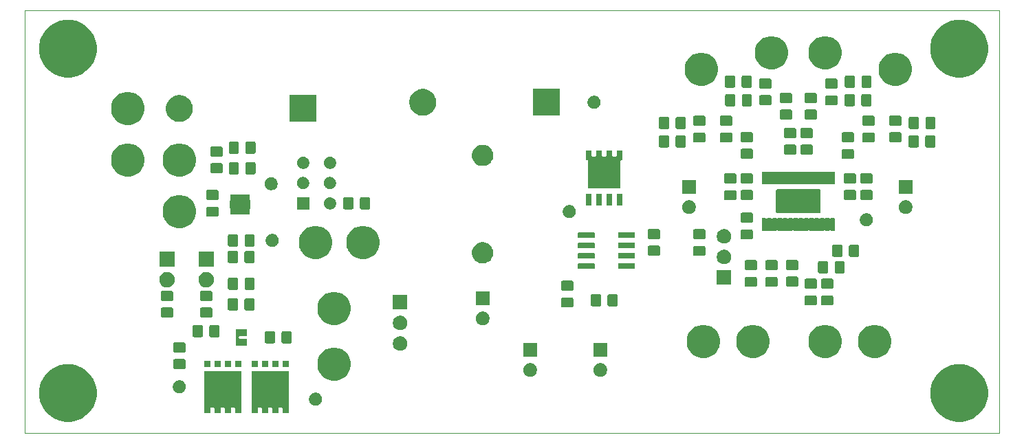
<source format=gbr>
G04 #@! TF.GenerationSoftware,KiCad,Pcbnew,(5.1.5)-3*
G04 #@! TF.CreationDate,2020-04-26T18:29:29-05:00*
G04 #@! TF.ProjectId,SolarBTSpeaker,536f6c61-7242-4545-9370-65616b65722e,rev?*
G04 #@! TF.SameCoordinates,Original*
G04 #@! TF.FileFunction,Soldermask,Top*
G04 #@! TF.FilePolarity,Negative*
%FSLAX46Y46*%
G04 Gerber Fmt 4.6, Leading zero omitted, Abs format (unit mm)*
G04 Created by KiCad (PCBNEW (5.1.5)-3) date 2020-04-26 18:29:29*
%MOMM*%
%LPD*%
G04 APERTURE LIST*
%ADD10C,0.050000*%
%ADD11C,0.150000*%
G04 APERTURE END LIST*
D10*
X69850000Y-40005000D02*
X189865000Y-40005000D01*
X69850000Y-92075000D02*
X69850000Y-40005000D01*
X189865000Y-92075000D02*
X69850000Y-92075000D01*
X189865000Y-40005000D02*
X189865000Y-92075000D01*
D11*
G36*
X185947787Y-83707462D02*
G01*
X186039667Y-83745520D01*
X186594029Y-83975144D01*
X187175631Y-84363758D01*
X187670242Y-84858369D01*
X188058856Y-85439971D01*
X188173541Y-85716845D01*
X188326538Y-86086213D01*
X188463000Y-86772256D01*
X188463000Y-87471744D01*
X188326538Y-88157787D01*
X188326537Y-88157789D01*
X188058856Y-88804029D01*
X187670242Y-89385631D01*
X187175631Y-89880242D01*
X186594029Y-90268856D01*
X186137068Y-90458135D01*
X185947787Y-90536538D01*
X185261744Y-90673000D01*
X184562256Y-90673000D01*
X183876213Y-90536538D01*
X183686932Y-90458135D01*
X183229971Y-90268856D01*
X182648369Y-89880242D01*
X182153758Y-89385631D01*
X181765144Y-88804029D01*
X181497463Y-88157789D01*
X181497462Y-88157787D01*
X181361000Y-87471744D01*
X181361000Y-86772256D01*
X181497462Y-86086213D01*
X181650459Y-85716845D01*
X181765144Y-85439971D01*
X182153758Y-84858369D01*
X182648369Y-84363758D01*
X183229971Y-83975144D01*
X183784333Y-83745520D01*
X183876213Y-83707462D01*
X184562256Y-83571000D01*
X185261744Y-83571000D01*
X185947787Y-83707462D01*
G37*
G36*
X76219787Y-83707462D02*
G01*
X76311667Y-83745520D01*
X76866029Y-83975144D01*
X77447631Y-84363758D01*
X77942242Y-84858369D01*
X78330856Y-85439971D01*
X78445541Y-85716845D01*
X78598538Y-86086213D01*
X78735000Y-86772256D01*
X78735000Y-87471744D01*
X78598538Y-88157787D01*
X78598537Y-88157789D01*
X78330856Y-88804029D01*
X77942242Y-89385631D01*
X77447631Y-89880242D01*
X76866029Y-90268856D01*
X76409068Y-90458135D01*
X76219787Y-90536538D01*
X75533744Y-90673000D01*
X74834256Y-90673000D01*
X74148213Y-90536538D01*
X73958932Y-90458135D01*
X73501971Y-90268856D01*
X72920369Y-89880242D01*
X72425758Y-89385631D01*
X72037144Y-88804029D01*
X71769463Y-88157789D01*
X71769462Y-88157787D01*
X71633000Y-87471744D01*
X71633000Y-86772256D01*
X71769462Y-86086213D01*
X71922459Y-85716845D01*
X72037144Y-85439971D01*
X72425758Y-84858369D01*
X72920369Y-84363758D01*
X73501971Y-83975144D01*
X74056333Y-83745520D01*
X74148213Y-83707462D01*
X74834256Y-83571000D01*
X75533744Y-83571000D01*
X76219787Y-83707462D01*
G37*
G36*
X102382000Y-89561000D02*
G01*
X101580000Y-89561000D01*
X101580000Y-89040999D01*
X101577598Y-89016613D01*
X101570485Y-88993164D01*
X101558934Y-88971553D01*
X101543389Y-88952611D01*
X101524447Y-88937066D01*
X101502836Y-88925515D01*
X101479387Y-88918402D01*
X101455001Y-88916000D01*
X101236999Y-88916000D01*
X101212613Y-88918402D01*
X101189164Y-88925515D01*
X101167553Y-88937066D01*
X101148611Y-88952611D01*
X101133066Y-88971553D01*
X101121515Y-88993164D01*
X101114402Y-89016613D01*
X101112000Y-89040999D01*
X101112000Y-89561000D01*
X100310000Y-89561000D01*
X100310000Y-89040999D01*
X100307598Y-89016613D01*
X100300485Y-88993164D01*
X100288934Y-88971553D01*
X100273389Y-88952611D01*
X100254447Y-88937066D01*
X100232836Y-88925515D01*
X100209387Y-88918402D01*
X100185001Y-88916000D01*
X99966999Y-88916000D01*
X99942613Y-88918402D01*
X99919164Y-88925515D01*
X99897553Y-88937066D01*
X99878611Y-88952611D01*
X99863066Y-88971553D01*
X99851515Y-88993164D01*
X99844402Y-89016613D01*
X99842000Y-89040999D01*
X99842000Y-89561000D01*
X99040000Y-89561000D01*
X99040000Y-89040999D01*
X99037598Y-89016613D01*
X99030485Y-88993164D01*
X99018934Y-88971553D01*
X99003389Y-88952611D01*
X98984447Y-88937066D01*
X98962836Y-88925515D01*
X98939387Y-88918402D01*
X98915001Y-88916000D01*
X98696999Y-88916000D01*
X98672613Y-88918402D01*
X98649164Y-88925515D01*
X98627553Y-88937066D01*
X98608611Y-88952611D01*
X98593066Y-88971553D01*
X98581515Y-88993164D01*
X98574402Y-89016613D01*
X98572000Y-89040999D01*
X98572000Y-89561000D01*
X97770000Y-89561000D01*
X97770000Y-84464000D01*
X102382000Y-84464000D01*
X102382000Y-89561000D01*
G37*
G36*
X96540000Y-89561000D02*
G01*
X95738000Y-89561000D01*
X95738000Y-89040999D01*
X95735598Y-89016613D01*
X95728485Y-88993164D01*
X95716934Y-88971553D01*
X95701389Y-88952611D01*
X95682447Y-88937066D01*
X95660836Y-88925515D01*
X95637387Y-88918402D01*
X95613001Y-88916000D01*
X95394999Y-88916000D01*
X95370613Y-88918402D01*
X95347164Y-88925515D01*
X95325553Y-88937066D01*
X95306611Y-88952611D01*
X95291066Y-88971553D01*
X95279515Y-88993164D01*
X95272402Y-89016613D01*
X95270000Y-89040999D01*
X95270000Y-89561000D01*
X94468000Y-89561000D01*
X94468000Y-89040999D01*
X94465598Y-89016613D01*
X94458485Y-88993164D01*
X94446934Y-88971553D01*
X94431389Y-88952611D01*
X94412447Y-88937066D01*
X94390836Y-88925515D01*
X94367387Y-88918402D01*
X94343001Y-88916000D01*
X94124999Y-88916000D01*
X94100613Y-88918402D01*
X94077164Y-88925515D01*
X94055553Y-88937066D01*
X94036611Y-88952611D01*
X94021066Y-88971553D01*
X94009515Y-88993164D01*
X94002402Y-89016613D01*
X94000000Y-89040999D01*
X94000000Y-89561000D01*
X93198000Y-89561000D01*
X93198000Y-89040999D01*
X93195598Y-89016613D01*
X93188485Y-88993164D01*
X93176934Y-88971553D01*
X93161389Y-88952611D01*
X93142447Y-88937066D01*
X93120836Y-88925515D01*
X93097387Y-88918402D01*
X93073001Y-88916000D01*
X92854999Y-88916000D01*
X92830613Y-88918402D01*
X92807164Y-88925515D01*
X92785553Y-88937066D01*
X92766611Y-88952611D01*
X92751066Y-88971553D01*
X92739515Y-88993164D01*
X92732402Y-89016613D01*
X92730000Y-89040999D01*
X92730000Y-89561000D01*
X91928000Y-89561000D01*
X91928000Y-84464000D01*
X96540000Y-84464000D01*
X96540000Y-89561000D01*
G37*
G36*
X105897642Y-87113781D02*
G01*
X106011638Y-87161000D01*
X106043416Y-87174163D01*
X106174608Y-87261822D01*
X106286178Y-87373392D01*
X106351894Y-87471744D01*
X106373838Y-87504586D01*
X106434219Y-87650358D01*
X106465000Y-87805107D01*
X106465000Y-87962893D01*
X106434219Y-88117642D01*
X106417590Y-88157787D01*
X106373837Y-88263416D01*
X106286178Y-88394608D01*
X106174608Y-88506178D01*
X106043416Y-88593837D01*
X106043415Y-88593838D01*
X106043414Y-88593838D01*
X105897642Y-88654219D01*
X105742893Y-88685000D01*
X105585107Y-88685000D01*
X105430358Y-88654219D01*
X105284586Y-88593838D01*
X105284585Y-88593838D01*
X105284584Y-88593837D01*
X105153392Y-88506178D01*
X105041822Y-88394608D01*
X104954163Y-88263416D01*
X104910410Y-88157787D01*
X104893781Y-88117642D01*
X104863000Y-87962893D01*
X104863000Y-87805107D01*
X104893781Y-87650358D01*
X104954162Y-87504586D01*
X104976106Y-87471744D01*
X105041822Y-87373392D01*
X105153392Y-87261822D01*
X105284584Y-87174163D01*
X105316362Y-87161000D01*
X105430358Y-87113781D01*
X105585107Y-87083000D01*
X105742893Y-87083000D01*
X105897642Y-87113781D01*
G37*
G36*
X89133642Y-85589781D02*
G01*
X89279414Y-85650162D01*
X89279416Y-85650163D01*
X89410608Y-85737822D01*
X89522178Y-85849392D01*
X89609837Y-85980584D01*
X89609838Y-85980586D01*
X89670219Y-86126358D01*
X89701000Y-86281107D01*
X89701000Y-86438893D01*
X89670219Y-86593642D01*
X89638176Y-86671000D01*
X89609837Y-86739416D01*
X89522178Y-86870608D01*
X89410608Y-86982178D01*
X89279416Y-87069837D01*
X89279415Y-87069838D01*
X89279414Y-87069838D01*
X89133642Y-87130219D01*
X88978893Y-87161000D01*
X88821107Y-87161000D01*
X88666358Y-87130219D01*
X88520586Y-87069838D01*
X88520585Y-87069838D01*
X88520584Y-87069837D01*
X88389392Y-86982178D01*
X88277822Y-86870608D01*
X88190163Y-86739416D01*
X88161824Y-86671000D01*
X88129781Y-86593642D01*
X88099000Y-86438893D01*
X88099000Y-86281107D01*
X88129781Y-86126358D01*
X88190162Y-85980586D01*
X88190163Y-85980584D01*
X88277822Y-85849392D01*
X88389392Y-85737822D01*
X88520584Y-85650163D01*
X88520586Y-85650162D01*
X88666358Y-85589781D01*
X88821107Y-85559000D01*
X88978893Y-85559000D01*
X89133642Y-85589781D01*
G37*
G36*
X108548326Y-81593578D02*
G01*
X108910586Y-81743631D01*
X108921631Y-81748206D01*
X109257596Y-81972690D01*
X109543310Y-82258404D01*
X109767794Y-82594369D01*
X109767795Y-82594371D01*
X109922422Y-82967674D01*
X110001250Y-83363968D01*
X110001250Y-83768032D01*
X109922422Y-84164326D01*
X109836477Y-84371815D01*
X109767794Y-84537631D01*
X109543310Y-84873596D01*
X109257596Y-85159310D01*
X108921631Y-85383794D01*
X108921630Y-85383795D01*
X108921629Y-85383795D01*
X108548326Y-85538422D01*
X108152032Y-85617250D01*
X107747968Y-85617250D01*
X107351674Y-85538422D01*
X106978371Y-85383795D01*
X106978370Y-85383795D01*
X106978369Y-85383794D01*
X106642404Y-85159310D01*
X106356690Y-84873596D01*
X106132206Y-84537631D01*
X106063523Y-84371815D01*
X105977578Y-84164326D01*
X105898750Y-83768032D01*
X105898750Y-83363968D01*
X105977578Y-82967674D01*
X106132205Y-82594371D01*
X106132206Y-82594369D01*
X106356690Y-82258404D01*
X106642404Y-81972690D01*
X106978369Y-81748206D01*
X106989414Y-81743631D01*
X107351674Y-81593578D01*
X107747968Y-81514750D01*
X108152032Y-81514750D01*
X108548326Y-81593578D01*
G37*
G36*
X132328228Y-83469703D02*
G01*
X132483100Y-83533853D01*
X132622481Y-83626985D01*
X132741015Y-83745519D01*
X132834147Y-83884900D01*
X132898297Y-84039772D01*
X132931000Y-84204184D01*
X132931000Y-84371816D01*
X132898297Y-84536228D01*
X132834147Y-84691100D01*
X132741015Y-84830481D01*
X132622481Y-84949015D01*
X132483100Y-85042147D01*
X132328228Y-85106297D01*
X132163816Y-85139000D01*
X131996184Y-85139000D01*
X131831772Y-85106297D01*
X131676900Y-85042147D01*
X131537519Y-84949015D01*
X131418985Y-84830481D01*
X131325853Y-84691100D01*
X131261703Y-84536228D01*
X131229000Y-84371816D01*
X131229000Y-84204184D01*
X131261703Y-84039772D01*
X131325853Y-83884900D01*
X131418985Y-83745519D01*
X131537519Y-83626985D01*
X131676900Y-83533853D01*
X131831772Y-83469703D01*
X131996184Y-83437000D01*
X132163816Y-83437000D01*
X132328228Y-83469703D01*
G37*
G36*
X140964228Y-83469703D02*
G01*
X141119100Y-83533853D01*
X141258481Y-83626985D01*
X141377015Y-83745519D01*
X141470147Y-83884900D01*
X141534297Y-84039772D01*
X141567000Y-84204184D01*
X141567000Y-84371816D01*
X141534297Y-84536228D01*
X141470147Y-84691100D01*
X141377015Y-84830481D01*
X141258481Y-84949015D01*
X141119100Y-85042147D01*
X140964228Y-85106297D01*
X140799816Y-85139000D01*
X140632184Y-85139000D01*
X140467772Y-85106297D01*
X140312900Y-85042147D01*
X140173519Y-84949015D01*
X140054985Y-84830481D01*
X139961853Y-84691100D01*
X139897703Y-84536228D01*
X139865000Y-84371816D01*
X139865000Y-84204184D01*
X139897703Y-84039772D01*
X139961853Y-83884900D01*
X140054985Y-83745519D01*
X140173519Y-83626985D01*
X140312900Y-83533853D01*
X140467772Y-83469703D01*
X140632184Y-83437000D01*
X140799816Y-83437000D01*
X140964228Y-83469703D01*
G37*
G36*
X89488674Y-82944465D02*
G01*
X89526367Y-82955899D01*
X89561103Y-82974466D01*
X89591548Y-82999452D01*
X89616534Y-83029897D01*
X89635101Y-83064633D01*
X89646535Y-83102326D01*
X89651000Y-83147661D01*
X89651000Y-83984339D01*
X89646535Y-84029674D01*
X89635101Y-84067367D01*
X89616534Y-84102103D01*
X89591548Y-84132548D01*
X89561103Y-84157534D01*
X89526367Y-84176101D01*
X89488674Y-84187535D01*
X89443339Y-84192000D01*
X88356661Y-84192000D01*
X88311326Y-84187535D01*
X88273633Y-84176101D01*
X88238897Y-84157534D01*
X88208452Y-84132548D01*
X88183466Y-84102103D01*
X88164899Y-84067367D01*
X88153465Y-84029674D01*
X88149000Y-83984339D01*
X88149000Y-83147661D01*
X88153465Y-83102326D01*
X88164899Y-83064633D01*
X88183466Y-83029897D01*
X88208452Y-82999452D01*
X88238897Y-82974466D01*
X88273633Y-82955899D01*
X88311326Y-82944465D01*
X88356661Y-82940000D01*
X89443339Y-82940000D01*
X89488674Y-82944465D01*
G37*
G36*
X92730000Y-83961000D02*
G01*
X91928000Y-83961000D01*
X91928000Y-83159000D01*
X92730000Y-83159000D01*
X92730000Y-83961000D01*
G37*
G36*
X98572000Y-83961000D02*
G01*
X97770000Y-83961000D01*
X97770000Y-83159000D01*
X98572000Y-83159000D01*
X98572000Y-83961000D01*
G37*
G36*
X99842000Y-83961000D02*
G01*
X99040000Y-83961000D01*
X99040000Y-83159000D01*
X99842000Y-83159000D01*
X99842000Y-83961000D01*
G37*
G36*
X101112000Y-83961000D02*
G01*
X100310000Y-83961000D01*
X100310000Y-83159000D01*
X101112000Y-83159000D01*
X101112000Y-83961000D01*
G37*
G36*
X94000000Y-83961000D02*
G01*
X93198000Y-83961000D01*
X93198000Y-83159000D01*
X94000000Y-83159000D01*
X94000000Y-83961000D01*
G37*
G36*
X95270000Y-83961000D02*
G01*
X94468000Y-83961000D01*
X94468000Y-83159000D01*
X95270000Y-83159000D01*
X95270000Y-83961000D01*
G37*
G36*
X96540000Y-83961000D02*
G01*
X95738000Y-83961000D01*
X95738000Y-83159000D01*
X96540000Y-83159000D01*
X96540000Y-83961000D01*
G37*
G36*
X102382000Y-83961000D02*
G01*
X101580000Y-83961000D01*
X101580000Y-83159000D01*
X102382000Y-83159000D01*
X102382000Y-83961000D01*
G37*
G36*
X175096326Y-78799578D02*
G01*
X175469629Y-78954205D01*
X175469631Y-78954206D01*
X175805596Y-79178690D01*
X176091310Y-79464404D01*
X176305640Y-79785173D01*
X176315795Y-79800371D01*
X176470422Y-80173674D01*
X176549250Y-80569968D01*
X176549250Y-80974032D01*
X176470422Y-81370326D01*
X176436267Y-81452784D01*
X176315794Y-81743631D01*
X176091310Y-82079596D01*
X175805596Y-82365310D01*
X175469631Y-82589794D01*
X175469630Y-82589795D01*
X175469629Y-82589795D01*
X175096326Y-82744422D01*
X174700032Y-82823250D01*
X174295968Y-82823250D01*
X173899674Y-82744422D01*
X173526371Y-82589795D01*
X173526370Y-82589795D01*
X173526369Y-82589794D01*
X173190404Y-82365310D01*
X172904690Y-82079596D01*
X172680206Y-81743631D01*
X172559733Y-81452784D01*
X172525578Y-81370326D01*
X172446750Y-80974032D01*
X172446750Y-80569968D01*
X172525578Y-80173674D01*
X172680205Y-79800371D01*
X172690360Y-79785173D01*
X172904690Y-79464404D01*
X173190404Y-79178690D01*
X173526369Y-78954206D01*
X173526371Y-78954205D01*
X173899674Y-78799578D01*
X174295968Y-78720750D01*
X174700032Y-78720750D01*
X175096326Y-78799578D01*
G37*
G36*
X169000326Y-78799578D02*
G01*
X169373629Y-78954205D01*
X169373631Y-78954206D01*
X169709596Y-79178690D01*
X169995310Y-79464404D01*
X170209640Y-79785173D01*
X170219795Y-79800371D01*
X170374422Y-80173674D01*
X170453250Y-80569968D01*
X170453250Y-80974032D01*
X170374422Y-81370326D01*
X170340267Y-81452784D01*
X170219794Y-81743631D01*
X169995310Y-82079596D01*
X169709596Y-82365310D01*
X169373631Y-82589794D01*
X169373630Y-82589795D01*
X169373629Y-82589795D01*
X169000326Y-82744422D01*
X168604032Y-82823250D01*
X168199968Y-82823250D01*
X167803674Y-82744422D01*
X167430371Y-82589795D01*
X167430370Y-82589795D01*
X167430369Y-82589794D01*
X167094404Y-82365310D01*
X166808690Y-82079596D01*
X166584206Y-81743631D01*
X166463733Y-81452784D01*
X166429578Y-81370326D01*
X166350750Y-80974032D01*
X166350750Y-80569968D01*
X166429578Y-80173674D01*
X166584205Y-79800371D01*
X166594360Y-79785173D01*
X166808690Y-79464404D01*
X167094404Y-79178690D01*
X167430369Y-78954206D01*
X167430371Y-78954205D01*
X167803674Y-78799578D01*
X168199968Y-78720750D01*
X168604032Y-78720750D01*
X169000326Y-78799578D01*
G37*
G36*
X160110326Y-78799578D02*
G01*
X160483629Y-78954205D01*
X160483631Y-78954206D01*
X160819596Y-79178690D01*
X161105310Y-79464404D01*
X161319640Y-79785173D01*
X161329795Y-79800371D01*
X161484422Y-80173674D01*
X161563250Y-80569968D01*
X161563250Y-80974032D01*
X161484422Y-81370326D01*
X161450267Y-81452784D01*
X161329794Y-81743631D01*
X161105310Y-82079596D01*
X160819596Y-82365310D01*
X160483631Y-82589794D01*
X160483630Y-82589795D01*
X160483629Y-82589795D01*
X160110326Y-82744422D01*
X159714032Y-82823250D01*
X159309968Y-82823250D01*
X158913674Y-82744422D01*
X158540371Y-82589795D01*
X158540370Y-82589795D01*
X158540369Y-82589794D01*
X158204404Y-82365310D01*
X157918690Y-82079596D01*
X157694206Y-81743631D01*
X157573733Y-81452784D01*
X157539578Y-81370326D01*
X157460750Y-80974032D01*
X157460750Y-80569968D01*
X157539578Y-80173674D01*
X157694205Y-79800371D01*
X157704360Y-79785173D01*
X157918690Y-79464404D01*
X158204404Y-79178690D01*
X158540369Y-78954206D01*
X158540371Y-78954205D01*
X158913674Y-78799578D01*
X159309968Y-78720750D01*
X159714032Y-78720750D01*
X160110326Y-78799578D01*
G37*
G36*
X154014326Y-78799578D02*
G01*
X154387629Y-78954205D01*
X154387631Y-78954206D01*
X154723596Y-79178690D01*
X155009310Y-79464404D01*
X155223640Y-79785173D01*
X155233795Y-79800371D01*
X155388422Y-80173674D01*
X155467250Y-80569968D01*
X155467250Y-80974032D01*
X155388422Y-81370326D01*
X155354267Y-81452784D01*
X155233794Y-81743631D01*
X155009310Y-82079596D01*
X154723596Y-82365310D01*
X154387631Y-82589794D01*
X154387630Y-82589795D01*
X154387629Y-82589795D01*
X154014326Y-82744422D01*
X153618032Y-82823250D01*
X153213968Y-82823250D01*
X152817674Y-82744422D01*
X152444371Y-82589795D01*
X152444370Y-82589795D01*
X152444369Y-82589794D01*
X152108404Y-82365310D01*
X151822690Y-82079596D01*
X151598206Y-81743631D01*
X151477733Y-81452784D01*
X151443578Y-81370326D01*
X151364750Y-80974032D01*
X151364750Y-80569968D01*
X151443578Y-80173674D01*
X151598205Y-79800371D01*
X151608360Y-79785173D01*
X151822690Y-79464404D01*
X152108404Y-79178690D01*
X152444369Y-78954206D01*
X152444371Y-78954205D01*
X152817674Y-78799578D01*
X153213968Y-78720750D01*
X153618032Y-78720750D01*
X154014326Y-78799578D01*
G37*
G36*
X132931000Y-82639000D02*
G01*
X131229000Y-82639000D01*
X131229000Y-80937000D01*
X132931000Y-80937000D01*
X132931000Y-82639000D01*
G37*
G36*
X141567000Y-82639000D02*
G01*
X139865000Y-82639000D01*
X139865000Y-80937000D01*
X141567000Y-80937000D01*
X141567000Y-82639000D01*
G37*
G36*
X89488674Y-80894465D02*
G01*
X89526367Y-80905899D01*
X89561103Y-80924466D01*
X89591548Y-80949452D01*
X89616534Y-80979897D01*
X89635101Y-81014633D01*
X89646535Y-81052326D01*
X89651000Y-81097661D01*
X89651000Y-81934339D01*
X89646535Y-81979674D01*
X89635101Y-82017367D01*
X89616534Y-82052103D01*
X89591548Y-82082548D01*
X89561103Y-82107534D01*
X89526367Y-82126101D01*
X89488674Y-82137535D01*
X89443339Y-82142000D01*
X88356661Y-82142000D01*
X88311326Y-82137535D01*
X88273633Y-82126101D01*
X88238897Y-82107534D01*
X88208452Y-82082548D01*
X88183466Y-82052103D01*
X88164899Y-82017367D01*
X88153465Y-81979674D01*
X88149000Y-81934339D01*
X88149000Y-81097661D01*
X88153465Y-81052326D01*
X88164899Y-81014633D01*
X88183466Y-80979897D01*
X88208452Y-80949452D01*
X88238897Y-80924466D01*
X88273633Y-80905899D01*
X88311326Y-80894465D01*
X88356661Y-80890000D01*
X89443339Y-80890000D01*
X89488674Y-80894465D01*
G37*
G36*
X116191512Y-80129927D02*
G01*
X116340812Y-80159624D01*
X116504784Y-80227544D01*
X116652354Y-80326147D01*
X116777853Y-80451646D01*
X116876456Y-80599216D01*
X116944376Y-80763188D01*
X116961043Y-80846983D01*
X116978949Y-80937000D01*
X116979000Y-80937259D01*
X116979000Y-81114741D01*
X116944376Y-81288812D01*
X116876456Y-81452784D01*
X116777853Y-81600354D01*
X116652354Y-81725853D01*
X116504784Y-81824456D01*
X116340812Y-81892376D01*
X116191512Y-81922073D01*
X116166742Y-81927000D01*
X115989258Y-81927000D01*
X115964488Y-81922073D01*
X115815188Y-81892376D01*
X115651216Y-81824456D01*
X115503646Y-81725853D01*
X115378147Y-81600354D01*
X115279544Y-81452784D01*
X115211624Y-81288812D01*
X115177000Y-81114741D01*
X115177000Y-80937259D01*
X115177052Y-80937000D01*
X115194957Y-80846983D01*
X115211624Y-80763188D01*
X115279544Y-80599216D01*
X115378147Y-80451646D01*
X115503646Y-80326147D01*
X115651216Y-80227544D01*
X115815188Y-80159624D01*
X115964488Y-80129927D01*
X115989258Y-80125000D01*
X116166742Y-80125000D01*
X116191512Y-80129927D01*
G37*
G36*
X97211000Y-80115000D02*
G01*
X96335999Y-80115000D01*
X96311613Y-80117402D01*
X96288164Y-80124515D01*
X96266553Y-80136066D01*
X96247611Y-80151611D01*
X96232066Y-80170553D01*
X96220515Y-80192164D01*
X96213402Y-80215613D01*
X96211000Y-80239999D01*
X96211000Y-80288001D01*
X96213402Y-80312387D01*
X96220515Y-80335836D01*
X96232066Y-80357447D01*
X96247611Y-80376389D01*
X96266553Y-80391934D01*
X96288164Y-80403485D01*
X96311613Y-80410598D01*
X96335999Y-80413000D01*
X97211000Y-80413000D01*
X97211000Y-81265000D01*
X95829000Y-81265000D01*
X95829000Y-79263000D01*
X97211000Y-79263000D01*
X97211000Y-80115000D01*
G37*
G36*
X100521674Y-79517465D02*
G01*
X100559367Y-79528899D01*
X100594103Y-79547466D01*
X100624548Y-79572452D01*
X100649534Y-79602897D01*
X100668101Y-79637633D01*
X100679535Y-79675326D01*
X100684000Y-79720661D01*
X100684000Y-80807339D01*
X100679535Y-80852674D01*
X100668101Y-80890367D01*
X100649534Y-80925103D01*
X100624548Y-80955548D01*
X100594103Y-80980534D01*
X100559367Y-80999101D01*
X100521674Y-81010535D01*
X100476339Y-81015000D01*
X99639661Y-81015000D01*
X99594326Y-81010535D01*
X99556633Y-80999101D01*
X99521897Y-80980534D01*
X99491452Y-80955548D01*
X99466466Y-80925103D01*
X99447899Y-80890367D01*
X99436465Y-80852674D01*
X99432000Y-80807339D01*
X99432000Y-79720661D01*
X99436465Y-79675326D01*
X99447899Y-79637633D01*
X99466466Y-79602897D01*
X99491452Y-79572452D01*
X99521897Y-79547466D01*
X99556633Y-79528899D01*
X99594326Y-79517465D01*
X99639661Y-79513000D01*
X100476339Y-79513000D01*
X100521674Y-79517465D01*
G37*
G36*
X102571674Y-79517465D02*
G01*
X102609367Y-79528899D01*
X102644103Y-79547466D01*
X102674548Y-79572452D01*
X102699534Y-79602897D01*
X102718101Y-79637633D01*
X102729535Y-79675326D01*
X102734000Y-79720661D01*
X102734000Y-80807339D01*
X102729535Y-80852674D01*
X102718101Y-80890367D01*
X102699534Y-80925103D01*
X102674548Y-80955548D01*
X102644103Y-80980534D01*
X102609367Y-80999101D01*
X102571674Y-81010535D01*
X102526339Y-81015000D01*
X101689661Y-81015000D01*
X101644326Y-81010535D01*
X101606633Y-80999101D01*
X101571897Y-80980534D01*
X101541452Y-80955548D01*
X101516466Y-80925103D01*
X101497899Y-80890367D01*
X101486465Y-80852674D01*
X101482000Y-80807339D01*
X101482000Y-79720661D01*
X101486465Y-79675326D01*
X101497899Y-79637633D01*
X101516466Y-79602897D01*
X101541452Y-79572452D01*
X101571897Y-79547466D01*
X101606633Y-79528899D01*
X101644326Y-79517465D01*
X101689661Y-79513000D01*
X102526339Y-79513000D01*
X102571674Y-79517465D01*
G37*
G36*
X91631674Y-78755465D02*
G01*
X91669367Y-78766899D01*
X91704103Y-78785466D01*
X91734548Y-78810452D01*
X91759534Y-78840897D01*
X91778101Y-78875633D01*
X91789535Y-78913326D01*
X91794000Y-78958661D01*
X91794000Y-80045339D01*
X91789535Y-80090674D01*
X91778101Y-80128367D01*
X91759534Y-80163103D01*
X91734548Y-80193548D01*
X91704103Y-80218534D01*
X91669367Y-80237101D01*
X91631674Y-80248535D01*
X91586339Y-80253000D01*
X90749661Y-80253000D01*
X90704326Y-80248535D01*
X90666633Y-80237101D01*
X90631897Y-80218534D01*
X90601452Y-80193548D01*
X90576466Y-80163103D01*
X90557899Y-80128367D01*
X90546465Y-80090674D01*
X90542000Y-80045339D01*
X90542000Y-78958661D01*
X90546465Y-78913326D01*
X90557899Y-78875633D01*
X90576466Y-78840897D01*
X90601452Y-78810452D01*
X90631897Y-78785466D01*
X90666633Y-78766899D01*
X90704326Y-78755465D01*
X90749661Y-78751000D01*
X91586339Y-78751000D01*
X91631674Y-78755465D01*
G37*
G36*
X93681674Y-78755465D02*
G01*
X93719367Y-78766899D01*
X93754103Y-78785466D01*
X93784548Y-78810452D01*
X93809534Y-78840897D01*
X93828101Y-78875633D01*
X93839535Y-78913326D01*
X93844000Y-78958661D01*
X93844000Y-80045339D01*
X93839535Y-80090674D01*
X93828101Y-80128367D01*
X93809534Y-80163103D01*
X93784548Y-80193548D01*
X93754103Y-80218534D01*
X93719367Y-80237101D01*
X93681674Y-80248535D01*
X93636339Y-80253000D01*
X92799661Y-80253000D01*
X92754326Y-80248535D01*
X92716633Y-80237101D01*
X92681897Y-80218534D01*
X92651452Y-80193548D01*
X92626466Y-80163103D01*
X92607899Y-80128367D01*
X92596465Y-80090674D01*
X92592000Y-80045339D01*
X92592000Y-78958661D01*
X92596465Y-78913326D01*
X92607899Y-78875633D01*
X92626466Y-78840897D01*
X92651452Y-78810452D01*
X92681897Y-78785466D01*
X92716633Y-78766899D01*
X92754326Y-78755465D01*
X92799661Y-78751000D01*
X93636339Y-78751000D01*
X93681674Y-78755465D01*
G37*
G36*
X116191512Y-77589927D02*
G01*
X116340812Y-77619624D01*
X116504784Y-77687544D01*
X116652354Y-77786147D01*
X116777853Y-77911646D01*
X116876456Y-78059216D01*
X116944376Y-78223188D01*
X116979000Y-78397259D01*
X116979000Y-78574741D01*
X116944376Y-78748812D01*
X116876456Y-78912784D01*
X116777853Y-79060354D01*
X116652354Y-79185853D01*
X116504784Y-79284456D01*
X116340812Y-79352376D01*
X116191512Y-79382073D01*
X116166742Y-79387000D01*
X115989258Y-79387000D01*
X115964488Y-79382073D01*
X115815188Y-79352376D01*
X115651216Y-79284456D01*
X115503646Y-79185853D01*
X115378147Y-79060354D01*
X115279544Y-78912784D01*
X115211624Y-78748812D01*
X115177000Y-78574741D01*
X115177000Y-78397259D01*
X115211624Y-78223188D01*
X115279544Y-78059216D01*
X115378147Y-77911646D01*
X115503646Y-77786147D01*
X115651216Y-77687544D01*
X115815188Y-77619624D01*
X115964488Y-77589927D01*
X115989258Y-77585000D01*
X116166742Y-77585000D01*
X116191512Y-77589927D01*
G37*
G36*
X126486228Y-77119703D02*
G01*
X126641100Y-77183853D01*
X126780481Y-77276985D01*
X126899015Y-77395519D01*
X126992147Y-77534900D01*
X127056297Y-77689772D01*
X127089000Y-77854184D01*
X127089000Y-78021816D01*
X127056297Y-78186228D01*
X126992147Y-78341100D01*
X126899015Y-78480481D01*
X126780481Y-78599015D01*
X126641100Y-78692147D01*
X126486228Y-78756297D01*
X126321816Y-78789000D01*
X126154184Y-78789000D01*
X125989772Y-78756297D01*
X125834900Y-78692147D01*
X125695519Y-78599015D01*
X125576985Y-78480481D01*
X125483853Y-78341100D01*
X125419703Y-78186228D01*
X125387000Y-78021816D01*
X125387000Y-77854184D01*
X125419703Y-77689772D01*
X125483853Y-77534900D01*
X125576985Y-77395519D01*
X125695519Y-77276985D01*
X125834900Y-77183853D01*
X125989772Y-77119703D01*
X126154184Y-77087000D01*
X126321816Y-77087000D01*
X126486228Y-77119703D01*
G37*
G36*
X108548326Y-74735578D02*
G01*
X108921629Y-74890205D01*
X108921631Y-74890206D01*
X109257596Y-75114690D01*
X109543310Y-75400404D01*
X109757640Y-75721173D01*
X109767795Y-75736371D01*
X109922422Y-76109674D01*
X110001250Y-76505968D01*
X110001250Y-76910032D01*
X109922422Y-77306326D01*
X109767795Y-77679629D01*
X109767794Y-77679631D01*
X109543310Y-78015596D01*
X109257596Y-78301310D01*
X108921631Y-78525794D01*
X108921630Y-78525795D01*
X108921629Y-78525795D01*
X108548326Y-78680422D01*
X108152032Y-78759250D01*
X107747968Y-78759250D01*
X107351674Y-78680422D01*
X106978371Y-78525795D01*
X106978370Y-78525795D01*
X106978369Y-78525794D01*
X106642404Y-78301310D01*
X106356690Y-78015596D01*
X106132206Y-77679631D01*
X106132205Y-77679629D01*
X105977578Y-77306326D01*
X105898750Y-76910032D01*
X105898750Y-76505968D01*
X105977578Y-76109674D01*
X106132205Y-75736371D01*
X106142360Y-75721173D01*
X106356690Y-75400404D01*
X106642404Y-75114690D01*
X106978369Y-74890206D01*
X106978371Y-74890205D01*
X107351674Y-74735578D01*
X107747968Y-74656750D01*
X108152032Y-74656750D01*
X108548326Y-74735578D01*
G37*
G36*
X87964674Y-76594465D02*
G01*
X88002367Y-76605899D01*
X88037103Y-76624466D01*
X88067548Y-76649452D01*
X88092534Y-76679897D01*
X88111101Y-76714633D01*
X88122535Y-76752326D01*
X88127000Y-76797661D01*
X88127000Y-77634339D01*
X88122535Y-77679674D01*
X88111101Y-77717367D01*
X88092534Y-77752103D01*
X88067548Y-77782548D01*
X88037103Y-77807534D01*
X88002367Y-77826101D01*
X87964674Y-77837535D01*
X87919339Y-77842000D01*
X86832661Y-77842000D01*
X86787326Y-77837535D01*
X86749633Y-77826101D01*
X86714897Y-77807534D01*
X86684452Y-77782548D01*
X86659466Y-77752103D01*
X86640899Y-77717367D01*
X86629465Y-77679674D01*
X86625000Y-77634339D01*
X86625000Y-76797661D01*
X86629465Y-76752326D01*
X86640899Y-76714633D01*
X86659466Y-76679897D01*
X86684452Y-76649452D01*
X86714897Y-76624466D01*
X86749633Y-76605899D01*
X86787326Y-76594465D01*
X86832661Y-76590000D01*
X87919339Y-76590000D01*
X87964674Y-76594465D01*
G37*
G36*
X92790674Y-76594465D02*
G01*
X92828367Y-76605899D01*
X92863103Y-76624466D01*
X92893548Y-76649452D01*
X92918534Y-76679897D01*
X92937101Y-76714633D01*
X92948535Y-76752326D01*
X92953000Y-76797661D01*
X92953000Y-77634339D01*
X92948535Y-77679674D01*
X92937101Y-77717367D01*
X92918534Y-77752103D01*
X92893548Y-77782548D01*
X92863103Y-77807534D01*
X92828367Y-77826101D01*
X92790674Y-77837535D01*
X92745339Y-77842000D01*
X91658661Y-77842000D01*
X91613326Y-77837535D01*
X91575633Y-77826101D01*
X91540897Y-77807534D01*
X91510452Y-77782548D01*
X91485466Y-77752103D01*
X91466899Y-77717367D01*
X91455465Y-77679674D01*
X91451000Y-77634339D01*
X91451000Y-76797661D01*
X91455465Y-76752326D01*
X91466899Y-76714633D01*
X91485466Y-76679897D01*
X91510452Y-76649452D01*
X91540897Y-76624466D01*
X91575633Y-76605899D01*
X91613326Y-76594465D01*
X91658661Y-76590000D01*
X92745339Y-76590000D01*
X92790674Y-76594465D01*
G37*
G36*
X95958674Y-75453465D02*
G01*
X95996367Y-75464899D01*
X96031103Y-75483466D01*
X96061548Y-75508452D01*
X96086534Y-75538897D01*
X96105101Y-75573633D01*
X96116535Y-75611326D01*
X96121000Y-75656661D01*
X96121000Y-76743339D01*
X96116535Y-76788674D01*
X96105101Y-76826367D01*
X96086534Y-76861103D01*
X96061548Y-76891548D01*
X96031103Y-76916534D01*
X95996367Y-76935101D01*
X95958674Y-76946535D01*
X95913339Y-76951000D01*
X95076661Y-76951000D01*
X95031326Y-76946535D01*
X94993633Y-76935101D01*
X94958897Y-76916534D01*
X94928452Y-76891548D01*
X94903466Y-76861103D01*
X94884899Y-76826367D01*
X94873465Y-76788674D01*
X94869000Y-76743339D01*
X94869000Y-75656661D01*
X94873465Y-75611326D01*
X94884899Y-75573633D01*
X94903466Y-75538897D01*
X94928452Y-75508452D01*
X94958897Y-75483466D01*
X94993633Y-75464899D01*
X95031326Y-75453465D01*
X95076661Y-75449000D01*
X95913339Y-75449000D01*
X95958674Y-75453465D01*
G37*
G36*
X98008674Y-75453465D02*
G01*
X98046367Y-75464899D01*
X98081103Y-75483466D01*
X98111548Y-75508452D01*
X98136534Y-75538897D01*
X98155101Y-75573633D01*
X98166535Y-75611326D01*
X98171000Y-75656661D01*
X98171000Y-76743339D01*
X98166535Y-76788674D01*
X98155101Y-76826367D01*
X98136534Y-76861103D01*
X98111548Y-76891548D01*
X98081103Y-76916534D01*
X98046367Y-76935101D01*
X98008674Y-76946535D01*
X97963339Y-76951000D01*
X97126661Y-76951000D01*
X97081326Y-76946535D01*
X97043633Y-76935101D01*
X97008897Y-76916534D01*
X96978452Y-76891548D01*
X96953466Y-76861103D01*
X96934899Y-76826367D01*
X96923465Y-76788674D01*
X96919000Y-76743339D01*
X96919000Y-75656661D01*
X96923465Y-75611326D01*
X96934899Y-75573633D01*
X96953466Y-75538897D01*
X96978452Y-75508452D01*
X97008897Y-75483466D01*
X97043633Y-75464899D01*
X97081326Y-75453465D01*
X97126661Y-75449000D01*
X97963339Y-75449000D01*
X98008674Y-75453465D01*
G37*
G36*
X116979000Y-76847000D02*
G01*
X115177000Y-76847000D01*
X115177000Y-75045000D01*
X116979000Y-75045000D01*
X116979000Y-76847000D01*
G37*
G36*
X137240674Y-75342465D02*
G01*
X137278367Y-75353899D01*
X137313103Y-75372466D01*
X137343548Y-75397452D01*
X137368534Y-75427897D01*
X137387101Y-75462633D01*
X137398535Y-75500326D01*
X137403000Y-75545661D01*
X137403000Y-76382339D01*
X137398535Y-76427674D01*
X137387101Y-76465367D01*
X137368534Y-76500103D01*
X137343548Y-76530548D01*
X137313103Y-76555534D01*
X137278367Y-76574101D01*
X137240674Y-76585535D01*
X137195339Y-76590000D01*
X136108661Y-76590000D01*
X136063326Y-76585535D01*
X136025633Y-76574101D01*
X135990897Y-76555534D01*
X135960452Y-76530548D01*
X135935466Y-76500103D01*
X135916899Y-76465367D01*
X135905465Y-76427674D01*
X135901000Y-76382339D01*
X135901000Y-75545661D01*
X135905465Y-75500326D01*
X135916899Y-75462633D01*
X135935466Y-75427897D01*
X135960452Y-75397452D01*
X135990897Y-75372466D01*
X136025633Y-75353899D01*
X136063326Y-75342465D01*
X136108661Y-75338000D01*
X137195339Y-75338000D01*
X137240674Y-75342465D01*
G37*
G36*
X140662674Y-74945465D02*
G01*
X140700367Y-74956899D01*
X140735103Y-74975466D01*
X140765548Y-75000452D01*
X140790534Y-75030897D01*
X140809101Y-75065633D01*
X140820535Y-75103326D01*
X140825000Y-75148661D01*
X140825000Y-76235339D01*
X140820535Y-76280674D01*
X140809101Y-76318367D01*
X140790534Y-76353103D01*
X140765548Y-76383548D01*
X140735103Y-76408534D01*
X140700367Y-76427101D01*
X140662674Y-76438535D01*
X140617339Y-76443000D01*
X139780661Y-76443000D01*
X139735326Y-76438535D01*
X139697633Y-76427101D01*
X139662897Y-76408534D01*
X139632452Y-76383548D01*
X139607466Y-76353103D01*
X139588899Y-76318367D01*
X139577465Y-76280674D01*
X139573000Y-76235339D01*
X139573000Y-75148661D01*
X139577465Y-75103326D01*
X139588899Y-75065633D01*
X139607466Y-75030897D01*
X139632452Y-75000452D01*
X139662897Y-74975466D01*
X139697633Y-74956899D01*
X139735326Y-74945465D01*
X139780661Y-74941000D01*
X140617339Y-74941000D01*
X140662674Y-74945465D01*
G37*
G36*
X142712674Y-74945465D02*
G01*
X142750367Y-74956899D01*
X142785103Y-74975466D01*
X142815548Y-75000452D01*
X142840534Y-75030897D01*
X142859101Y-75065633D01*
X142870535Y-75103326D01*
X142875000Y-75148661D01*
X142875000Y-76235339D01*
X142870535Y-76280674D01*
X142859101Y-76318367D01*
X142840534Y-76353103D01*
X142815548Y-76383548D01*
X142785103Y-76408534D01*
X142750367Y-76427101D01*
X142712674Y-76438535D01*
X142667339Y-76443000D01*
X141830661Y-76443000D01*
X141785326Y-76438535D01*
X141747633Y-76427101D01*
X141712897Y-76408534D01*
X141682452Y-76383548D01*
X141657466Y-76353103D01*
X141638899Y-76318367D01*
X141627465Y-76280674D01*
X141623000Y-76235339D01*
X141623000Y-75148661D01*
X141627465Y-75103326D01*
X141638899Y-75065633D01*
X141657466Y-75030897D01*
X141682452Y-75000452D01*
X141712897Y-74975466D01*
X141747633Y-74956899D01*
X141785326Y-74945465D01*
X141830661Y-74941000D01*
X142667339Y-74941000D01*
X142712674Y-74945465D01*
G37*
G36*
X169244674Y-75088465D02*
G01*
X169282367Y-75099899D01*
X169317103Y-75118466D01*
X169347548Y-75143452D01*
X169372534Y-75173897D01*
X169391101Y-75208633D01*
X169402535Y-75246326D01*
X169407000Y-75291661D01*
X169407000Y-76128339D01*
X169402535Y-76173674D01*
X169391101Y-76211367D01*
X169372534Y-76246103D01*
X169347548Y-76276548D01*
X169317103Y-76301534D01*
X169282367Y-76320101D01*
X169244674Y-76331535D01*
X169199339Y-76336000D01*
X168112661Y-76336000D01*
X168067326Y-76331535D01*
X168029633Y-76320101D01*
X167994897Y-76301534D01*
X167964452Y-76276548D01*
X167939466Y-76246103D01*
X167920899Y-76211367D01*
X167909465Y-76173674D01*
X167905000Y-76128339D01*
X167905000Y-75291661D01*
X167909465Y-75246326D01*
X167920899Y-75208633D01*
X167939466Y-75173897D01*
X167964452Y-75143452D01*
X167994897Y-75118466D01*
X168029633Y-75099899D01*
X168067326Y-75088465D01*
X168112661Y-75084000D01*
X169199339Y-75084000D01*
X169244674Y-75088465D01*
G37*
G36*
X167212674Y-75088465D02*
G01*
X167250367Y-75099899D01*
X167285103Y-75118466D01*
X167315548Y-75143452D01*
X167340534Y-75173897D01*
X167359101Y-75208633D01*
X167370535Y-75246326D01*
X167375000Y-75291661D01*
X167375000Y-76128339D01*
X167370535Y-76173674D01*
X167359101Y-76211367D01*
X167340534Y-76246103D01*
X167315548Y-76276548D01*
X167285103Y-76301534D01*
X167250367Y-76320101D01*
X167212674Y-76331535D01*
X167167339Y-76336000D01*
X166080661Y-76336000D01*
X166035326Y-76331535D01*
X165997633Y-76320101D01*
X165962897Y-76301534D01*
X165932452Y-76276548D01*
X165907466Y-76246103D01*
X165888899Y-76211367D01*
X165877465Y-76173674D01*
X165873000Y-76128339D01*
X165873000Y-75291661D01*
X165877465Y-75246326D01*
X165888899Y-75208633D01*
X165907466Y-75173897D01*
X165932452Y-75143452D01*
X165962897Y-75118466D01*
X165997633Y-75099899D01*
X166035326Y-75088465D01*
X166080661Y-75084000D01*
X167167339Y-75084000D01*
X167212674Y-75088465D01*
G37*
G36*
X127089000Y-76289000D02*
G01*
X125387000Y-76289000D01*
X125387000Y-74587000D01*
X127089000Y-74587000D01*
X127089000Y-76289000D01*
G37*
G36*
X92790674Y-74544465D02*
G01*
X92828367Y-74555899D01*
X92863103Y-74574466D01*
X92893548Y-74599452D01*
X92918534Y-74629897D01*
X92937101Y-74664633D01*
X92948535Y-74702326D01*
X92953000Y-74747661D01*
X92953000Y-75584339D01*
X92948535Y-75629674D01*
X92937101Y-75667367D01*
X92918534Y-75702103D01*
X92893548Y-75732548D01*
X92863103Y-75757534D01*
X92828367Y-75776101D01*
X92790674Y-75787535D01*
X92745339Y-75792000D01*
X91658661Y-75792000D01*
X91613326Y-75787535D01*
X91575633Y-75776101D01*
X91540897Y-75757534D01*
X91510452Y-75732548D01*
X91485466Y-75702103D01*
X91466899Y-75667367D01*
X91455465Y-75629674D01*
X91451000Y-75584339D01*
X91451000Y-74747661D01*
X91455465Y-74702326D01*
X91466899Y-74664633D01*
X91485466Y-74629897D01*
X91510452Y-74599452D01*
X91540897Y-74574466D01*
X91575633Y-74555899D01*
X91613326Y-74544465D01*
X91658661Y-74540000D01*
X92745339Y-74540000D01*
X92790674Y-74544465D01*
G37*
G36*
X87964674Y-74544465D02*
G01*
X88002367Y-74555899D01*
X88037103Y-74574466D01*
X88067548Y-74599452D01*
X88092534Y-74629897D01*
X88111101Y-74664633D01*
X88122535Y-74702326D01*
X88127000Y-74747661D01*
X88127000Y-75584339D01*
X88122535Y-75629674D01*
X88111101Y-75667367D01*
X88092534Y-75702103D01*
X88067548Y-75732548D01*
X88037103Y-75757534D01*
X88002367Y-75776101D01*
X87964674Y-75787535D01*
X87919339Y-75792000D01*
X86832661Y-75792000D01*
X86787326Y-75787535D01*
X86749633Y-75776101D01*
X86714897Y-75757534D01*
X86684452Y-75732548D01*
X86659466Y-75702103D01*
X86640899Y-75667367D01*
X86629465Y-75629674D01*
X86625000Y-75584339D01*
X86625000Y-74747661D01*
X86629465Y-74702326D01*
X86640899Y-74664633D01*
X86659466Y-74629897D01*
X86684452Y-74599452D01*
X86714897Y-74574466D01*
X86749633Y-74555899D01*
X86787326Y-74544465D01*
X86832661Y-74540000D01*
X87919339Y-74540000D01*
X87964674Y-74544465D01*
G37*
G36*
X137240674Y-73292465D02*
G01*
X137278367Y-73303899D01*
X137313103Y-73322466D01*
X137343548Y-73347452D01*
X137368534Y-73377897D01*
X137387101Y-73412633D01*
X137398535Y-73450326D01*
X137403000Y-73495661D01*
X137403000Y-74332339D01*
X137398535Y-74377674D01*
X137387101Y-74415367D01*
X137368534Y-74450103D01*
X137343548Y-74480548D01*
X137313103Y-74505534D01*
X137278367Y-74524101D01*
X137240674Y-74535535D01*
X137195339Y-74540000D01*
X136108661Y-74540000D01*
X136063326Y-74535535D01*
X136025633Y-74524101D01*
X135990897Y-74505534D01*
X135960452Y-74480548D01*
X135935466Y-74450103D01*
X135916899Y-74415367D01*
X135905465Y-74377674D01*
X135901000Y-74332339D01*
X135901000Y-73495661D01*
X135905465Y-73450326D01*
X135916899Y-73412633D01*
X135935466Y-73377897D01*
X135960452Y-73347452D01*
X135990897Y-73322466D01*
X136025633Y-73303899D01*
X136063326Y-73292465D01*
X136108661Y-73288000D01*
X137195339Y-73288000D01*
X137240674Y-73292465D01*
G37*
G36*
X98017674Y-72913465D02*
G01*
X98055367Y-72924899D01*
X98090103Y-72943466D01*
X98120548Y-72968452D01*
X98145534Y-72998897D01*
X98164101Y-73033633D01*
X98175535Y-73071326D01*
X98180000Y-73116661D01*
X98180000Y-74203339D01*
X98175535Y-74248674D01*
X98164101Y-74286367D01*
X98145534Y-74321103D01*
X98120548Y-74351548D01*
X98090103Y-74376534D01*
X98055367Y-74395101D01*
X98017674Y-74406535D01*
X97972339Y-74411000D01*
X97135661Y-74411000D01*
X97090326Y-74406535D01*
X97052633Y-74395101D01*
X97017897Y-74376534D01*
X96987452Y-74351548D01*
X96962466Y-74321103D01*
X96943899Y-74286367D01*
X96932465Y-74248674D01*
X96928000Y-74203339D01*
X96928000Y-73116661D01*
X96932465Y-73071326D01*
X96943899Y-73033633D01*
X96962466Y-72998897D01*
X96987452Y-72968452D01*
X97017897Y-72943466D01*
X97052633Y-72924899D01*
X97090326Y-72913465D01*
X97135661Y-72909000D01*
X97972339Y-72909000D01*
X98017674Y-72913465D01*
G37*
G36*
X95967674Y-72913465D02*
G01*
X96005367Y-72924899D01*
X96040103Y-72943466D01*
X96070548Y-72968452D01*
X96095534Y-72998897D01*
X96114101Y-73033633D01*
X96125535Y-73071326D01*
X96130000Y-73116661D01*
X96130000Y-74203339D01*
X96125535Y-74248674D01*
X96114101Y-74286367D01*
X96095534Y-74321103D01*
X96070548Y-74351548D01*
X96040103Y-74376534D01*
X96005367Y-74395101D01*
X95967674Y-74406535D01*
X95922339Y-74411000D01*
X95085661Y-74411000D01*
X95040326Y-74406535D01*
X95002633Y-74395101D01*
X94967897Y-74376534D01*
X94937452Y-74351548D01*
X94912466Y-74321103D01*
X94893899Y-74286367D01*
X94882465Y-74248674D01*
X94878000Y-74203339D01*
X94878000Y-73116661D01*
X94882465Y-73071326D01*
X94893899Y-73033633D01*
X94912466Y-72998897D01*
X94937452Y-72968452D01*
X94967897Y-72943466D01*
X95002633Y-72924899D01*
X95040326Y-72913465D01*
X95085661Y-72909000D01*
X95922339Y-72909000D01*
X95967674Y-72913465D01*
G37*
G36*
X169244674Y-73038465D02*
G01*
X169282367Y-73049899D01*
X169317103Y-73068466D01*
X169347548Y-73093452D01*
X169372534Y-73123897D01*
X169391101Y-73158633D01*
X169402535Y-73196326D01*
X169407000Y-73241661D01*
X169407000Y-74078339D01*
X169402535Y-74123674D01*
X169391101Y-74161367D01*
X169372534Y-74196103D01*
X169347548Y-74226548D01*
X169317103Y-74251534D01*
X169282367Y-74270101D01*
X169244674Y-74281535D01*
X169199339Y-74286000D01*
X168112661Y-74286000D01*
X168067326Y-74281535D01*
X168029633Y-74270101D01*
X167994897Y-74251534D01*
X167964452Y-74226548D01*
X167939466Y-74196103D01*
X167920899Y-74161367D01*
X167909465Y-74123674D01*
X167905000Y-74078339D01*
X167905000Y-73241661D01*
X167909465Y-73196326D01*
X167920899Y-73158633D01*
X167939466Y-73123897D01*
X167964452Y-73093452D01*
X167994897Y-73068466D01*
X168029633Y-73049899D01*
X168067326Y-73038465D01*
X168112661Y-73034000D01*
X169199339Y-73034000D01*
X169244674Y-73038465D01*
G37*
G36*
X167212674Y-73038465D02*
G01*
X167250367Y-73049899D01*
X167285103Y-73068466D01*
X167315548Y-73093452D01*
X167340534Y-73123897D01*
X167359101Y-73158633D01*
X167370535Y-73196326D01*
X167375000Y-73241661D01*
X167375000Y-74078339D01*
X167370535Y-74123674D01*
X167359101Y-74161367D01*
X167340534Y-74196103D01*
X167315548Y-74226548D01*
X167285103Y-74251534D01*
X167250367Y-74270101D01*
X167212674Y-74281535D01*
X167167339Y-74286000D01*
X166080661Y-74286000D01*
X166035326Y-74281535D01*
X165997633Y-74270101D01*
X165962897Y-74251534D01*
X165932452Y-74226548D01*
X165907466Y-74196103D01*
X165888899Y-74161367D01*
X165877465Y-74123674D01*
X165873000Y-74078339D01*
X165873000Y-73241661D01*
X165877465Y-73196326D01*
X165888899Y-73158633D01*
X165907466Y-73123897D01*
X165932452Y-73093452D01*
X165962897Y-73068466D01*
X165997633Y-73049899D01*
X166035326Y-73038465D01*
X166080661Y-73034000D01*
X167167339Y-73034000D01*
X167212674Y-73038465D01*
G37*
G36*
X92479395Y-72237546D02*
G01*
X92652466Y-72309234D01*
X92652467Y-72309235D01*
X92808227Y-72413310D01*
X92940690Y-72545773D01*
X92940691Y-72545775D01*
X93044766Y-72701534D01*
X93116454Y-72874605D01*
X93153000Y-73058333D01*
X93153000Y-73245667D01*
X93116454Y-73429395D01*
X93044766Y-73602466D01*
X93044765Y-73602467D01*
X92940690Y-73758227D01*
X92808227Y-73890690D01*
X92783268Y-73907367D01*
X92652466Y-73994766D01*
X92479395Y-74066454D01*
X92295667Y-74103000D01*
X92108333Y-74103000D01*
X91924605Y-74066454D01*
X91751534Y-73994766D01*
X91620732Y-73907367D01*
X91595773Y-73890690D01*
X91463310Y-73758227D01*
X91359235Y-73602467D01*
X91359234Y-73602466D01*
X91287546Y-73429395D01*
X91251000Y-73245667D01*
X91251000Y-73058333D01*
X91287546Y-72874605D01*
X91359234Y-72701534D01*
X91463309Y-72545775D01*
X91463310Y-72545773D01*
X91595773Y-72413310D01*
X91751533Y-72309235D01*
X91751534Y-72309234D01*
X91924605Y-72237546D01*
X92108333Y-72201000D01*
X92295667Y-72201000D01*
X92479395Y-72237546D01*
G37*
G36*
X87653395Y-72237546D02*
G01*
X87826466Y-72309234D01*
X87826467Y-72309235D01*
X87982227Y-72413310D01*
X88114690Y-72545773D01*
X88114691Y-72545775D01*
X88218766Y-72701534D01*
X88290454Y-72874605D01*
X88327000Y-73058333D01*
X88327000Y-73245667D01*
X88290454Y-73429395D01*
X88218766Y-73602466D01*
X88218765Y-73602467D01*
X88114690Y-73758227D01*
X87982227Y-73890690D01*
X87957268Y-73907367D01*
X87826466Y-73994766D01*
X87653395Y-74066454D01*
X87469667Y-74103000D01*
X87282333Y-74103000D01*
X87098605Y-74066454D01*
X86925534Y-73994766D01*
X86794732Y-73907367D01*
X86769773Y-73890690D01*
X86637310Y-73758227D01*
X86533235Y-73602467D01*
X86533234Y-73602466D01*
X86461546Y-73429395D01*
X86425000Y-73245667D01*
X86425000Y-73058333D01*
X86461546Y-72874605D01*
X86533234Y-72701534D01*
X86637309Y-72545775D01*
X86637310Y-72545773D01*
X86769773Y-72413310D01*
X86925533Y-72309235D01*
X86925534Y-72309234D01*
X87098605Y-72237546D01*
X87282333Y-72201000D01*
X87469667Y-72201000D01*
X87653395Y-72237546D01*
G37*
G36*
X162386674Y-72802465D02*
G01*
X162424367Y-72813899D01*
X162459103Y-72832466D01*
X162489548Y-72857452D01*
X162514534Y-72887897D01*
X162533101Y-72922633D01*
X162544535Y-72960326D01*
X162549000Y-73005661D01*
X162549000Y-73842339D01*
X162544535Y-73887674D01*
X162533101Y-73925367D01*
X162514534Y-73960103D01*
X162489548Y-73990548D01*
X162459103Y-74015534D01*
X162424367Y-74034101D01*
X162386674Y-74045535D01*
X162341339Y-74050000D01*
X161254661Y-74050000D01*
X161209326Y-74045535D01*
X161171633Y-74034101D01*
X161136897Y-74015534D01*
X161106452Y-73990548D01*
X161081466Y-73960103D01*
X161062899Y-73925367D01*
X161051465Y-73887674D01*
X161047000Y-73842339D01*
X161047000Y-73005661D01*
X161051465Y-72960326D01*
X161062899Y-72922633D01*
X161081466Y-72887897D01*
X161106452Y-72857452D01*
X161136897Y-72832466D01*
X161171633Y-72813899D01*
X161209326Y-72802465D01*
X161254661Y-72798000D01*
X162341339Y-72798000D01*
X162386674Y-72802465D01*
G37*
G36*
X159846674Y-72802465D02*
G01*
X159884367Y-72813899D01*
X159919103Y-72832466D01*
X159949548Y-72857452D01*
X159974534Y-72887897D01*
X159993101Y-72922633D01*
X160004535Y-72960326D01*
X160009000Y-73005661D01*
X160009000Y-73842339D01*
X160004535Y-73887674D01*
X159993101Y-73925367D01*
X159974534Y-73960103D01*
X159949548Y-73990548D01*
X159919103Y-74015534D01*
X159884367Y-74034101D01*
X159846674Y-74045535D01*
X159801339Y-74050000D01*
X158714661Y-74050000D01*
X158669326Y-74045535D01*
X158631633Y-74034101D01*
X158596897Y-74015534D01*
X158566452Y-73990548D01*
X158541466Y-73960103D01*
X158522899Y-73925367D01*
X158511465Y-73887674D01*
X158507000Y-73842339D01*
X158507000Y-73005661D01*
X158511465Y-72960326D01*
X158522899Y-72922633D01*
X158541466Y-72887897D01*
X158566452Y-72857452D01*
X158596897Y-72832466D01*
X158631633Y-72813899D01*
X158669326Y-72802465D01*
X158714661Y-72798000D01*
X159801339Y-72798000D01*
X159846674Y-72802465D01*
G37*
G36*
X164926674Y-72784465D02*
G01*
X164964367Y-72795899D01*
X164999103Y-72814466D01*
X165029548Y-72839452D01*
X165054534Y-72869897D01*
X165073101Y-72904633D01*
X165084535Y-72942326D01*
X165089000Y-72987661D01*
X165089000Y-73824339D01*
X165084535Y-73869674D01*
X165073101Y-73907367D01*
X165054534Y-73942103D01*
X165029548Y-73972548D01*
X164999103Y-73997534D01*
X164964367Y-74016101D01*
X164926674Y-74027535D01*
X164881339Y-74032000D01*
X163794661Y-74032000D01*
X163749326Y-74027535D01*
X163711633Y-74016101D01*
X163676897Y-73997534D01*
X163646452Y-73972548D01*
X163621466Y-73942103D01*
X163602899Y-73907367D01*
X163591465Y-73869674D01*
X163587000Y-73824339D01*
X163587000Y-72987661D01*
X163591465Y-72942326D01*
X163602899Y-72904633D01*
X163621466Y-72869897D01*
X163646452Y-72839452D01*
X163676897Y-72814466D01*
X163711633Y-72795899D01*
X163749326Y-72784465D01*
X163794661Y-72780000D01*
X164881339Y-72780000D01*
X164926674Y-72784465D01*
G37*
G36*
X156857000Y-73799000D02*
G01*
X155055000Y-73799000D01*
X155055000Y-71997000D01*
X156857000Y-71997000D01*
X156857000Y-73799000D01*
G37*
G36*
X170661674Y-70881465D02*
G01*
X170699367Y-70892899D01*
X170734103Y-70911466D01*
X170764548Y-70936452D01*
X170789534Y-70966897D01*
X170808101Y-71001633D01*
X170819535Y-71039326D01*
X170824000Y-71084661D01*
X170824000Y-72171339D01*
X170819535Y-72216674D01*
X170808101Y-72254367D01*
X170789534Y-72289103D01*
X170764548Y-72319548D01*
X170734103Y-72344534D01*
X170699367Y-72363101D01*
X170661674Y-72374535D01*
X170616339Y-72379000D01*
X169779661Y-72379000D01*
X169734326Y-72374535D01*
X169696633Y-72363101D01*
X169661897Y-72344534D01*
X169631452Y-72319548D01*
X169606466Y-72289103D01*
X169587899Y-72254367D01*
X169576465Y-72216674D01*
X169572000Y-72171339D01*
X169572000Y-71084661D01*
X169576465Y-71039326D01*
X169587899Y-71001633D01*
X169606466Y-70966897D01*
X169631452Y-70936452D01*
X169661897Y-70911466D01*
X169696633Y-70892899D01*
X169734326Y-70881465D01*
X169779661Y-70877000D01*
X170616339Y-70877000D01*
X170661674Y-70881465D01*
G37*
G36*
X168611674Y-70881465D02*
G01*
X168649367Y-70892899D01*
X168684103Y-70911466D01*
X168714548Y-70936452D01*
X168739534Y-70966897D01*
X168758101Y-71001633D01*
X168769535Y-71039326D01*
X168774000Y-71084661D01*
X168774000Y-72171339D01*
X168769535Y-72216674D01*
X168758101Y-72254367D01*
X168739534Y-72289103D01*
X168714548Y-72319548D01*
X168684103Y-72344534D01*
X168649367Y-72363101D01*
X168611674Y-72374535D01*
X168566339Y-72379000D01*
X167729661Y-72379000D01*
X167684326Y-72374535D01*
X167646633Y-72363101D01*
X167611897Y-72344534D01*
X167581452Y-72319548D01*
X167556466Y-72289103D01*
X167537899Y-72254367D01*
X167526465Y-72216674D01*
X167522000Y-72171339D01*
X167522000Y-71084661D01*
X167526465Y-71039326D01*
X167537899Y-71001633D01*
X167556466Y-70966897D01*
X167581452Y-70936452D01*
X167611897Y-70911466D01*
X167646633Y-70892899D01*
X167684326Y-70881465D01*
X167729661Y-70877000D01*
X168566339Y-70877000D01*
X168611674Y-70881465D01*
G37*
G36*
X159846674Y-70752465D02*
G01*
X159884367Y-70763899D01*
X159919103Y-70782466D01*
X159949548Y-70807452D01*
X159974534Y-70837897D01*
X159993101Y-70872633D01*
X160004535Y-70910326D01*
X160009000Y-70955661D01*
X160009000Y-71792339D01*
X160004535Y-71837674D01*
X159993101Y-71875367D01*
X159974534Y-71910103D01*
X159949548Y-71940548D01*
X159919103Y-71965534D01*
X159884367Y-71984101D01*
X159846674Y-71995535D01*
X159801339Y-72000000D01*
X158714661Y-72000000D01*
X158669326Y-71995535D01*
X158631633Y-71984101D01*
X158596897Y-71965534D01*
X158566452Y-71940548D01*
X158541466Y-71910103D01*
X158522899Y-71875367D01*
X158511465Y-71837674D01*
X158507000Y-71792339D01*
X158507000Y-70955661D01*
X158511465Y-70910326D01*
X158522899Y-70872633D01*
X158541466Y-70837897D01*
X158566452Y-70807452D01*
X158596897Y-70782466D01*
X158631633Y-70763899D01*
X158669326Y-70752465D01*
X158714661Y-70748000D01*
X159801339Y-70748000D01*
X159846674Y-70752465D01*
G37*
G36*
X162386674Y-70752465D02*
G01*
X162424367Y-70763899D01*
X162459103Y-70782466D01*
X162489548Y-70807452D01*
X162514534Y-70837897D01*
X162533101Y-70872633D01*
X162544535Y-70910326D01*
X162549000Y-70955661D01*
X162549000Y-71792339D01*
X162544535Y-71837674D01*
X162533101Y-71875367D01*
X162514534Y-71910103D01*
X162489548Y-71940548D01*
X162459103Y-71965534D01*
X162424367Y-71984101D01*
X162386674Y-71995535D01*
X162341339Y-72000000D01*
X161254661Y-72000000D01*
X161209326Y-71995535D01*
X161171633Y-71984101D01*
X161136897Y-71965534D01*
X161106452Y-71940548D01*
X161081466Y-71910103D01*
X161062899Y-71875367D01*
X161051465Y-71837674D01*
X161047000Y-71792339D01*
X161047000Y-70955661D01*
X161051465Y-70910326D01*
X161062899Y-70872633D01*
X161081466Y-70837897D01*
X161106452Y-70807452D01*
X161136897Y-70782466D01*
X161171633Y-70763899D01*
X161209326Y-70752465D01*
X161254661Y-70748000D01*
X162341339Y-70748000D01*
X162386674Y-70752465D01*
G37*
G36*
X164926674Y-70734465D02*
G01*
X164964367Y-70745899D01*
X164999103Y-70764466D01*
X165029548Y-70789452D01*
X165054534Y-70819897D01*
X165073101Y-70854633D01*
X165084535Y-70892326D01*
X165089000Y-70937661D01*
X165089000Y-71774339D01*
X165084535Y-71819674D01*
X165073101Y-71857367D01*
X165054534Y-71892103D01*
X165029548Y-71922548D01*
X164999103Y-71947534D01*
X164964367Y-71966101D01*
X164926674Y-71977535D01*
X164881339Y-71982000D01*
X163794661Y-71982000D01*
X163749326Y-71977535D01*
X163711633Y-71966101D01*
X163676897Y-71947534D01*
X163646452Y-71922548D01*
X163621466Y-71892103D01*
X163602899Y-71857367D01*
X163591465Y-71819674D01*
X163587000Y-71774339D01*
X163587000Y-70937661D01*
X163591465Y-70892326D01*
X163602899Y-70854633D01*
X163621466Y-70819897D01*
X163646452Y-70789452D01*
X163676897Y-70764466D01*
X163711633Y-70745899D01*
X163749326Y-70734465D01*
X163794661Y-70730000D01*
X164881339Y-70730000D01*
X164926674Y-70734465D01*
G37*
G36*
X144887928Y-71152764D02*
G01*
X144909009Y-71159160D01*
X144928445Y-71169548D01*
X144945476Y-71183524D01*
X144959452Y-71200555D01*
X144969840Y-71219991D01*
X144976236Y-71241072D01*
X144979000Y-71269140D01*
X144979000Y-71732860D01*
X144976236Y-71760928D01*
X144969840Y-71782009D01*
X144959452Y-71801445D01*
X144945476Y-71818476D01*
X144928445Y-71832452D01*
X144909009Y-71842840D01*
X144887928Y-71849236D01*
X144859860Y-71852000D01*
X143046140Y-71852000D01*
X143018072Y-71849236D01*
X142996991Y-71842840D01*
X142977555Y-71832452D01*
X142960524Y-71818476D01*
X142946548Y-71801445D01*
X142936160Y-71782009D01*
X142929764Y-71760928D01*
X142927000Y-71732860D01*
X142927000Y-71269140D01*
X142929764Y-71241072D01*
X142936160Y-71219991D01*
X142946548Y-71200555D01*
X142960524Y-71183524D01*
X142977555Y-71169548D01*
X142996991Y-71159160D01*
X143018072Y-71152764D01*
X143046140Y-71150000D01*
X144859860Y-71150000D01*
X144887928Y-71152764D01*
G37*
G36*
X139937928Y-71152764D02*
G01*
X139959009Y-71159160D01*
X139978445Y-71169548D01*
X139995476Y-71183524D01*
X140009452Y-71200555D01*
X140019840Y-71219991D01*
X140026236Y-71241072D01*
X140029000Y-71269140D01*
X140029000Y-71732860D01*
X140026236Y-71760928D01*
X140019840Y-71782009D01*
X140009452Y-71801445D01*
X139995476Y-71818476D01*
X139978445Y-71832452D01*
X139959009Y-71842840D01*
X139937928Y-71849236D01*
X139909860Y-71852000D01*
X138096140Y-71852000D01*
X138068072Y-71849236D01*
X138046991Y-71842840D01*
X138027555Y-71832452D01*
X138010524Y-71818476D01*
X137996548Y-71801445D01*
X137986160Y-71782009D01*
X137979764Y-71760928D01*
X137977000Y-71732860D01*
X137977000Y-71269140D01*
X137979764Y-71241072D01*
X137986160Y-71219991D01*
X137996548Y-71200555D01*
X138010524Y-71183524D01*
X138027555Y-71169548D01*
X138046991Y-71159160D01*
X138068072Y-71152764D01*
X138096140Y-71150000D01*
X139909860Y-71150000D01*
X139937928Y-71152764D01*
G37*
G36*
X88327000Y-71563000D02*
G01*
X86425000Y-71563000D01*
X86425000Y-69661000D01*
X88327000Y-69661000D01*
X88327000Y-71563000D01*
G37*
G36*
X93153000Y-71563000D02*
G01*
X91251000Y-71563000D01*
X91251000Y-69661000D01*
X93153000Y-69661000D01*
X93153000Y-71563000D01*
G37*
G36*
X156069512Y-69461927D02*
G01*
X156218812Y-69491624D01*
X156382784Y-69559544D01*
X156530354Y-69658147D01*
X156655853Y-69783646D01*
X156754456Y-69931216D01*
X156822376Y-70095188D01*
X156857000Y-70269259D01*
X156857000Y-70446741D01*
X156822376Y-70620812D01*
X156754456Y-70784784D01*
X156655853Y-70932354D01*
X156530354Y-71057853D01*
X156382784Y-71156456D01*
X156218812Y-71224376D01*
X156069512Y-71254073D01*
X156044742Y-71259000D01*
X155867258Y-71259000D01*
X155842488Y-71254073D01*
X155693188Y-71224376D01*
X155529216Y-71156456D01*
X155381646Y-71057853D01*
X155256147Y-70932354D01*
X155157544Y-70784784D01*
X155089624Y-70620812D01*
X155055000Y-70446741D01*
X155055000Y-70269259D01*
X155089624Y-70095188D01*
X155157544Y-69931216D01*
X155256147Y-69783646D01*
X155381646Y-69658147D01*
X155529216Y-69559544D01*
X155693188Y-69491624D01*
X155842488Y-69461927D01*
X155867258Y-69457000D01*
X156044742Y-69457000D01*
X156069512Y-69461927D01*
G37*
G36*
X126617487Y-68598996D02*
G01*
X126854253Y-68697068D01*
X126854255Y-68697069D01*
X127067339Y-68839447D01*
X127248553Y-69020661D01*
X127373111Y-69207075D01*
X127390932Y-69233747D01*
X127489004Y-69470513D01*
X127539000Y-69721861D01*
X127539000Y-69978139D01*
X127489004Y-70229487D01*
X127399014Y-70446741D01*
X127390931Y-70466255D01*
X127248553Y-70679339D01*
X127067339Y-70860553D01*
X126854255Y-71002931D01*
X126854254Y-71002932D01*
X126854253Y-71002932D01*
X126617487Y-71101004D01*
X126366139Y-71151000D01*
X126109861Y-71151000D01*
X125858513Y-71101004D01*
X125621747Y-71002932D01*
X125621746Y-71002932D01*
X125621745Y-71002931D01*
X125408661Y-70860553D01*
X125227447Y-70679339D01*
X125085069Y-70466255D01*
X125076986Y-70446741D01*
X124986996Y-70229487D01*
X124937000Y-69978139D01*
X124937000Y-69721861D01*
X124986996Y-69470513D01*
X125085068Y-69233747D01*
X125102890Y-69207075D01*
X125227447Y-69020661D01*
X125408661Y-68839447D01*
X125621745Y-68697069D01*
X125621747Y-68697068D01*
X125858513Y-68598996D01*
X126109861Y-68549000D01*
X126366139Y-68549000D01*
X126617487Y-68598996D01*
G37*
G36*
X95958674Y-69611465D02*
G01*
X95996367Y-69622899D01*
X96031103Y-69641466D01*
X96061548Y-69666452D01*
X96086534Y-69696897D01*
X96105101Y-69731633D01*
X96116535Y-69769326D01*
X96121000Y-69814661D01*
X96121000Y-70901339D01*
X96116535Y-70946674D01*
X96105101Y-70984367D01*
X96086534Y-71019103D01*
X96061548Y-71049548D01*
X96031103Y-71074534D01*
X95996367Y-71093101D01*
X95958674Y-71104535D01*
X95913339Y-71109000D01*
X95076661Y-71109000D01*
X95031326Y-71104535D01*
X94993633Y-71093101D01*
X94958897Y-71074534D01*
X94928452Y-71049548D01*
X94903466Y-71019103D01*
X94884899Y-70984367D01*
X94873465Y-70946674D01*
X94869000Y-70901339D01*
X94869000Y-69814661D01*
X94873465Y-69769326D01*
X94884899Y-69731633D01*
X94903466Y-69696897D01*
X94928452Y-69666452D01*
X94958897Y-69641466D01*
X94993633Y-69622899D01*
X95031326Y-69611465D01*
X95076661Y-69607000D01*
X95913339Y-69607000D01*
X95958674Y-69611465D01*
G37*
G36*
X98008674Y-69611465D02*
G01*
X98046367Y-69622899D01*
X98081103Y-69641466D01*
X98111548Y-69666452D01*
X98136534Y-69696897D01*
X98155101Y-69731633D01*
X98166535Y-69769326D01*
X98171000Y-69814661D01*
X98171000Y-70901339D01*
X98166535Y-70946674D01*
X98155101Y-70984367D01*
X98136534Y-71019103D01*
X98111548Y-71049548D01*
X98081103Y-71074534D01*
X98046367Y-71093101D01*
X98008674Y-71104535D01*
X97963339Y-71109000D01*
X97126661Y-71109000D01*
X97081326Y-71104535D01*
X97043633Y-71093101D01*
X97008897Y-71074534D01*
X96978452Y-71049548D01*
X96953466Y-71019103D01*
X96934899Y-70984367D01*
X96923465Y-70946674D01*
X96919000Y-70901339D01*
X96919000Y-69814661D01*
X96923465Y-69769326D01*
X96934899Y-69731633D01*
X96953466Y-69696897D01*
X96978452Y-69666452D01*
X97008897Y-69641466D01*
X97043633Y-69622899D01*
X97081326Y-69611465D01*
X97126661Y-69607000D01*
X97963339Y-69607000D01*
X98008674Y-69611465D01*
G37*
G36*
X106262326Y-66607578D02*
G01*
X106635629Y-66762205D01*
X106635631Y-66762206D01*
X106971596Y-66986690D01*
X107257310Y-67272404D01*
X107462481Y-67579465D01*
X107481795Y-67608371D01*
X107636422Y-67981674D01*
X107715250Y-68377968D01*
X107715250Y-68782032D01*
X107636422Y-69178326D01*
X107515395Y-69470512D01*
X107481794Y-69551631D01*
X107257310Y-69887596D01*
X106971596Y-70173310D01*
X106635631Y-70397794D01*
X106635630Y-70397795D01*
X106635629Y-70397795D01*
X106262326Y-70552422D01*
X105866032Y-70631250D01*
X105461968Y-70631250D01*
X105065674Y-70552422D01*
X104692371Y-70397795D01*
X104692370Y-70397795D01*
X104692369Y-70397794D01*
X104356404Y-70173310D01*
X104070690Y-69887596D01*
X103846206Y-69551631D01*
X103812605Y-69470512D01*
X103691578Y-69178326D01*
X103612750Y-68782032D01*
X103612750Y-68377968D01*
X103691578Y-67981674D01*
X103846205Y-67608371D01*
X103865519Y-67579465D01*
X104070690Y-67272404D01*
X104356404Y-66986690D01*
X104692369Y-66762206D01*
X104692371Y-66762205D01*
X105065674Y-66607578D01*
X105461968Y-66528750D01*
X105866032Y-66528750D01*
X106262326Y-66607578D01*
G37*
G36*
X112104326Y-66607578D02*
G01*
X112477629Y-66762205D01*
X112477631Y-66762206D01*
X112813596Y-66986690D01*
X113099310Y-67272404D01*
X113304481Y-67579465D01*
X113323795Y-67608371D01*
X113478422Y-67981674D01*
X113557250Y-68377968D01*
X113557250Y-68782032D01*
X113478422Y-69178326D01*
X113357395Y-69470512D01*
X113323794Y-69551631D01*
X113099310Y-69887596D01*
X112813596Y-70173310D01*
X112477631Y-70397794D01*
X112477630Y-70397795D01*
X112477629Y-70397795D01*
X112104326Y-70552422D01*
X111708032Y-70631250D01*
X111303968Y-70631250D01*
X110907674Y-70552422D01*
X110534371Y-70397795D01*
X110534370Y-70397795D01*
X110534369Y-70397794D01*
X110198404Y-70173310D01*
X109912690Y-69887596D01*
X109688206Y-69551631D01*
X109654605Y-69470512D01*
X109533578Y-69178326D01*
X109454750Y-68782032D01*
X109454750Y-68377968D01*
X109533578Y-67981674D01*
X109688205Y-67608371D01*
X109707519Y-67579465D01*
X109912690Y-67272404D01*
X110198404Y-66986690D01*
X110534369Y-66762206D01*
X110534371Y-66762205D01*
X110907674Y-66607578D01*
X111303968Y-66528750D01*
X111708032Y-66528750D01*
X112104326Y-66607578D01*
G37*
G36*
X144887928Y-69882764D02*
G01*
X144909009Y-69889160D01*
X144928445Y-69899548D01*
X144945476Y-69913524D01*
X144959452Y-69930555D01*
X144969840Y-69949991D01*
X144976236Y-69971072D01*
X144979000Y-69999140D01*
X144979000Y-70462860D01*
X144976236Y-70490928D01*
X144969840Y-70512009D01*
X144959452Y-70531445D01*
X144945476Y-70548476D01*
X144928445Y-70562452D01*
X144909009Y-70572840D01*
X144887928Y-70579236D01*
X144859860Y-70582000D01*
X143046140Y-70582000D01*
X143018072Y-70579236D01*
X142996991Y-70572840D01*
X142977555Y-70562452D01*
X142960524Y-70548476D01*
X142946548Y-70531445D01*
X142936160Y-70512009D01*
X142929764Y-70490928D01*
X142927000Y-70462860D01*
X142927000Y-69999140D01*
X142929764Y-69971072D01*
X142936160Y-69949991D01*
X142946548Y-69930555D01*
X142960524Y-69913524D01*
X142977555Y-69899548D01*
X142996991Y-69889160D01*
X143018072Y-69882764D01*
X143046140Y-69880000D01*
X144859860Y-69880000D01*
X144887928Y-69882764D01*
G37*
G36*
X139937928Y-69882764D02*
G01*
X139959009Y-69889160D01*
X139978445Y-69899548D01*
X139995476Y-69913524D01*
X140009452Y-69930555D01*
X140019840Y-69949991D01*
X140026236Y-69971072D01*
X140029000Y-69999140D01*
X140029000Y-70462860D01*
X140026236Y-70490928D01*
X140019840Y-70512009D01*
X140009452Y-70531445D01*
X139995476Y-70548476D01*
X139978445Y-70562452D01*
X139959009Y-70572840D01*
X139937928Y-70579236D01*
X139909860Y-70582000D01*
X138096140Y-70582000D01*
X138068072Y-70579236D01*
X138046991Y-70572840D01*
X138027555Y-70562452D01*
X138010524Y-70548476D01*
X137996548Y-70531445D01*
X137986160Y-70512009D01*
X137979764Y-70490928D01*
X137977000Y-70462860D01*
X137977000Y-69999140D01*
X137979764Y-69971072D01*
X137986160Y-69949991D01*
X137996548Y-69930555D01*
X138010524Y-69913524D01*
X138027555Y-69899548D01*
X138046991Y-69889160D01*
X138068072Y-69882764D01*
X138096140Y-69880000D01*
X139909860Y-69880000D01*
X139937928Y-69882764D01*
G37*
G36*
X172430674Y-68849465D02*
G01*
X172468367Y-68860899D01*
X172503103Y-68879466D01*
X172533548Y-68904452D01*
X172558534Y-68934897D01*
X172577101Y-68969633D01*
X172588535Y-69007326D01*
X172593000Y-69052661D01*
X172593000Y-70139339D01*
X172588535Y-70184674D01*
X172577101Y-70222367D01*
X172558534Y-70257103D01*
X172533548Y-70287548D01*
X172503103Y-70312534D01*
X172468367Y-70331101D01*
X172430674Y-70342535D01*
X172385339Y-70347000D01*
X171548661Y-70347000D01*
X171503326Y-70342535D01*
X171465633Y-70331101D01*
X171430897Y-70312534D01*
X171400452Y-70287548D01*
X171375466Y-70257103D01*
X171356899Y-70222367D01*
X171345465Y-70184674D01*
X171341000Y-70139339D01*
X171341000Y-69052661D01*
X171345465Y-69007326D01*
X171356899Y-68969633D01*
X171375466Y-68934897D01*
X171400452Y-68904452D01*
X171430897Y-68879466D01*
X171465633Y-68860899D01*
X171503326Y-68849465D01*
X171548661Y-68845000D01*
X172385339Y-68845000D01*
X172430674Y-68849465D01*
G37*
G36*
X170380674Y-68849465D02*
G01*
X170418367Y-68860899D01*
X170453103Y-68879466D01*
X170483548Y-68904452D01*
X170508534Y-68934897D01*
X170527101Y-68969633D01*
X170538535Y-69007326D01*
X170543000Y-69052661D01*
X170543000Y-70139339D01*
X170538535Y-70184674D01*
X170527101Y-70222367D01*
X170508534Y-70257103D01*
X170483548Y-70287548D01*
X170453103Y-70312534D01*
X170418367Y-70331101D01*
X170380674Y-70342535D01*
X170335339Y-70347000D01*
X169498661Y-70347000D01*
X169453326Y-70342535D01*
X169415633Y-70331101D01*
X169380897Y-70312534D01*
X169350452Y-70287548D01*
X169325466Y-70257103D01*
X169306899Y-70222367D01*
X169295465Y-70184674D01*
X169291000Y-70139339D01*
X169291000Y-69052661D01*
X169295465Y-69007326D01*
X169306899Y-68969633D01*
X169325466Y-68934897D01*
X169350452Y-68904452D01*
X169380897Y-68879466D01*
X169415633Y-68860899D01*
X169453326Y-68849465D01*
X169498661Y-68845000D01*
X170335339Y-68845000D01*
X170380674Y-68849465D01*
G37*
G36*
X153496674Y-68992465D02*
G01*
X153534367Y-69003899D01*
X153569103Y-69022466D01*
X153599548Y-69047452D01*
X153624534Y-69077897D01*
X153643101Y-69112633D01*
X153654535Y-69150326D01*
X153659000Y-69195661D01*
X153659000Y-70032339D01*
X153654535Y-70077674D01*
X153643101Y-70115367D01*
X153624534Y-70150103D01*
X153599548Y-70180548D01*
X153569103Y-70205534D01*
X153534367Y-70224101D01*
X153496674Y-70235535D01*
X153451339Y-70240000D01*
X152364661Y-70240000D01*
X152319326Y-70235535D01*
X152281633Y-70224101D01*
X152246897Y-70205534D01*
X152216452Y-70180548D01*
X152191466Y-70150103D01*
X152172899Y-70115367D01*
X152161465Y-70077674D01*
X152157000Y-70032339D01*
X152157000Y-69195661D01*
X152161465Y-69150326D01*
X152172899Y-69112633D01*
X152191466Y-69077897D01*
X152216452Y-69047452D01*
X152246897Y-69022466D01*
X152281633Y-69003899D01*
X152319326Y-68992465D01*
X152364661Y-68988000D01*
X153451339Y-68988000D01*
X153496674Y-68992465D01*
G37*
G36*
X147908674Y-68974465D02*
G01*
X147946367Y-68985899D01*
X147981103Y-69004466D01*
X148011548Y-69029452D01*
X148036534Y-69059897D01*
X148055101Y-69094633D01*
X148066535Y-69132326D01*
X148071000Y-69177661D01*
X148071000Y-70014339D01*
X148066535Y-70059674D01*
X148055101Y-70097367D01*
X148036534Y-70132103D01*
X148011548Y-70162548D01*
X147981103Y-70187534D01*
X147946367Y-70206101D01*
X147908674Y-70217535D01*
X147863339Y-70222000D01*
X146776661Y-70222000D01*
X146731326Y-70217535D01*
X146693633Y-70206101D01*
X146658897Y-70187534D01*
X146628452Y-70162548D01*
X146603466Y-70132103D01*
X146584899Y-70097367D01*
X146573465Y-70059674D01*
X146569000Y-70014339D01*
X146569000Y-69177661D01*
X146573465Y-69132326D01*
X146584899Y-69094633D01*
X146603466Y-69059897D01*
X146628452Y-69029452D01*
X146658897Y-69004466D01*
X146693633Y-68985899D01*
X146731326Y-68974465D01*
X146776661Y-68970000D01*
X147863339Y-68970000D01*
X147908674Y-68974465D01*
G37*
G36*
X139937928Y-68612764D02*
G01*
X139959009Y-68619160D01*
X139978445Y-68629548D01*
X139995476Y-68643524D01*
X140009452Y-68660555D01*
X140019840Y-68679991D01*
X140026236Y-68701072D01*
X140029000Y-68729140D01*
X140029000Y-69192860D01*
X140026236Y-69220928D01*
X140019840Y-69242009D01*
X140009452Y-69261445D01*
X139995476Y-69278476D01*
X139978445Y-69292452D01*
X139959009Y-69302840D01*
X139937928Y-69309236D01*
X139909860Y-69312000D01*
X138096140Y-69312000D01*
X138068072Y-69309236D01*
X138046991Y-69302840D01*
X138027555Y-69292452D01*
X138010524Y-69278476D01*
X137996548Y-69261445D01*
X137986160Y-69242009D01*
X137979764Y-69220928D01*
X137977000Y-69192860D01*
X137977000Y-68729140D01*
X137979764Y-68701072D01*
X137986160Y-68679991D01*
X137996548Y-68660555D01*
X138010524Y-68643524D01*
X138027555Y-68629548D01*
X138046991Y-68619160D01*
X138068072Y-68612764D01*
X138096140Y-68610000D01*
X139909860Y-68610000D01*
X139937928Y-68612764D01*
G37*
G36*
X144887928Y-68612764D02*
G01*
X144909009Y-68619160D01*
X144928445Y-68629548D01*
X144945476Y-68643524D01*
X144959452Y-68660555D01*
X144969840Y-68679991D01*
X144976236Y-68701072D01*
X144979000Y-68729140D01*
X144979000Y-69192860D01*
X144976236Y-69220928D01*
X144969840Y-69242009D01*
X144959452Y-69261445D01*
X144945476Y-69278476D01*
X144928445Y-69292452D01*
X144909009Y-69302840D01*
X144887928Y-69309236D01*
X144859860Y-69312000D01*
X143046140Y-69312000D01*
X143018072Y-69309236D01*
X142996991Y-69302840D01*
X142977555Y-69292452D01*
X142960524Y-69278476D01*
X142946548Y-69261445D01*
X142936160Y-69242009D01*
X142929764Y-69220928D01*
X142927000Y-69192860D01*
X142927000Y-68729140D01*
X142929764Y-68701072D01*
X142936160Y-68679991D01*
X142946548Y-68660555D01*
X142960524Y-68643524D01*
X142977555Y-68629548D01*
X142996991Y-68619160D01*
X143018072Y-68612764D01*
X143046140Y-68610000D01*
X144859860Y-68610000D01*
X144887928Y-68612764D01*
G37*
G36*
X100563642Y-67555781D02*
G01*
X100693248Y-67609466D01*
X100709416Y-67616163D01*
X100840608Y-67703822D01*
X100952178Y-67815392D01*
X101020622Y-67917827D01*
X101039838Y-67946586D01*
X101100219Y-68092358D01*
X101131000Y-68247107D01*
X101131000Y-68404893D01*
X101100219Y-68559642D01*
X101039838Y-68705414D01*
X101039837Y-68705416D01*
X100952178Y-68836608D01*
X100840608Y-68948178D01*
X100709416Y-69035837D01*
X100709415Y-69035838D01*
X100709414Y-69035838D01*
X100563642Y-69096219D01*
X100408893Y-69127000D01*
X100251107Y-69127000D01*
X100096358Y-69096219D01*
X99950586Y-69035838D01*
X99950585Y-69035838D01*
X99950584Y-69035837D01*
X99819392Y-68948178D01*
X99707822Y-68836608D01*
X99620163Y-68705416D01*
X99620162Y-68705414D01*
X99559781Y-68559642D01*
X99529000Y-68404893D01*
X99529000Y-68247107D01*
X99559781Y-68092358D01*
X99620162Y-67946586D01*
X99639378Y-67917827D01*
X99707822Y-67815392D01*
X99819392Y-67703822D01*
X99950584Y-67616163D01*
X99966752Y-67609466D01*
X100096358Y-67555781D01*
X100251107Y-67525000D01*
X100408893Y-67525000D01*
X100563642Y-67555781D01*
G37*
G36*
X98017674Y-67579465D02*
G01*
X98055367Y-67590899D01*
X98090103Y-67609466D01*
X98120548Y-67634452D01*
X98145534Y-67664897D01*
X98164101Y-67699633D01*
X98175535Y-67737326D01*
X98180000Y-67782661D01*
X98180000Y-68869339D01*
X98175535Y-68914674D01*
X98164101Y-68952367D01*
X98145534Y-68987103D01*
X98120548Y-69017548D01*
X98090103Y-69042534D01*
X98055367Y-69061101D01*
X98017674Y-69072535D01*
X97972339Y-69077000D01*
X97135661Y-69077000D01*
X97090326Y-69072535D01*
X97052633Y-69061101D01*
X97017897Y-69042534D01*
X96987452Y-69017548D01*
X96962466Y-68987103D01*
X96943899Y-68952367D01*
X96932465Y-68914674D01*
X96928000Y-68869339D01*
X96928000Y-67782661D01*
X96932465Y-67737326D01*
X96943899Y-67699633D01*
X96962466Y-67664897D01*
X96987452Y-67634452D01*
X97017897Y-67609466D01*
X97052633Y-67590899D01*
X97090326Y-67579465D01*
X97135661Y-67575000D01*
X97972339Y-67575000D01*
X98017674Y-67579465D01*
G37*
G36*
X95967674Y-67579465D02*
G01*
X96005367Y-67590899D01*
X96040103Y-67609466D01*
X96070548Y-67634452D01*
X96095534Y-67664897D01*
X96114101Y-67699633D01*
X96125535Y-67737326D01*
X96130000Y-67782661D01*
X96130000Y-68869339D01*
X96125535Y-68914674D01*
X96114101Y-68952367D01*
X96095534Y-68987103D01*
X96070548Y-69017548D01*
X96040103Y-69042534D01*
X96005367Y-69061101D01*
X95967674Y-69072535D01*
X95922339Y-69077000D01*
X95085661Y-69077000D01*
X95040326Y-69072535D01*
X95002633Y-69061101D01*
X94967897Y-69042534D01*
X94937452Y-69017548D01*
X94912466Y-68987103D01*
X94893899Y-68952367D01*
X94882465Y-68914674D01*
X94878000Y-68869339D01*
X94878000Y-67782661D01*
X94882465Y-67737326D01*
X94893899Y-67699633D01*
X94912466Y-67664897D01*
X94937452Y-67634452D01*
X94967897Y-67609466D01*
X95002633Y-67590899D01*
X95040326Y-67579465D01*
X95085661Y-67575000D01*
X95922339Y-67575000D01*
X95967674Y-67579465D01*
G37*
G36*
X156069512Y-66921927D02*
G01*
X156218812Y-66951624D01*
X156382784Y-67019544D01*
X156530354Y-67118147D01*
X156655853Y-67243646D01*
X156754456Y-67391216D01*
X156822376Y-67555188D01*
X156857000Y-67729259D01*
X156857000Y-67906741D01*
X156822376Y-68080812D01*
X156754456Y-68244784D01*
X156655853Y-68392354D01*
X156530354Y-68517853D01*
X156382784Y-68616456D01*
X156218812Y-68684376D01*
X156069512Y-68714073D01*
X156044742Y-68719000D01*
X155867258Y-68719000D01*
X155842488Y-68714073D01*
X155693188Y-68684376D01*
X155529216Y-68616456D01*
X155381646Y-68517853D01*
X155256147Y-68392354D01*
X155157544Y-68244784D01*
X155089624Y-68080812D01*
X155055000Y-67906741D01*
X155055000Y-67729259D01*
X155089624Y-67555188D01*
X155157544Y-67391216D01*
X155256147Y-67243646D01*
X155381646Y-67118147D01*
X155529216Y-67019544D01*
X155693188Y-66951624D01*
X155842488Y-66921927D01*
X155867258Y-66917000D01*
X156044742Y-66917000D01*
X156069512Y-66921927D01*
G37*
G36*
X159338674Y-66960465D02*
G01*
X159376367Y-66971899D01*
X159411103Y-66990466D01*
X159441548Y-67015452D01*
X159466534Y-67045897D01*
X159485101Y-67080633D01*
X159496535Y-67118326D01*
X159501000Y-67163661D01*
X159501000Y-68000339D01*
X159496535Y-68045674D01*
X159485101Y-68083367D01*
X159466534Y-68118103D01*
X159441548Y-68148548D01*
X159411103Y-68173534D01*
X159376367Y-68192101D01*
X159338674Y-68203535D01*
X159293339Y-68208000D01*
X158206661Y-68208000D01*
X158161326Y-68203535D01*
X158123633Y-68192101D01*
X158088897Y-68173534D01*
X158058452Y-68148548D01*
X158033466Y-68118103D01*
X158014899Y-68083367D01*
X158003465Y-68045674D01*
X157999000Y-68000339D01*
X157999000Y-67163661D01*
X158003465Y-67118326D01*
X158014899Y-67080633D01*
X158033466Y-67045897D01*
X158058452Y-67015452D01*
X158088897Y-66990466D01*
X158123633Y-66971899D01*
X158161326Y-66960465D01*
X158206661Y-66956000D01*
X159293339Y-66956000D01*
X159338674Y-66960465D01*
G37*
G36*
X153496674Y-66942465D02*
G01*
X153534367Y-66953899D01*
X153569103Y-66972466D01*
X153599548Y-66997452D01*
X153624534Y-67027897D01*
X153643101Y-67062633D01*
X153654535Y-67100326D01*
X153659000Y-67145661D01*
X153659000Y-67982339D01*
X153654535Y-68027674D01*
X153643101Y-68065367D01*
X153624534Y-68100103D01*
X153599548Y-68130548D01*
X153569103Y-68155534D01*
X153534367Y-68174101D01*
X153496674Y-68185535D01*
X153451339Y-68190000D01*
X152364661Y-68190000D01*
X152319326Y-68185535D01*
X152281633Y-68174101D01*
X152246897Y-68155534D01*
X152216452Y-68130548D01*
X152191466Y-68100103D01*
X152172899Y-68065367D01*
X152161465Y-68027674D01*
X152157000Y-67982339D01*
X152157000Y-67145661D01*
X152161465Y-67100326D01*
X152172899Y-67062633D01*
X152191466Y-67027897D01*
X152216452Y-66997452D01*
X152246897Y-66972466D01*
X152281633Y-66953899D01*
X152319326Y-66942465D01*
X152364661Y-66938000D01*
X153451339Y-66938000D01*
X153496674Y-66942465D01*
G37*
G36*
X147908674Y-66924465D02*
G01*
X147946367Y-66935899D01*
X147981103Y-66954466D01*
X148011548Y-66979452D01*
X148036534Y-67009897D01*
X148055101Y-67044633D01*
X148066535Y-67082326D01*
X148071000Y-67127661D01*
X148071000Y-67964339D01*
X148066535Y-68009674D01*
X148055101Y-68047367D01*
X148036534Y-68082103D01*
X148011548Y-68112548D01*
X147981103Y-68137534D01*
X147946367Y-68156101D01*
X147908674Y-68167535D01*
X147863339Y-68172000D01*
X146776661Y-68172000D01*
X146731326Y-68167535D01*
X146693633Y-68156101D01*
X146658897Y-68137534D01*
X146628452Y-68112548D01*
X146603466Y-68082103D01*
X146584899Y-68047367D01*
X146573465Y-68009674D01*
X146569000Y-67964339D01*
X146569000Y-67127661D01*
X146573465Y-67082326D01*
X146584899Y-67044633D01*
X146603466Y-67009897D01*
X146628452Y-66979452D01*
X146658897Y-66954466D01*
X146693633Y-66935899D01*
X146731326Y-66924465D01*
X146776661Y-66920000D01*
X147863339Y-66920000D01*
X147908674Y-66924465D01*
G37*
G36*
X144887928Y-67342764D02*
G01*
X144909009Y-67349160D01*
X144928445Y-67359548D01*
X144945476Y-67373524D01*
X144959452Y-67390555D01*
X144969840Y-67409991D01*
X144976236Y-67431072D01*
X144979000Y-67459140D01*
X144979000Y-67922860D01*
X144976236Y-67950928D01*
X144969840Y-67972009D01*
X144959452Y-67991445D01*
X144945476Y-68008476D01*
X144928445Y-68022452D01*
X144909009Y-68032840D01*
X144887928Y-68039236D01*
X144859860Y-68042000D01*
X143046140Y-68042000D01*
X143018072Y-68039236D01*
X142996991Y-68032840D01*
X142977555Y-68022452D01*
X142960524Y-68008476D01*
X142946548Y-67991445D01*
X142936160Y-67972009D01*
X142929764Y-67950928D01*
X142927000Y-67922860D01*
X142927000Y-67459140D01*
X142929764Y-67431072D01*
X142936160Y-67409991D01*
X142946548Y-67390555D01*
X142960524Y-67373524D01*
X142977555Y-67359548D01*
X142996991Y-67349160D01*
X143018072Y-67342764D01*
X143046140Y-67340000D01*
X144859860Y-67340000D01*
X144887928Y-67342764D01*
G37*
G36*
X139937928Y-67342764D02*
G01*
X139959009Y-67349160D01*
X139978445Y-67359548D01*
X139995476Y-67373524D01*
X140009452Y-67390555D01*
X140019840Y-67409991D01*
X140026236Y-67431072D01*
X140029000Y-67459140D01*
X140029000Y-67922860D01*
X140026236Y-67950928D01*
X140019840Y-67972009D01*
X140009452Y-67991445D01*
X139995476Y-68008476D01*
X139978445Y-68022452D01*
X139959009Y-68032840D01*
X139937928Y-68039236D01*
X139909860Y-68042000D01*
X138096140Y-68042000D01*
X138068072Y-68039236D01*
X138046991Y-68032840D01*
X138027555Y-68022452D01*
X138010524Y-68008476D01*
X137996548Y-67991445D01*
X137986160Y-67972009D01*
X137979764Y-67950928D01*
X137977000Y-67922860D01*
X137977000Y-67459140D01*
X137979764Y-67431072D01*
X137986160Y-67409991D01*
X137996548Y-67390555D01*
X138010524Y-67373524D01*
X138027555Y-67359548D01*
X138046991Y-67349160D01*
X138068072Y-67342764D01*
X138096140Y-67340000D01*
X139909860Y-67340000D01*
X139937928Y-67342764D01*
G37*
G36*
X161075170Y-65575803D02*
G01*
X161086875Y-65579354D01*
X161097665Y-65585121D01*
X161111688Y-65596630D01*
X161120704Y-65605645D01*
X161141078Y-65619259D01*
X161163717Y-65628635D01*
X161187751Y-65633415D01*
X161212255Y-65633415D01*
X161236288Y-65628634D01*
X161258926Y-65619256D01*
X161279301Y-65605642D01*
X161288317Y-65596626D01*
X161302335Y-65585121D01*
X161313125Y-65579354D01*
X161324830Y-65575803D01*
X161343138Y-65574000D01*
X161706862Y-65574000D01*
X161725170Y-65575803D01*
X161736875Y-65579354D01*
X161747665Y-65585121D01*
X161761688Y-65596630D01*
X161770704Y-65605645D01*
X161791078Y-65619259D01*
X161813717Y-65628635D01*
X161837751Y-65633415D01*
X161862255Y-65633415D01*
X161886288Y-65628634D01*
X161908926Y-65619256D01*
X161929301Y-65605642D01*
X161938317Y-65596626D01*
X161952335Y-65585121D01*
X161963125Y-65579354D01*
X161974830Y-65575803D01*
X161993138Y-65574000D01*
X162356862Y-65574000D01*
X162375170Y-65575803D01*
X162386875Y-65579354D01*
X162397665Y-65585121D01*
X162411688Y-65596630D01*
X162420704Y-65605645D01*
X162441078Y-65619259D01*
X162463717Y-65628635D01*
X162487751Y-65633415D01*
X162512255Y-65633415D01*
X162536288Y-65628634D01*
X162558926Y-65619256D01*
X162579301Y-65605642D01*
X162588317Y-65596626D01*
X162602335Y-65585121D01*
X162613125Y-65579354D01*
X162624830Y-65575803D01*
X162643138Y-65574000D01*
X163006862Y-65574000D01*
X163025170Y-65575803D01*
X163036875Y-65579354D01*
X163047665Y-65585121D01*
X163061688Y-65596630D01*
X163070704Y-65605645D01*
X163091078Y-65619259D01*
X163113717Y-65628635D01*
X163137751Y-65633415D01*
X163162255Y-65633415D01*
X163186288Y-65628634D01*
X163208926Y-65619256D01*
X163229301Y-65605642D01*
X163238317Y-65596626D01*
X163252335Y-65585121D01*
X163263125Y-65579354D01*
X163274830Y-65575803D01*
X163293138Y-65574000D01*
X163656862Y-65574000D01*
X163675170Y-65575803D01*
X163686875Y-65579354D01*
X163697665Y-65585121D01*
X163711688Y-65596630D01*
X163720704Y-65605645D01*
X163741078Y-65619259D01*
X163763717Y-65628635D01*
X163787751Y-65633415D01*
X163812255Y-65633415D01*
X163836288Y-65628634D01*
X163858926Y-65619256D01*
X163879301Y-65605642D01*
X163888317Y-65596626D01*
X163902335Y-65585121D01*
X163913125Y-65579354D01*
X163924830Y-65575803D01*
X163943138Y-65574000D01*
X164306862Y-65574000D01*
X164325170Y-65575803D01*
X164336875Y-65579354D01*
X164347665Y-65585121D01*
X164361688Y-65596630D01*
X164370704Y-65605645D01*
X164391078Y-65619259D01*
X164413717Y-65628635D01*
X164437751Y-65633415D01*
X164462255Y-65633415D01*
X164486288Y-65628634D01*
X164508926Y-65619256D01*
X164529301Y-65605642D01*
X164538317Y-65596626D01*
X164552335Y-65585121D01*
X164563125Y-65579354D01*
X164574830Y-65575803D01*
X164593138Y-65574000D01*
X164956862Y-65574000D01*
X164975170Y-65575803D01*
X164986875Y-65579354D01*
X164997665Y-65585121D01*
X165011688Y-65596630D01*
X165020704Y-65605645D01*
X165041078Y-65619259D01*
X165063717Y-65628635D01*
X165087751Y-65633415D01*
X165112255Y-65633415D01*
X165136288Y-65628634D01*
X165158926Y-65619256D01*
X165179301Y-65605642D01*
X165188317Y-65596626D01*
X165202335Y-65585121D01*
X165213125Y-65579354D01*
X165224830Y-65575803D01*
X165243138Y-65574000D01*
X165606862Y-65574000D01*
X165625170Y-65575803D01*
X165636875Y-65579354D01*
X165647665Y-65585121D01*
X165661688Y-65596630D01*
X165670704Y-65605645D01*
X165691078Y-65619259D01*
X165713717Y-65628635D01*
X165737751Y-65633415D01*
X165762255Y-65633415D01*
X165786288Y-65628634D01*
X165808926Y-65619256D01*
X165829301Y-65605642D01*
X165838317Y-65596626D01*
X165852335Y-65585121D01*
X165863125Y-65579354D01*
X165874830Y-65575803D01*
X165893138Y-65574000D01*
X166256862Y-65574000D01*
X166275170Y-65575803D01*
X166286875Y-65579354D01*
X166297665Y-65585121D01*
X166311688Y-65596630D01*
X166320704Y-65605645D01*
X166341078Y-65619259D01*
X166363717Y-65628635D01*
X166387751Y-65633415D01*
X166412255Y-65633415D01*
X166436288Y-65628634D01*
X166458926Y-65619256D01*
X166479301Y-65605642D01*
X166488317Y-65596626D01*
X166502335Y-65585121D01*
X166513125Y-65579354D01*
X166524830Y-65575803D01*
X166543138Y-65574000D01*
X166906862Y-65574000D01*
X166925170Y-65575803D01*
X166936875Y-65579354D01*
X166947665Y-65585121D01*
X166961688Y-65596630D01*
X166970704Y-65605645D01*
X166991078Y-65619259D01*
X167013717Y-65628635D01*
X167037751Y-65633415D01*
X167062255Y-65633415D01*
X167086288Y-65628634D01*
X167108926Y-65619256D01*
X167129301Y-65605642D01*
X167138317Y-65596626D01*
X167152335Y-65585121D01*
X167163125Y-65579354D01*
X167174830Y-65575803D01*
X167193138Y-65574000D01*
X167556862Y-65574000D01*
X167575170Y-65575803D01*
X167586875Y-65579354D01*
X167597665Y-65585121D01*
X167611688Y-65596630D01*
X167620704Y-65605645D01*
X167641078Y-65619259D01*
X167663717Y-65628635D01*
X167687751Y-65633415D01*
X167712255Y-65633415D01*
X167736288Y-65628634D01*
X167758926Y-65619256D01*
X167779301Y-65605642D01*
X167788317Y-65596626D01*
X167802335Y-65585121D01*
X167813125Y-65579354D01*
X167824830Y-65575803D01*
X167843138Y-65574000D01*
X168206862Y-65574000D01*
X168225170Y-65575803D01*
X168236875Y-65579354D01*
X168247665Y-65585121D01*
X168261688Y-65596630D01*
X168270704Y-65605645D01*
X168291078Y-65619259D01*
X168313717Y-65628635D01*
X168337751Y-65633415D01*
X168362255Y-65633415D01*
X168386288Y-65628634D01*
X168408926Y-65619256D01*
X168429301Y-65605642D01*
X168438317Y-65596626D01*
X168452335Y-65585121D01*
X168463125Y-65579354D01*
X168474830Y-65575803D01*
X168493138Y-65574000D01*
X168856862Y-65574000D01*
X168875170Y-65575803D01*
X168886875Y-65579354D01*
X168897665Y-65585121D01*
X168911688Y-65596630D01*
X168920704Y-65605645D01*
X168941078Y-65619259D01*
X168963717Y-65628635D01*
X168987751Y-65633415D01*
X169012255Y-65633415D01*
X169036288Y-65628634D01*
X169058926Y-65619256D01*
X169079301Y-65605642D01*
X169088317Y-65596626D01*
X169102335Y-65585121D01*
X169113125Y-65579354D01*
X169124830Y-65575803D01*
X169143138Y-65574000D01*
X169506862Y-65574000D01*
X169525170Y-65575803D01*
X169536875Y-65579354D01*
X169547665Y-65585121D01*
X169557119Y-65592881D01*
X169564879Y-65602335D01*
X169570646Y-65613125D01*
X169574197Y-65624830D01*
X169576000Y-65643138D01*
X169576000Y-67081862D01*
X169574197Y-67100170D01*
X169570646Y-67111875D01*
X169564879Y-67122665D01*
X169557119Y-67132119D01*
X169547665Y-67139879D01*
X169536875Y-67145646D01*
X169525170Y-67149197D01*
X169506862Y-67151000D01*
X169143138Y-67151000D01*
X169124830Y-67149197D01*
X169113125Y-67145646D01*
X169102335Y-67139879D01*
X169088312Y-67128370D01*
X169079296Y-67119355D01*
X169058922Y-67105741D01*
X169036283Y-67096365D01*
X169012249Y-67091585D01*
X168987745Y-67091585D01*
X168963712Y-67096366D01*
X168941074Y-67105744D01*
X168920699Y-67119358D01*
X168911683Y-67128374D01*
X168897665Y-67139879D01*
X168886875Y-67145646D01*
X168875170Y-67149197D01*
X168856862Y-67151000D01*
X168493138Y-67151000D01*
X168474830Y-67149197D01*
X168463125Y-67145646D01*
X168452335Y-67139879D01*
X168438312Y-67128370D01*
X168429296Y-67119355D01*
X168408922Y-67105741D01*
X168386283Y-67096365D01*
X168362249Y-67091585D01*
X168337745Y-67091585D01*
X168313712Y-67096366D01*
X168291074Y-67105744D01*
X168270699Y-67119358D01*
X168261683Y-67128374D01*
X168247665Y-67139879D01*
X168236875Y-67145646D01*
X168225170Y-67149197D01*
X168206862Y-67151000D01*
X167843138Y-67151000D01*
X167824830Y-67149197D01*
X167813125Y-67145646D01*
X167802335Y-67139879D01*
X167788312Y-67128370D01*
X167779296Y-67119355D01*
X167758922Y-67105741D01*
X167736283Y-67096365D01*
X167712249Y-67091585D01*
X167687745Y-67091585D01*
X167663712Y-67096366D01*
X167641074Y-67105744D01*
X167620699Y-67119358D01*
X167611683Y-67128374D01*
X167597665Y-67139879D01*
X167586875Y-67145646D01*
X167575170Y-67149197D01*
X167556862Y-67151000D01*
X167193138Y-67151000D01*
X167174830Y-67149197D01*
X167163125Y-67145646D01*
X167152335Y-67139879D01*
X167138312Y-67128370D01*
X167129296Y-67119355D01*
X167108922Y-67105741D01*
X167086283Y-67096365D01*
X167062249Y-67091585D01*
X167037745Y-67091585D01*
X167013712Y-67096366D01*
X166991074Y-67105744D01*
X166970699Y-67119358D01*
X166961683Y-67128374D01*
X166947665Y-67139879D01*
X166936875Y-67145646D01*
X166925170Y-67149197D01*
X166906862Y-67151000D01*
X166543138Y-67151000D01*
X166524830Y-67149197D01*
X166513125Y-67145646D01*
X166502335Y-67139879D01*
X166488312Y-67128370D01*
X166479296Y-67119355D01*
X166458922Y-67105741D01*
X166436283Y-67096365D01*
X166412249Y-67091585D01*
X166387745Y-67091585D01*
X166363712Y-67096366D01*
X166341074Y-67105744D01*
X166320699Y-67119358D01*
X166311683Y-67128374D01*
X166297665Y-67139879D01*
X166286875Y-67145646D01*
X166275170Y-67149197D01*
X166256862Y-67151000D01*
X165893138Y-67151000D01*
X165874830Y-67149197D01*
X165863125Y-67145646D01*
X165852335Y-67139879D01*
X165838312Y-67128370D01*
X165829296Y-67119355D01*
X165808922Y-67105741D01*
X165786283Y-67096365D01*
X165762249Y-67091585D01*
X165737745Y-67091585D01*
X165713712Y-67096366D01*
X165691074Y-67105744D01*
X165670699Y-67119358D01*
X165661683Y-67128374D01*
X165647665Y-67139879D01*
X165636875Y-67145646D01*
X165625170Y-67149197D01*
X165606862Y-67151000D01*
X165243138Y-67151000D01*
X165224830Y-67149197D01*
X165213125Y-67145646D01*
X165202335Y-67139879D01*
X165188312Y-67128370D01*
X165179296Y-67119355D01*
X165158922Y-67105741D01*
X165136283Y-67096365D01*
X165112249Y-67091585D01*
X165087745Y-67091585D01*
X165063712Y-67096366D01*
X165041074Y-67105744D01*
X165020699Y-67119358D01*
X165011683Y-67128374D01*
X164997665Y-67139879D01*
X164986875Y-67145646D01*
X164975170Y-67149197D01*
X164956862Y-67151000D01*
X164593138Y-67151000D01*
X164574830Y-67149197D01*
X164563125Y-67145646D01*
X164552335Y-67139879D01*
X164538312Y-67128370D01*
X164529296Y-67119355D01*
X164508922Y-67105741D01*
X164486283Y-67096365D01*
X164462249Y-67091585D01*
X164437745Y-67091585D01*
X164413712Y-67096366D01*
X164391074Y-67105744D01*
X164370699Y-67119358D01*
X164361683Y-67128374D01*
X164347665Y-67139879D01*
X164336875Y-67145646D01*
X164325170Y-67149197D01*
X164306862Y-67151000D01*
X163943138Y-67151000D01*
X163924830Y-67149197D01*
X163913125Y-67145646D01*
X163902335Y-67139879D01*
X163888312Y-67128370D01*
X163879296Y-67119355D01*
X163858922Y-67105741D01*
X163836283Y-67096365D01*
X163812249Y-67091585D01*
X163787745Y-67091585D01*
X163763712Y-67096366D01*
X163741074Y-67105744D01*
X163720699Y-67119358D01*
X163711683Y-67128374D01*
X163697665Y-67139879D01*
X163686875Y-67145646D01*
X163675170Y-67149197D01*
X163656862Y-67151000D01*
X163293138Y-67151000D01*
X163274830Y-67149197D01*
X163263125Y-67145646D01*
X163252335Y-67139879D01*
X163238312Y-67128370D01*
X163229296Y-67119355D01*
X163208922Y-67105741D01*
X163186283Y-67096365D01*
X163162249Y-67091585D01*
X163137745Y-67091585D01*
X163113712Y-67096366D01*
X163091074Y-67105744D01*
X163070699Y-67119358D01*
X163061683Y-67128374D01*
X163047665Y-67139879D01*
X163036875Y-67145646D01*
X163025170Y-67149197D01*
X163006862Y-67151000D01*
X162643138Y-67151000D01*
X162624830Y-67149197D01*
X162613125Y-67145646D01*
X162602335Y-67139879D01*
X162588312Y-67128370D01*
X162579296Y-67119355D01*
X162558922Y-67105741D01*
X162536283Y-67096365D01*
X162512249Y-67091585D01*
X162487745Y-67091585D01*
X162463712Y-67096366D01*
X162441074Y-67105744D01*
X162420699Y-67119358D01*
X162411683Y-67128374D01*
X162397665Y-67139879D01*
X162386875Y-67145646D01*
X162375170Y-67149197D01*
X162356862Y-67151000D01*
X161993138Y-67151000D01*
X161974830Y-67149197D01*
X161963125Y-67145646D01*
X161952335Y-67139879D01*
X161938312Y-67128370D01*
X161929296Y-67119355D01*
X161908922Y-67105741D01*
X161886283Y-67096365D01*
X161862249Y-67091585D01*
X161837745Y-67091585D01*
X161813712Y-67096366D01*
X161791074Y-67105744D01*
X161770699Y-67119358D01*
X161761683Y-67128374D01*
X161747665Y-67139879D01*
X161736875Y-67145646D01*
X161725170Y-67149197D01*
X161706862Y-67151000D01*
X161343138Y-67151000D01*
X161324830Y-67149197D01*
X161313125Y-67145646D01*
X161302335Y-67139879D01*
X161288312Y-67128370D01*
X161279296Y-67119355D01*
X161258922Y-67105741D01*
X161236283Y-67096365D01*
X161212249Y-67091585D01*
X161187745Y-67091585D01*
X161163712Y-67096366D01*
X161141074Y-67105744D01*
X161120699Y-67119358D01*
X161111683Y-67128374D01*
X161097665Y-67139879D01*
X161086875Y-67145646D01*
X161075170Y-67149197D01*
X161056862Y-67151000D01*
X160693138Y-67151000D01*
X160674830Y-67149197D01*
X160663125Y-67145646D01*
X160652335Y-67139879D01*
X160642881Y-67132119D01*
X160635121Y-67122665D01*
X160629354Y-67111875D01*
X160625803Y-67100170D01*
X160624000Y-67081862D01*
X160624000Y-65643138D01*
X160625803Y-65624830D01*
X160629354Y-65613125D01*
X160635121Y-65602335D01*
X160642881Y-65592881D01*
X160652335Y-65585121D01*
X160663125Y-65579354D01*
X160674830Y-65575803D01*
X160693138Y-65574000D01*
X161056862Y-65574000D01*
X161075170Y-65575803D01*
G37*
G36*
X89498326Y-62797578D02*
G01*
X89498329Y-62797579D01*
X89498328Y-62797579D01*
X89871631Y-62952206D01*
X90207596Y-63176690D01*
X90493310Y-63462404D01*
X90717794Y-63798369D01*
X90717795Y-63798371D01*
X90872422Y-64171674D01*
X90951250Y-64567968D01*
X90951250Y-64972032D01*
X90872422Y-65368326D01*
X90758591Y-65643138D01*
X90717794Y-65741631D01*
X90493310Y-66077596D01*
X90207596Y-66363310D01*
X89871631Y-66587794D01*
X89871630Y-66587795D01*
X89871629Y-66587795D01*
X89498326Y-66742422D01*
X89102032Y-66821250D01*
X88697968Y-66821250D01*
X88301674Y-66742422D01*
X87928371Y-66587795D01*
X87928370Y-66587795D01*
X87928369Y-66587794D01*
X87592404Y-66363310D01*
X87306690Y-66077596D01*
X87082206Y-65741631D01*
X87041409Y-65643138D01*
X86927578Y-65368326D01*
X86848750Y-64972032D01*
X86848750Y-64567968D01*
X86927578Y-64171674D01*
X87082205Y-63798371D01*
X87082206Y-63798369D01*
X87306690Y-63462404D01*
X87592404Y-63176690D01*
X87928369Y-62952206D01*
X88301672Y-62797579D01*
X88301671Y-62797579D01*
X88301674Y-62797578D01*
X88697968Y-62718750D01*
X89102032Y-62718750D01*
X89498326Y-62797578D01*
G37*
G36*
X173715642Y-65015781D02*
G01*
X173861414Y-65076162D01*
X173861416Y-65076163D01*
X173992608Y-65163822D01*
X174104178Y-65275392D01*
X174191837Y-65406584D01*
X174191838Y-65406586D01*
X174252219Y-65552358D01*
X174283000Y-65707107D01*
X174283000Y-65864893D01*
X174252219Y-66019642D01*
X174197075Y-66152770D01*
X174191837Y-66165416D01*
X174104178Y-66296608D01*
X173992608Y-66408178D01*
X173861416Y-66495837D01*
X173861415Y-66495838D01*
X173861414Y-66495838D01*
X173715642Y-66556219D01*
X173560893Y-66587000D01*
X173403107Y-66587000D01*
X173248358Y-66556219D01*
X173102586Y-66495838D01*
X173102585Y-66495838D01*
X173102584Y-66495837D01*
X172971392Y-66408178D01*
X172859822Y-66296608D01*
X172772163Y-66165416D01*
X172766925Y-66152770D01*
X172711781Y-66019642D01*
X172681000Y-65864893D01*
X172681000Y-65707107D01*
X172711781Y-65552358D01*
X172772162Y-65406586D01*
X172772163Y-65406584D01*
X172859822Y-65275392D01*
X172971392Y-65163822D01*
X173102584Y-65076163D01*
X173102586Y-65076162D01*
X173248358Y-65015781D01*
X173403107Y-64985000D01*
X173560893Y-64985000D01*
X173715642Y-65015781D01*
G37*
G36*
X159338674Y-64910465D02*
G01*
X159376367Y-64921899D01*
X159411103Y-64940466D01*
X159441548Y-64965452D01*
X159466534Y-64995897D01*
X159485101Y-65030633D01*
X159496535Y-65068326D01*
X159501000Y-65113661D01*
X159501000Y-65950339D01*
X159496535Y-65995674D01*
X159485101Y-66033367D01*
X159466534Y-66068103D01*
X159441548Y-66098548D01*
X159411103Y-66123534D01*
X159376367Y-66142101D01*
X159338674Y-66153535D01*
X159293339Y-66158000D01*
X158206661Y-66158000D01*
X158161326Y-66153535D01*
X158123633Y-66142101D01*
X158088897Y-66123534D01*
X158058452Y-66098548D01*
X158033466Y-66068103D01*
X158014899Y-66033367D01*
X158003465Y-65995674D01*
X157999000Y-65950339D01*
X157999000Y-65113661D01*
X158003465Y-65068326D01*
X158014899Y-65030633D01*
X158033466Y-64995897D01*
X158058452Y-64965452D01*
X158088897Y-64940466D01*
X158123633Y-64921899D01*
X158161326Y-64910465D01*
X158206661Y-64906000D01*
X159293339Y-64906000D01*
X159338674Y-64910465D01*
G37*
G36*
X137139642Y-63999781D02*
G01*
X137285414Y-64060162D01*
X137285416Y-64060163D01*
X137416608Y-64147822D01*
X137528178Y-64259392D01*
X137615837Y-64390584D01*
X137615838Y-64390586D01*
X137676219Y-64536358D01*
X137707000Y-64691107D01*
X137707000Y-64848893D01*
X137676219Y-65003642D01*
X137615838Y-65149414D01*
X137615837Y-65149416D01*
X137528178Y-65280608D01*
X137416608Y-65392178D01*
X137285416Y-65479837D01*
X137285415Y-65479838D01*
X137285414Y-65479838D01*
X137139642Y-65540219D01*
X136984893Y-65571000D01*
X136827107Y-65571000D01*
X136672358Y-65540219D01*
X136526586Y-65479838D01*
X136526585Y-65479838D01*
X136526584Y-65479837D01*
X136395392Y-65392178D01*
X136283822Y-65280608D01*
X136196163Y-65149416D01*
X136196162Y-65149414D01*
X136135781Y-65003642D01*
X136105000Y-64848893D01*
X136105000Y-64691107D01*
X136135781Y-64536358D01*
X136196162Y-64390586D01*
X136196163Y-64390584D01*
X136283822Y-64259392D01*
X136395392Y-64147822D01*
X136526584Y-64060163D01*
X136526586Y-64060162D01*
X136672358Y-63999781D01*
X136827107Y-63969000D01*
X136984893Y-63969000D01*
X137139642Y-63999781D01*
G37*
G36*
X93552674Y-64157465D02*
G01*
X93590367Y-64168899D01*
X93625103Y-64187466D01*
X93655548Y-64212452D01*
X93680534Y-64242897D01*
X93699101Y-64277633D01*
X93710535Y-64315326D01*
X93715000Y-64360661D01*
X93715000Y-65197339D01*
X93710535Y-65242674D01*
X93699101Y-65280367D01*
X93680534Y-65315103D01*
X93655548Y-65345548D01*
X93625103Y-65370534D01*
X93590367Y-65389101D01*
X93552674Y-65400535D01*
X93507339Y-65405000D01*
X92420661Y-65405000D01*
X92375326Y-65400535D01*
X92337633Y-65389101D01*
X92302897Y-65370534D01*
X92272452Y-65345548D01*
X92247466Y-65315103D01*
X92228899Y-65280367D01*
X92217465Y-65242674D01*
X92213000Y-65197339D01*
X92213000Y-64360661D01*
X92217465Y-64315326D01*
X92228899Y-64277633D01*
X92247466Y-64242897D01*
X92272452Y-64212452D01*
X92302897Y-64187466D01*
X92337633Y-64168899D01*
X92375326Y-64157465D01*
X92420661Y-64153000D01*
X93507339Y-64153000D01*
X93552674Y-64157465D01*
G37*
G36*
X97569000Y-63285001D02*
G01*
X97571402Y-63309387D01*
X97578515Y-63332836D01*
X97590066Y-63354447D01*
X97605611Y-63373389D01*
X97624553Y-63388934D01*
X97644000Y-63399328D01*
X97644000Y-64362672D01*
X97624553Y-64373066D01*
X97605611Y-64388611D01*
X97590066Y-64407553D01*
X97578515Y-64429164D01*
X97571402Y-64452613D01*
X97569000Y-64476999D01*
X97569000Y-65132000D01*
X95217000Y-65132000D01*
X95217000Y-64476999D01*
X95214598Y-64452613D01*
X95207485Y-64429164D01*
X95195934Y-64407553D01*
X95180389Y-64388611D01*
X95161447Y-64373066D01*
X95142000Y-64362672D01*
X95142000Y-63399328D01*
X95161447Y-63388934D01*
X95180389Y-63373389D01*
X95195934Y-63354447D01*
X95207485Y-63332836D01*
X95214598Y-63309387D01*
X95217000Y-63285001D01*
X95217000Y-62630000D01*
X97569000Y-62630000D01*
X97569000Y-63285001D01*
G37*
G36*
X151886228Y-63403703D02*
G01*
X152041100Y-63467853D01*
X152180481Y-63560985D01*
X152299015Y-63679519D01*
X152392147Y-63818900D01*
X152456297Y-63973772D01*
X152489000Y-64138184D01*
X152489000Y-64305816D01*
X152456297Y-64470228D01*
X152392147Y-64625100D01*
X152299015Y-64764481D01*
X152180481Y-64883015D01*
X152041100Y-64976147D01*
X151886228Y-65040297D01*
X151721816Y-65073000D01*
X151554184Y-65073000D01*
X151389772Y-65040297D01*
X151234900Y-64976147D01*
X151095519Y-64883015D01*
X150976985Y-64764481D01*
X150883853Y-64625100D01*
X150819703Y-64470228D01*
X150787000Y-64305816D01*
X150787000Y-64138184D01*
X150819703Y-63973772D01*
X150883853Y-63818900D01*
X150976985Y-63679519D01*
X151095519Y-63560985D01*
X151234900Y-63467853D01*
X151389772Y-63403703D01*
X151554184Y-63371000D01*
X151721816Y-63371000D01*
X151886228Y-63403703D01*
G37*
G36*
X178556228Y-63403703D02*
G01*
X178711100Y-63467853D01*
X178850481Y-63560985D01*
X178969015Y-63679519D01*
X179062147Y-63818900D01*
X179126297Y-63973772D01*
X179159000Y-64138184D01*
X179159000Y-64305816D01*
X179126297Y-64470228D01*
X179062147Y-64625100D01*
X178969015Y-64764481D01*
X178850481Y-64883015D01*
X178711100Y-64976147D01*
X178556228Y-65040297D01*
X178391816Y-65073000D01*
X178224184Y-65073000D01*
X178059772Y-65040297D01*
X177904900Y-64976147D01*
X177765519Y-64883015D01*
X177646985Y-64764481D01*
X177553853Y-64625100D01*
X177489703Y-64470228D01*
X177457000Y-64305816D01*
X177457000Y-64138184D01*
X177489703Y-63973772D01*
X177553853Y-63818900D01*
X177646985Y-63679519D01*
X177765519Y-63560985D01*
X177904900Y-63467853D01*
X178059772Y-63403703D01*
X178224184Y-63371000D01*
X178391816Y-63371000D01*
X178556228Y-63403703D01*
G37*
G36*
X167725415Y-62027588D02*
G01*
X167754543Y-62036424D01*
X167781388Y-62050773D01*
X167804917Y-62070083D01*
X167824227Y-62093612D01*
X167838576Y-62120457D01*
X167847412Y-62149585D01*
X167851000Y-62186017D01*
X167851000Y-64813983D01*
X167847412Y-64850415D01*
X167838576Y-64879543D01*
X167824227Y-64906388D01*
X167804917Y-64929917D01*
X167781388Y-64949227D01*
X167754543Y-64963576D01*
X167725415Y-64972412D01*
X167688983Y-64976000D01*
X162511017Y-64976000D01*
X162474585Y-64972412D01*
X162445457Y-64963576D01*
X162418612Y-64949227D01*
X162395083Y-64929917D01*
X162375773Y-64906388D01*
X162361424Y-64879543D01*
X162352588Y-64850415D01*
X162349000Y-64813983D01*
X162349000Y-62186017D01*
X162352588Y-62149585D01*
X162361424Y-62120457D01*
X162375773Y-62093612D01*
X162395083Y-62070083D01*
X162418612Y-62050773D01*
X162445457Y-62036424D01*
X162474585Y-62027588D01*
X162511017Y-62024000D01*
X167688983Y-62024000D01*
X167725415Y-62027588D01*
G37*
G36*
X112223674Y-63007465D02*
G01*
X112261367Y-63018899D01*
X112296103Y-63037466D01*
X112326548Y-63062452D01*
X112351534Y-63092897D01*
X112370101Y-63127633D01*
X112381535Y-63165326D01*
X112386000Y-63210661D01*
X112386000Y-64297339D01*
X112381535Y-64342674D01*
X112370101Y-64380367D01*
X112351534Y-64415103D01*
X112326548Y-64445548D01*
X112296103Y-64470534D01*
X112261367Y-64489101D01*
X112223674Y-64500535D01*
X112178339Y-64505000D01*
X111341661Y-64505000D01*
X111296326Y-64500535D01*
X111258633Y-64489101D01*
X111223897Y-64470534D01*
X111193452Y-64445548D01*
X111168466Y-64415103D01*
X111149899Y-64380367D01*
X111138465Y-64342674D01*
X111134000Y-64297339D01*
X111134000Y-63210661D01*
X111138465Y-63165326D01*
X111149899Y-63127633D01*
X111168466Y-63092897D01*
X111193452Y-63062452D01*
X111223897Y-63037466D01*
X111258633Y-63018899D01*
X111296326Y-63007465D01*
X111341661Y-63003000D01*
X112178339Y-63003000D01*
X112223674Y-63007465D01*
G37*
G36*
X110173674Y-63007465D02*
G01*
X110211367Y-63018899D01*
X110246103Y-63037466D01*
X110276548Y-63062452D01*
X110301534Y-63092897D01*
X110320101Y-63127633D01*
X110331535Y-63165326D01*
X110336000Y-63210661D01*
X110336000Y-64297339D01*
X110331535Y-64342674D01*
X110320101Y-64380367D01*
X110301534Y-64415103D01*
X110276548Y-64445548D01*
X110246103Y-64470534D01*
X110211367Y-64489101D01*
X110173674Y-64500535D01*
X110128339Y-64505000D01*
X109291661Y-64505000D01*
X109246326Y-64500535D01*
X109208633Y-64489101D01*
X109173897Y-64470534D01*
X109143452Y-64445548D01*
X109118466Y-64415103D01*
X109099899Y-64380367D01*
X109088465Y-64342674D01*
X109084000Y-64297339D01*
X109084000Y-63210661D01*
X109088465Y-63165326D01*
X109099899Y-63127633D01*
X109118466Y-63092897D01*
X109143452Y-63062452D01*
X109173897Y-63037466D01*
X109208633Y-63018899D01*
X109246326Y-63007465D01*
X109291661Y-63003000D01*
X110128339Y-63003000D01*
X110173674Y-63007465D01*
G37*
G36*
X107659059Y-63031860D02*
G01*
X107732915Y-63062452D01*
X107795732Y-63088472D01*
X107918735Y-63170660D01*
X108023340Y-63275265D01*
X108105528Y-63398268D01*
X108162140Y-63534941D01*
X108191000Y-63680033D01*
X108191000Y-63827967D01*
X108162140Y-63973059D01*
X108105528Y-64109732D01*
X108023340Y-64232735D01*
X107918735Y-64337340D01*
X107795732Y-64419528D01*
X107795731Y-64419529D01*
X107795730Y-64419529D01*
X107659059Y-64476140D01*
X107513968Y-64505000D01*
X107366032Y-64505000D01*
X107220941Y-64476140D01*
X107084270Y-64419529D01*
X107084269Y-64419529D01*
X107084268Y-64419528D01*
X106961265Y-64337340D01*
X106856660Y-64232735D01*
X106774472Y-64109732D01*
X106717860Y-63973059D01*
X106689000Y-63827967D01*
X106689000Y-63680033D01*
X106717860Y-63534941D01*
X106774472Y-63398268D01*
X106856660Y-63275265D01*
X106961265Y-63170660D01*
X107084268Y-63088472D01*
X107147086Y-63062452D01*
X107220941Y-63031860D01*
X107366032Y-63003000D01*
X107513968Y-63003000D01*
X107659059Y-63031860D01*
G37*
G36*
X104891000Y-64505000D02*
G01*
X103389000Y-64505000D01*
X103389000Y-63003000D01*
X104891000Y-63003000D01*
X104891000Y-64505000D01*
G37*
G36*
X143485000Y-63990000D02*
G01*
X142773000Y-63990000D01*
X142773000Y-62618000D01*
X143485000Y-62618000D01*
X143485000Y-63990000D01*
G37*
G36*
X142215000Y-63990000D02*
G01*
X141503000Y-63990000D01*
X141503000Y-62618000D01*
X142215000Y-62618000D01*
X142215000Y-63990000D01*
G37*
G36*
X140945000Y-63990000D02*
G01*
X140233000Y-63990000D01*
X140233000Y-62618000D01*
X140945000Y-62618000D01*
X140945000Y-63990000D01*
G37*
G36*
X139675000Y-63990000D02*
G01*
X138963000Y-63990000D01*
X138963000Y-62618000D01*
X139675000Y-62618000D01*
X139675000Y-63990000D01*
G37*
G36*
X157306674Y-62125465D02*
G01*
X157344367Y-62136899D01*
X157379103Y-62155466D01*
X157409548Y-62180452D01*
X157434534Y-62210897D01*
X157453101Y-62245633D01*
X157464535Y-62283326D01*
X157469000Y-62328661D01*
X157469000Y-63165339D01*
X157464535Y-63210674D01*
X157453101Y-63248367D01*
X157434534Y-63283103D01*
X157409548Y-63313548D01*
X157379103Y-63338534D01*
X157344367Y-63357101D01*
X157306674Y-63368535D01*
X157261339Y-63373000D01*
X156174661Y-63373000D01*
X156129326Y-63368535D01*
X156091633Y-63357101D01*
X156056897Y-63338534D01*
X156026452Y-63313548D01*
X156001466Y-63283103D01*
X155982899Y-63248367D01*
X155971465Y-63210674D01*
X155967000Y-63165339D01*
X155967000Y-62328661D01*
X155971465Y-62283326D01*
X155982899Y-62245633D01*
X156001466Y-62210897D01*
X156026452Y-62180452D01*
X156056897Y-62155466D01*
X156091633Y-62136899D01*
X156129326Y-62125465D01*
X156174661Y-62121000D01*
X157261339Y-62121000D01*
X157306674Y-62125465D01*
G37*
G36*
X174070674Y-62116465D02*
G01*
X174108367Y-62127899D01*
X174143103Y-62146466D01*
X174173548Y-62171452D01*
X174198534Y-62201897D01*
X174217101Y-62236633D01*
X174228535Y-62274326D01*
X174233000Y-62319661D01*
X174233000Y-63156339D01*
X174228535Y-63201674D01*
X174217101Y-63239367D01*
X174198534Y-63274103D01*
X174173548Y-63304548D01*
X174143103Y-63329534D01*
X174108367Y-63348101D01*
X174070674Y-63359535D01*
X174025339Y-63364000D01*
X172938661Y-63364000D01*
X172893326Y-63359535D01*
X172855633Y-63348101D01*
X172820897Y-63329534D01*
X172790452Y-63304548D01*
X172765466Y-63274103D01*
X172746899Y-63239367D01*
X172735465Y-63201674D01*
X172731000Y-63156339D01*
X172731000Y-62319661D01*
X172735465Y-62274326D01*
X172746899Y-62236633D01*
X172765466Y-62201897D01*
X172790452Y-62171452D01*
X172820897Y-62146466D01*
X172855633Y-62127899D01*
X172893326Y-62116465D01*
X172938661Y-62112000D01*
X174025339Y-62112000D01*
X174070674Y-62116465D01*
G37*
G36*
X172038674Y-62116465D02*
G01*
X172076367Y-62127899D01*
X172111103Y-62146466D01*
X172141548Y-62171452D01*
X172166534Y-62201897D01*
X172185101Y-62236633D01*
X172196535Y-62274326D01*
X172201000Y-62319661D01*
X172201000Y-63156339D01*
X172196535Y-63201674D01*
X172185101Y-63239367D01*
X172166534Y-63274103D01*
X172141548Y-63304548D01*
X172111103Y-63329534D01*
X172076367Y-63348101D01*
X172038674Y-63359535D01*
X171993339Y-63364000D01*
X170906661Y-63364000D01*
X170861326Y-63359535D01*
X170823633Y-63348101D01*
X170788897Y-63329534D01*
X170758452Y-63304548D01*
X170733466Y-63274103D01*
X170714899Y-63239367D01*
X170703465Y-63201674D01*
X170699000Y-63156339D01*
X170699000Y-62319661D01*
X170703465Y-62274326D01*
X170714899Y-62236633D01*
X170733466Y-62201897D01*
X170758452Y-62171452D01*
X170788897Y-62146466D01*
X170823633Y-62127899D01*
X170861326Y-62116465D01*
X170906661Y-62112000D01*
X171993339Y-62112000D01*
X172038674Y-62116465D01*
G37*
G36*
X159338674Y-62116465D02*
G01*
X159376367Y-62127899D01*
X159411103Y-62146466D01*
X159441548Y-62171452D01*
X159466534Y-62201897D01*
X159485101Y-62236633D01*
X159496535Y-62274326D01*
X159501000Y-62319661D01*
X159501000Y-63156339D01*
X159496535Y-63201674D01*
X159485101Y-63239367D01*
X159466534Y-63274103D01*
X159441548Y-63304548D01*
X159411103Y-63329534D01*
X159376367Y-63348101D01*
X159338674Y-63359535D01*
X159293339Y-63364000D01*
X158206661Y-63364000D01*
X158161326Y-63359535D01*
X158123633Y-63348101D01*
X158088897Y-63329534D01*
X158058452Y-63304548D01*
X158033466Y-63274103D01*
X158014899Y-63239367D01*
X158003465Y-63201674D01*
X157999000Y-63156339D01*
X157999000Y-62319661D01*
X158003465Y-62274326D01*
X158014899Y-62236633D01*
X158033466Y-62201897D01*
X158058452Y-62171452D01*
X158088897Y-62146466D01*
X158123633Y-62127899D01*
X158161326Y-62116465D01*
X158206661Y-62112000D01*
X159293339Y-62112000D01*
X159338674Y-62116465D01*
G37*
G36*
X93552674Y-62107465D02*
G01*
X93590367Y-62118899D01*
X93625103Y-62137466D01*
X93655548Y-62162452D01*
X93680534Y-62192897D01*
X93699101Y-62227633D01*
X93710535Y-62265326D01*
X93715000Y-62310661D01*
X93715000Y-63147339D01*
X93710535Y-63192674D01*
X93699101Y-63230367D01*
X93680534Y-63265103D01*
X93655548Y-63295548D01*
X93625103Y-63320534D01*
X93590367Y-63339101D01*
X93552674Y-63350535D01*
X93507339Y-63355000D01*
X92420661Y-63355000D01*
X92375326Y-63350535D01*
X92337633Y-63339101D01*
X92302897Y-63320534D01*
X92272452Y-63295548D01*
X92247466Y-63265103D01*
X92228899Y-63230367D01*
X92217465Y-63192674D01*
X92213000Y-63147339D01*
X92213000Y-62310661D01*
X92217465Y-62265326D01*
X92228899Y-62227633D01*
X92247466Y-62192897D01*
X92272452Y-62162452D01*
X92302897Y-62137466D01*
X92337633Y-62118899D01*
X92375326Y-62107465D01*
X92420661Y-62103000D01*
X93507339Y-62103000D01*
X93552674Y-62107465D01*
G37*
G36*
X152489000Y-62573000D02*
G01*
X150787000Y-62573000D01*
X150787000Y-60871000D01*
X152489000Y-60871000D01*
X152489000Y-62573000D01*
G37*
G36*
X179159000Y-62573000D02*
G01*
X177457000Y-62573000D01*
X177457000Y-60871000D01*
X179159000Y-60871000D01*
X179159000Y-62573000D01*
G37*
G36*
X100436642Y-60570781D02*
G01*
X100582414Y-60631162D01*
X100582416Y-60631163D01*
X100713608Y-60718822D01*
X100825178Y-60830392D01*
X100870532Y-60898270D01*
X100912838Y-60961586D01*
X100973219Y-61107358D01*
X101004000Y-61262107D01*
X101004000Y-61419893D01*
X100973219Y-61574642D01*
X100958685Y-61609730D01*
X100912837Y-61720416D01*
X100825178Y-61851608D01*
X100713608Y-61963178D01*
X100582416Y-62050837D01*
X100582415Y-62050838D01*
X100582414Y-62050838D01*
X100436642Y-62111219D01*
X100281893Y-62142000D01*
X100124107Y-62142000D01*
X99969358Y-62111219D01*
X99823586Y-62050838D01*
X99823585Y-62050838D01*
X99823584Y-62050837D01*
X99692392Y-61963178D01*
X99580822Y-61851608D01*
X99493163Y-61720416D01*
X99447315Y-61609730D01*
X99432781Y-61574642D01*
X99402000Y-61419893D01*
X99402000Y-61262107D01*
X99432781Y-61107358D01*
X99493162Y-60961586D01*
X99535468Y-60898270D01*
X99580822Y-60830392D01*
X99692392Y-60718822D01*
X99823584Y-60631163D01*
X99823586Y-60631162D01*
X99969358Y-60570781D01*
X100124107Y-60540000D01*
X100281893Y-60540000D01*
X100436642Y-60570781D01*
G37*
G36*
X104359059Y-60531860D02*
G01*
X104453023Y-60570781D01*
X104495732Y-60588472D01*
X104618735Y-60670660D01*
X104723340Y-60775265D01*
X104760175Y-60830393D01*
X104805529Y-60898270D01*
X104862140Y-61034941D01*
X104891000Y-61180032D01*
X104891000Y-61327968D01*
X104862140Y-61473059D01*
X104820063Y-61574643D01*
X104805528Y-61609732D01*
X104723340Y-61732735D01*
X104618735Y-61837340D01*
X104495732Y-61919528D01*
X104495731Y-61919529D01*
X104495730Y-61919529D01*
X104359059Y-61976140D01*
X104213968Y-62005000D01*
X104066032Y-62005000D01*
X103920941Y-61976140D01*
X103784270Y-61919529D01*
X103784269Y-61919529D01*
X103784268Y-61919528D01*
X103661265Y-61837340D01*
X103556660Y-61732735D01*
X103474472Y-61609732D01*
X103459938Y-61574643D01*
X103417860Y-61473059D01*
X103389000Y-61327968D01*
X103389000Y-61180032D01*
X103417860Y-61034941D01*
X103474471Y-60898270D01*
X103519825Y-60830393D01*
X103556660Y-60775265D01*
X103661265Y-60670660D01*
X103784268Y-60588472D01*
X103826978Y-60570781D01*
X103920941Y-60531860D01*
X104066032Y-60503000D01*
X104213968Y-60503000D01*
X104359059Y-60531860D01*
G37*
G36*
X107659059Y-60531860D02*
G01*
X107753023Y-60570781D01*
X107795732Y-60588472D01*
X107918735Y-60670660D01*
X108023340Y-60775265D01*
X108060175Y-60830393D01*
X108105529Y-60898270D01*
X108162140Y-61034941D01*
X108191000Y-61180032D01*
X108191000Y-61327968D01*
X108162140Y-61473059D01*
X108120063Y-61574643D01*
X108105528Y-61609732D01*
X108023340Y-61732735D01*
X107918735Y-61837340D01*
X107795732Y-61919528D01*
X107795731Y-61919529D01*
X107795730Y-61919529D01*
X107659059Y-61976140D01*
X107513968Y-62005000D01*
X107366032Y-62005000D01*
X107220941Y-61976140D01*
X107084270Y-61919529D01*
X107084269Y-61919529D01*
X107084268Y-61919528D01*
X106961265Y-61837340D01*
X106856660Y-61732735D01*
X106774472Y-61609732D01*
X106759938Y-61574643D01*
X106717860Y-61473059D01*
X106689000Y-61327968D01*
X106689000Y-61180032D01*
X106717860Y-61034941D01*
X106774471Y-60898270D01*
X106819825Y-60830393D01*
X106856660Y-60775265D01*
X106961265Y-60670660D01*
X107084268Y-60588472D01*
X107126978Y-60570781D01*
X107220941Y-60531860D01*
X107366032Y-60503000D01*
X107513968Y-60503000D01*
X107659059Y-60531860D01*
G37*
G36*
X139675000Y-57863001D02*
G01*
X139677402Y-57887387D01*
X139684515Y-57910836D01*
X139696066Y-57932447D01*
X139711611Y-57951389D01*
X139730553Y-57966934D01*
X139752164Y-57978485D01*
X139775613Y-57985598D01*
X139799999Y-57988000D01*
X140108001Y-57988000D01*
X140132387Y-57985598D01*
X140155836Y-57978485D01*
X140177447Y-57966934D01*
X140196389Y-57951389D01*
X140211934Y-57932447D01*
X140223485Y-57910836D01*
X140230598Y-57887387D01*
X140233000Y-57863001D01*
X140233000Y-57278000D01*
X140945000Y-57278000D01*
X140945000Y-57863001D01*
X140947402Y-57887387D01*
X140954515Y-57910836D01*
X140966066Y-57932447D01*
X140981611Y-57951389D01*
X141000553Y-57966934D01*
X141022164Y-57978485D01*
X141045613Y-57985598D01*
X141069999Y-57988000D01*
X141378001Y-57988000D01*
X141402387Y-57985598D01*
X141425836Y-57978485D01*
X141447447Y-57966934D01*
X141466389Y-57951389D01*
X141481934Y-57932447D01*
X141493485Y-57910836D01*
X141500598Y-57887387D01*
X141503000Y-57863001D01*
X141503000Y-57278000D01*
X142215000Y-57278000D01*
X142215000Y-57863001D01*
X142217402Y-57887387D01*
X142224515Y-57910836D01*
X142236066Y-57932447D01*
X142251611Y-57951389D01*
X142270553Y-57966934D01*
X142292164Y-57978485D01*
X142315613Y-57985598D01*
X142339999Y-57988000D01*
X142648001Y-57988000D01*
X142672387Y-57985598D01*
X142695836Y-57978485D01*
X142717447Y-57966934D01*
X142736389Y-57951389D01*
X142751934Y-57932447D01*
X142763485Y-57910836D01*
X142770598Y-57887387D01*
X142773000Y-57863001D01*
X142773000Y-57278000D01*
X143485000Y-57278000D01*
X143485000Y-58400000D01*
X143354999Y-58400000D01*
X143330613Y-58402402D01*
X143307164Y-58409515D01*
X143285553Y-58421066D01*
X143266611Y-58436611D01*
X143251066Y-58455553D01*
X143239515Y-58477164D01*
X143232402Y-58500613D01*
X143230000Y-58524999D01*
X143230000Y-61900000D01*
X139218000Y-61900000D01*
X139218000Y-58524999D01*
X139215598Y-58500613D01*
X139208485Y-58477164D01*
X139196934Y-58455553D01*
X139181389Y-58436611D01*
X139162447Y-58421066D01*
X139140836Y-58409515D01*
X139117387Y-58402402D01*
X139093001Y-58400000D01*
X138963000Y-58400000D01*
X138963000Y-57278000D01*
X139675000Y-57278000D01*
X139675000Y-57863001D01*
G37*
G36*
X161075170Y-59850803D02*
G01*
X161086875Y-59854354D01*
X161097665Y-59860121D01*
X161111688Y-59871630D01*
X161120704Y-59880645D01*
X161141078Y-59894259D01*
X161163717Y-59903635D01*
X161187751Y-59908415D01*
X161212255Y-59908415D01*
X161236288Y-59903634D01*
X161258926Y-59894256D01*
X161279301Y-59880642D01*
X161288317Y-59871626D01*
X161302335Y-59860121D01*
X161313125Y-59854354D01*
X161324830Y-59850803D01*
X161343138Y-59849000D01*
X161706862Y-59849000D01*
X161725170Y-59850803D01*
X161736875Y-59854354D01*
X161747665Y-59860121D01*
X161761688Y-59871630D01*
X161770704Y-59880645D01*
X161791078Y-59894259D01*
X161813717Y-59903635D01*
X161837751Y-59908415D01*
X161862255Y-59908415D01*
X161886288Y-59903634D01*
X161908926Y-59894256D01*
X161929301Y-59880642D01*
X161938317Y-59871626D01*
X161952335Y-59860121D01*
X161963125Y-59854354D01*
X161974830Y-59850803D01*
X161993138Y-59849000D01*
X162356862Y-59849000D01*
X162375170Y-59850803D01*
X162386875Y-59854354D01*
X162397665Y-59860121D01*
X162411688Y-59871630D01*
X162420704Y-59880645D01*
X162441078Y-59894259D01*
X162463717Y-59903635D01*
X162487751Y-59908415D01*
X162512255Y-59908415D01*
X162536288Y-59903634D01*
X162558926Y-59894256D01*
X162579301Y-59880642D01*
X162588317Y-59871626D01*
X162602335Y-59860121D01*
X162613125Y-59854354D01*
X162624830Y-59850803D01*
X162643138Y-59849000D01*
X163006862Y-59849000D01*
X163025170Y-59850803D01*
X163036875Y-59854354D01*
X163047665Y-59860121D01*
X163061688Y-59871630D01*
X163070704Y-59880645D01*
X163091078Y-59894259D01*
X163113717Y-59903635D01*
X163137751Y-59908415D01*
X163162255Y-59908415D01*
X163186288Y-59903634D01*
X163208926Y-59894256D01*
X163229301Y-59880642D01*
X163238317Y-59871626D01*
X163252335Y-59860121D01*
X163263125Y-59854354D01*
X163274830Y-59850803D01*
X163293138Y-59849000D01*
X163656862Y-59849000D01*
X163675170Y-59850803D01*
X163686875Y-59854354D01*
X163697665Y-59860121D01*
X163711688Y-59871630D01*
X163720704Y-59880645D01*
X163741078Y-59894259D01*
X163763717Y-59903635D01*
X163787751Y-59908415D01*
X163812255Y-59908415D01*
X163836288Y-59903634D01*
X163858926Y-59894256D01*
X163879301Y-59880642D01*
X163888317Y-59871626D01*
X163902335Y-59860121D01*
X163913125Y-59854354D01*
X163924830Y-59850803D01*
X163943138Y-59849000D01*
X164306862Y-59849000D01*
X164325170Y-59850803D01*
X164336875Y-59854354D01*
X164347665Y-59860121D01*
X164361688Y-59871630D01*
X164370704Y-59880645D01*
X164391078Y-59894259D01*
X164413717Y-59903635D01*
X164437751Y-59908415D01*
X164462255Y-59908415D01*
X164486288Y-59903634D01*
X164508926Y-59894256D01*
X164529301Y-59880642D01*
X164538317Y-59871626D01*
X164552335Y-59860121D01*
X164563125Y-59854354D01*
X164574830Y-59850803D01*
X164593138Y-59849000D01*
X164956862Y-59849000D01*
X164975170Y-59850803D01*
X164986875Y-59854354D01*
X164997665Y-59860121D01*
X165011688Y-59871630D01*
X165020704Y-59880645D01*
X165041078Y-59894259D01*
X165063717Y-59903635D01*
X165087751Y-59908415D01*
X165112255Y-59908415D01*
X165136288Y-59903634D01*
X165158926Y-59894256D01*
X165179301Y-59880642D01*
X165188317Y-59871626D01*
X165202335Y-59860121D01*
X165213125Y-59854354D01*
X165224830Y-59850803D01*
X165243138Y-59849000D01*
X165606862Y-59849000D01*
X165625170Y-59850803D01*
X165636875Y-59854354D01*
X165647665Y-59860121D01*
X165661688Y-59871630D01*
X165670704Y-59880645D01*
X165691078Y-59894259D01*
X165713717Y-59903635D01*
X165737751Y-59908415D01*
X165762255Y-59908415D01*
X165786288Y-59903634D01*
X165808926Y-59894256D01*
X165829301Y-59880642D01*
X165838317Y-59871626D01*
X165852335Y-59860121D01*
X165863125Y-59854354D01*
X165874830Y-59850803D01*
X165893138Y-59849000D01*
X166256862Y-59849000D01*
X166275170Y-59850803D01*
X166286875Y-59854354D01*
X166297665Y-59860121D01*
X166311688Y-59871630D01*
X166320704Y-59880645D01*
X166341078Y-59894259D01*
X166363717Y-59903635D01*
X166387751Y-59908415D01*
X166412255Y-59908415D01*
X166436288Y-59903634D01*
X166458926Y-59894256D01*
X166479301Y-59880642D01*
X166488317Y-59871626D01*
X166502335Y-59860121D01*
X166513125Y-59854354D01*
X166524830Y-59850803D01*
X166543138Y-59849000D01*
X166906862Y-59849000D01*
X166925170Y-59850803D01*
X166936875Y-59854354D01*
X166947665Y-59860121D01*
X166961688Y-59871630D01*
X166970704Y-59880645D01*
X166991078Y-59894259D01*
X167013717Y-59903635D01*
X167037751Y-59908415D01*
X167062255Y-59908415D01*
X167086288Y-59903634D01*
X167108926Y-59894256D01*
X167129301Y-59880642D01*
X167138317Y-59871626D01*
X167152335Y-59860121D01*
X167163125Y-59854354D01*
X167174830Y-59850803D01*
X167193138Y-59849000D01*
X167556862Y-59849000D01*
X167575170Y-59850803D01*
X167586875Y-59854354D01*
X167597665Y-59860121D01*
X167611688Y-59871630D01*
X167620704Y-59880645D01*
X167641078Y-59894259D01*
X167663717Y-59903635D01*
X167687751Y-59908415D01*
X167712255Y-59908415D01*
X167736288Y-59903634D01*
X167758926Y-59894256D01*
X167779301Y-59880642D01*
X167788317Y-59871626D01*
X167802335Y-59860121D01*
X167813125Y-59854354D01*
X167824830Y-59850803D01*
X167843138Y-59849000D01*
X168206862Y-59849000D01*
X168225170Y-59850803D01*
X168236875Y-59854354D01*
X168247665Y-59860121D01*
X168261688Y-59871630D01*
X168270704Y-59880645D01*
X168291078Y-59894259D01*
X168313717Y-59903635D01*
X168337751Y-59908415D01*
X168362255Y-59908415D01*
X168386288Y-59903634D01*
X168408926Y-59894256D01*
X168429301Y-59880642D01*
X168438317Y-59871626D01*
X168452335Y-59860121D01*
X168463125Y-59854354D01*
X168474830Y-59850803D01*
X168493138Y-59849000D01*
X168856862Y-59849000D01*
X168875170Y-59850803D01*
X168886875Y-59854354D01*
X168897665Y-59860121D01*
X168911688Y-59871630D01*
X168920704Y-59880645D01*
X168941078Y-59894259D01*
X168963717Y-59903635D01*
X168987751Y-59908415D01*
X169012255Y-59908415D01*
X169036288Y-59903634D01*
X169058926Y-59894256D01*
X169079301Y-59880642D01*
X169088317Y-59871626D01*
X169102335Y-59860121D01*
X169113125Y-59854354D01*
X169124830Y-59850803D01*
X169143138Y-59849000D01*
X169506862Y-59849000D01*
X169525170Y-59850803D01*
X169536875Y-59854354D01*
X169547665Y-59860121D01*
X169557119Y-59867881D01*
X169564879Y-59877335D01*
X169570646Y-59888125D01*
X169574197Y-59899830D01*
X169576000Y-59918138D01*
X169576000Y-61356862D01*
X169574197Y-61375170D01*
X169570646Y-61386875D01*
X169564879Y-61397665D01*
X169557119Y-61407119D01*
X169547665Y-61414879D01*
X169536875Y-61420646D01*
X169525170Y-61424197D01*
X169506862Y-61426000D01*
X169143138Y-61426000D01*
X169124830Y-61424197D01*
X169113125Y-61420646D01*
X169102335Y-61414879D01*
X169088312Y-61403370D01*
X169079296Y-61394355D01*
X169058922Y-61380741D01*
X169036283Y-61371365D01*
X169012249Y-61366585D01*
X168987745Y-61366585D01*
X168963712Y-61371366D01*
X168941074Y-61380744D01*
X168920699Y-61394358D01*
X168911683Y-61403374D01*
X168897665Y-61414879D01*
X168886875Y-61420646D01*
X168875170Y-61424197D01*
X168856862Y-61426000D01*
X168493138Y-61426000D01*
X168474830Y-61424197D01*
X168463125Y-61420646D01*
X168452335Y-61414879D01*
X168438312Y-61403370D01*
X168429296Y-61394355D01*
X168408922Y-61380741D01*
X168386283Y-61371365D01*
X168362249Y-61366585D01*
X168337745Y-61366585D01*
X168313712Y-61371366D01*
X168291074Y-61380744D01*
X168270699Y-61394358D01*
X168261683Y-61403374D01*
X168247665Y-61414879D01*
X168236875Y-61420646D01*
X168225170Y-61424197D01*
X168206862Y-61426000D01*
X167843138Y-61426000D01*
X167824830Y-61424197D01*
X167813125Y-61420646D01*
X167802335Y-61414879D01*
X167788312Y-61403370D01*
X167779296Y-61394355D01*
X167758922Y-61380741D01*
X167736283Y-61371365D01*
X167712249Y-61366585D01*
X167687745Y-61366585D01*
X167663712Y-61371366D01*
X167641074Y-61380744D01*
X167620699Y-61394358D01*
X167611683Y-61403374D01*
X167597665Y-61414879D01*
X167586875Y-61420646D01*
X167575170Y-61424197D01*
X167556862Y-61426000D01*
X167193138Y-61426000D01*
X167174830Y-61424197D01*
X167163125Y-61420646D01*
X167152335Y-61414879D01*
X167138312Y-61403370D01*
X167129296Y-61394355D01*
X167108922Y-61380741D01*
X167086283Y-61371365D01*
X167062249Y-61366585D01*
X167037745Y-61366585D01*
X167013712Y-61371366D01*
X166991074Y-61380744D01*
X166970699Y-61394358D01*
X166961683Y-61403374D01*
X166947665Y-61414879D01*
X166936875Y-61420646D01*
X166925170Y-61424197D01*
X166906862Y-61426000D01*
X166543138Y-61426000D01*
X166524830Y-61424197D01*
X166513125Y-61420646D01*
X166502335Y-61414879D01*
X166488312Y-61403370D01*
X166479296Y-61394355D01*
X166458922Y-61380741D01*
X166436283Y-61371365D01*
X166412249Y-61366585D01*
X166387745Y-61366585D01*
X166363712Y-61371366D01*
X166341074Y-61380744D01*
X166320699Y-61394358D01*
X166311683Y-61403374D01*
X166297665Y-61414879D01*
X166286875Y-61420646D01*
X166275170Y-61424197D01*
X166256862Y-61426000D01*
X165893138Y-61426000D01*
X165874830Y-61424197D01*
X165863125Y-61420646D01*
X165852335Y-61414879D01*
X165838312Y-61403370D01*
X165829296Y-61394355D01*
X165808922Y-61380741D01*
X165786283Y-61371365D01*
X165762249Y-61366585D01*
X165737745Y-61366585D01*
X165713712Y-61371366D01*
X165691074Y-61380744D01*
X165670699Y-61394358D01*
X165661683Y-61403374D01*
X165647665Y-61414879D01*
X165636875Y-61420646D01*
X165625170Y-61424197D01*
X165606862Y-61426000D01*
X165243138Y-61426000D01*
X165224830Y-61424197D01*
X165213125Y-61420646D01*
X165202335Y-61414879D01*
X165188312Y-61403370D01*
X165179296Y-61394355D01*
X165158922Y-61380741D01*
X165136283Y-61371365D01*
X165112249Y-61366585D01*
X165087745Y-61366585D01*
X165063712Y-61371366D01*
X165041074Y-61380744D01*
X165020699Y-61394358D01*
X165011683Y-61403374D01*
X164997665Y-61414879D01*
X164986875Y-61420646D01*
X164975170Y-61424197D01*
X164956862Y-61426000D01*
X164593138Y-61426000D01*
X164574830Y-61424197D01*
X164563125Y-61420646D01*
X164552335Y-61414879D01*
X164538312Y-61403370D01*
X164529296Y-61394355D01*
X164508922Y-61380741D01*
X164486283Y-61371365D01*
X164462249Y-61366585D01*
X164437745Y-61366585D01*
X164413712Y-61371366D01*
X164391074Y-61380744D01*
X164370699Y-61394358D01*
X164361683Y-61403374D01*
X164347665Y-61414879D01*
X164336875Y-61420646D01*
X164325170Y-61424197D01*
X164306862Y-61426000D01*
X163943138Y-61426000D01*
X163924830Y-61424197D01*
X163913125Y-61420646D01*
X163902335Y-61414879D01*
X163888312Y-61403370D01*
X163879296Y-61394355D01*
X163858922Y-61380741D01*
X163836283Y-61371365D01*
X163812249Y-61366585D01*
X163787745Y-61366585D01*
X163763712Y-61371366D01*
X163741074Y-61380744D01*
X163720699Y-61394358D01*
X163711683Y-61403374D01*
X163697665Y-61414879D01*
X163686875Y-61420646D01*
X163675170Y-61424197D01*
X163656862Y-61426000D01*
X163293138Y-61426000D01*
X163274830Y-61424197D01*
X163263125Y-61420646D01*
X163252335Y-61414879D01*
X163238312Y-61403370D01*
X163229296Y-61394355D01*
X163208922Y-61380741D01*
X163186283Y-61371365D01*
X163162249Y-61366585D01*
X163137745Y-61366585D01*
X163113712Y-61371366D01*
X163091074Y-61380744D01*
X163070699Y-61394358D01*
X163061683Y-61403374D01*
X163047665Y-61414879D01*
X163036875Y-61420646D01*
X163025170Y-61424197D01*
X163006862Y-61426000D01*
X162643138Y-61426000D01*
X162624830Y-61424197D01*
X162613125Y-61420646D01*
X162602335Y-61414879D01*
X162588312Y-61403370D01*
X162579296Y-61394355D01*
X162558922Y-61380741D01*
X162536283Y-61371365D01*
X162512249Y-61366585D01*
X162487745Y-61366585D01*
X162463712Y-61371366D01*
X162441074Y-61380744D01*
X162420699Y-61394358D01*
X162411683Y-61403374D01*
X162397665Y-61414879D01*
X162386875Y-61420646D01*
X162375170Y-61424197D01*
X162356862Y-61426000D01*
X161993138Y-61426000D01*
X161974830Y-61424197D01*
X161963125Y-61420646D01*
X161952335Y-61414879D01*
X161938312Y-61403370D01*
X161929296Y-61394355D01*
X161908922Y-61380741D01*
X161886283Y-61371365D01*
X161862249Y-61366585D01*
X161837745Y-61366585D01*
X161813712Y-61371366D01*
X161791074Y-61380744D01*
X161770699Y-61394358D01*
X161761683Y-61403374D01*
X161747665Y-61414879D01*
X161736875Y-61420646D01*
X161725170Y-61424197D01*
X161706862Y-61426000D01*
X161343138Y-61426000D01*
X161324830Y-61424197D01*
X161313125Y-61420646D01*
X161302335Y-61414879D01*
X161288312Y-61403370D01*
X161279296Y-61394355D01*
X161258922Y-61380741D01*
X161236283Y-61371365D01*
X161212249Y-61366585D01*
X161187745Y-61366585D01*
X161163712Y-61371366D01*
X161141074Y-61380744D01*
X161120699Y-61394358D01*
X161111683Y-61403374D01*
X161097665Y-61414879D01*
X161086875Y-61420646D01*
X161075170Y-61424197D01*
X161056862Y-61426000D01*
X160693138Y-61426000D01*
X160674830Y-61424197D01*
X160663125Y-61420646D01*
X160652335Y-61414879D01*
X160642881Y-61407119D01*
X160635121Y-61397665D01*
X160629354Y-61386875D01*
X160625803Y-61375170D01*
X160624000Y-61356862D01*
X160624000Y-59918138D01*
X160625803Y-59899830D01*
X160629354Y-59888125D01*
X160635121Y-59877335D01*
X160642881Y-59867881D01*
X160652335Y-59860121D01*
X160663125Y-59854354D01*
X160674830Y-59850803D01*
X160693138Y-59849000D01*
X161056862Y-59849000D01*
X161075170Y-59850803D01*
G37*
G36*
X157306674Y-60075465D02*
G01*
X157344367Y-60086899D01*
X157379103Y-60105466D01*
X157409548Y-60130452D01*
X157434534Y-60160897D01*
X157453101Y-60195633D01*
X157464535Y-60233326D01*
X157469000Y-60278661D01*
X157469000Y-61115339D01*
X157464535Y-61160674D01*
X157453101Y-61198367D01*
X157434534Y-61233103D01*
X157409548Y-61263548D01*
X157379103Y-61288534D01*
X157344367Y-61307101D01*
X157306674Y-61318535D01*
X157261339Y-61323000D01*
X156174661Y-61323000D01*
X156129326Y-61318535D01*
X156091633Y-61307101D01*
X156056897Y-61288534D01*
X156026452Y-61263548D01*
X156001466Y-61233103D01*
X155982899Y-61198367D01*
X155971465Y-61160674D01*
X155967000Y-61115339D01*
X155967000Y-60278661D01*
X155971465Y-60233326D01*
X155982899Y-60195633D01*
X156001466Y-60160897D01*
X156026452Y-60130452D01*
X156056897Y-60105466D01*
X156091633Y-60086899D01*
X156129326Y-60075465D01*
X156174661Y-60071000D01*
X157261339Y-60071000D01*
X157306674Y-60075465D01*
G37*
G36*
X172038674Y-60066465D02*
G01*
X172076367Y-60077899D01*
X172111103Y-60096466D01*
X172141548Y-60121452D01*
X172166534Y-60151897D01*
X172185101Y-60186633D01*
X172196535Y-60224326D01*
X172201000Y-60269661D01*
X172201000Y-61106339D01*
X172196535Y-61151674D01*
X172185101Y-61189367D01*
X172166534Y-61224103D01*
X172141548Y-61254548D01*
X172111103Y-61279534D01*
X172076367Y-61298101D01*
X172038674Y-61309535D01*
X171993339Y-61314000D01*
X170906661Y-61314000D01*
X170861326Y-61309535D01*
X170823633Y-61298101D01*
X170788897Y-61279534D01*
X170758452Y-61254548D01*
X170733466Y-61224103D01*
X170714899Y-61189367D01*
X170703465Y-61151674D01*
X170699000Y-61106339D01*
X170699000Y-60269661D01*
X170703465Y-60224326D01*
X170714899Y-60186633D01*
X170733466Y-60151897D01*
X170758452Y-60121452D01*
X170788897Y-60096466D01*
X170823633Y-60077899D01*
X170861326Y-60066465D01*
X170906661Y-60062000D01*
X171993339Y-60062000D01*
X172038674Y-60066465D01*
G37*
G36*
X174070674Y-60066465D02*
G01*
X174108367Y-60077899D01*
X174143103Y-60096466D01*
X174173548Y-60121452D01*
X174198534Y-60151897D01*
X174217101Y-60186633D01*
X174228535Y-60224326D01*
X174233000Y-60269661D01*
X174233000Y-61106339D01*
X174228535Y-61151674D01*
X174217101Y-61189367D01*
X174198534Y-61224103D01*
X174173548Y-61254548D01*
X174143103Y-61279534D01*
X174108367Y-61298101D01*
X174070674Y-61309535D01*
X174025339Y-61314000D01*
X172938661Y-61314000D01*
X172893326Y-61309535D01*
X172855633Y-61298101D01*
X172820897Y-61279534D01*
X172790452Y-61254548D01*
X172765466Y-61224103D01*
X172746899Y-61189367D01*
X172735465Y-61151674D01*
X172731000Y-61106339D01*
X172731000Y-60269661D01*
X172735465Y-60224326D01*
X172746899Y-60186633D01*
X172765466Y-60151897D01*
X172790452Y-60121452D01*
X172820897Y-60096466D01*
X172855633Y-60077899D01*
X172893326Y-60066465D01*
X172938661Y-60062000D01*
X174025339Y-60062000D01*
X174070674Y-60066465D01*
G37*
G36*
X159338674Y-60066465D02*
G01*
X159376367Y-60077899D01*
X159411103Y-60096466D01*
X159441548Y-60121452D01*
X159466534Y-60151897D01*
X159485101Y-60186633D01*
X159496535Y-60224326D01*
X159501000Y-60269661D01*
X159501000Y-61106339D01*
X159496535Y-61151674D01*
X159485101Y-61189367D01*
X159466534Y-61224103D01*
X159441548Y-61254548D01*
X159411103Y-61279534D01*
X159376367Y-61298101D01*
X159338674Y-61309535D01*
X159293339Y-61314000D01*
X158206661Y-61314000D01*
X158161326Y-61309535D01*
X158123633Y-61298101D01*
X158088897Y-61279534D01*
X158058452Y-61254548D01*
X158033466Y-61224103D01*
X158014899Y-61189367D01*
X158003465Y-61151674D01*
X157999000Y-61106339D01*
X157999000Y-60269661D01*
X158003465Y-60224326D01*
X158014899Y-60186633D01*
X158033466Y-60151897D01*
X158058452Y-60121452D01*
X158088897Y-60096466D01*
X158123633Y-60077899D01*
X158161326Y-60066465D01*
X158206661Y-60062000D01*
X159293339Y-60062000D01*
X159338674Y-60066465D01*
G37*
G36*
X89498326Y-56447578D02*
G01*
X89863884Y-56598997D01*
X89871631Y-56602206D01*
X90207596Y-56826690D01*
X90493310Y-57112404D01*
X90711760Y-57439339D01*
X90717795Y-57448371D01*
X90872422Y-57821674D01*
X90951250Y-58217968D01*
X90951250Y-58622032D01*
X90872422Y-59018326D01*
X90845976Y-59082173D01*
X90717794Y-59391631D01*
X90493310Y-59727596D01*
X90207596Y-60013310D01*
X89871631Y-60237794D01*
X89871630Y-60237795D01*
X89871629Y-60237795D01*
X89498326Y-60392422D01*
X89102032Y-60471250D01*
X88697968Y-60471250D01*
X88301674Y-60392422D01*
X87928371Y-60237795D01*
X87928370Y-60237795D01*
X87928369Y-60237794D01*
X87592404Y-60013310D01*
X87306690Y-59727596D01*
X87082206Y-59391631D01*
X86954024Y-59082173D01*
X86927578Y-59018326D01*
X86848750Y-58622032D01*
X86848750Y-58217968D01*
X86927578Y-57821674D01*
X87082205Y-57448371D01*
X87088240Y-57439339D01*
X87306690Y-57112404D01*
X87592404Y-56826690D01*
X87928369Y-56602206D01*
X87936116Y-56598997D01*
X88301674Y-56447578D01*
X88697968Y-56368750D01*
X89102032Y-56368750D01*
X89498326Y-56447578D01*
G37*
G36*
X83148326Y-56447578D02*
G01*
X83513884Y-56598997D01*
X83521631Y-56602206D01*
X83857596Y-56826690D01*
X84143310Y-57112404D01*
X84361760Y-57439339D01*
X84367795Y-57448371D01*
X84522422Y-57821674D01*
X84601250Y-58217968D01*
X84601250Y-58622032D01*
X84522422Y-59018326D01*
X84495976Y-59082173D01*
X84367794Y-59391631D01*
X84143310Y-59727596D01*
X83857596Y-60013310D01*
X83521631Y-60237794D01*
X83521630Y-60237795D01*
X83521629Y-60237795D01*
X83148326Y-60392422D01*
X82752032Y-60471250D01*
X82347968Y-60471250D01*
X81951674Y-60392422D01*
X81578371Y-60237795D01*
X81578370Y-60237795D01*
X81578369Y-60237794D01*
X81242404Y-60013310D01*
X80956690Y-59727596D01*
X80732206Y-59391631D01*
X80604024Y-59082173D01*
X80577578Y-59018326D01*
X80498750Y-58622032D01*
X80498750Y-58217968D01*
X80577578Y-57821674D01*
X80732205Y-57448371D01*
X80738240Y-57439339D01*
X80956690Y-57112404D01*
X81242404Y-56826690D01*
X81578369Y-56602206D01*
X81586116Y-56598997D01*
X81951674Y-56447578D01*
X82347968Y-56368750D01*
X82752032Y-56368750D01*
X83148326Y-56447578D01*
G37*
G36*
X96076674Y-58689465D02*
G01*
X96114367Y-58700899D01*
X96149103Y-58719466D01*
X96179548Y-58744452D01*
X96204534Y-58774897D01*
X96223101Y-58809633D01*
X96234535Y-58847326D01*
X96239000Y-58892661D01*
X96239000Y-59979339D01*
X96234535Y-60024674D01*
X96223101Y-60062367D01*
X96204534Y-60097103D01*
X96179548Y-60127548D01*
X96149103Y-60152534D01*
X96114367Y-60171101D01*
X96076674Y-60182535D01*
X96031339Y-60187000D01*
X95194661Y-60187000D01*
X95149326Y-60182535D01*
X95111633Y-60171101D01*
X95076897Y-60152534D01*
X95046452Y-60127548D01*
X95021466Y-60097103D01*
X95002899Y-60062367D01*
X94991465Y-60024674D01*
X94987000Y-59979339D01*
X94987000Y-58892661D01*
X94991465Y-58847326D01*
X95002899Y-58809633D01*
X95021466Y-58774897D01*
X95046452Y-58744452D01*
X95076897Y-58719466D01*
X95111633Y-58700899D01*
X95149326Y-58689465D01*
X95194661Y-58685000D01*
X96031339Y-58685000D01*
X96076674Y-58689465D01*
G37*
G36*
X98126674Y-58689465D02*
G01*
X98164367Y-58700899D01*
X98199103Y-58719466D01*
X98229548Y-58744452D01*
X98254534Y-58774897D01*
X98273101Y-58809633D01*
X98284535Y-58847326D01*
X98289000Y-58892661D01*
X98289000Y-59979339D01*
X98284535Y-60024674D01*
X98273101Y-60062367D01*
X98254534Y-60097103D01*
X98229548Y-60127548D01*
X98199103Y-60152534D01*
X98164367Y-60171101D01*
X98126674Y-60182535D01*
X98081339Y-60187000D01*
X97244661Y-60187000D01*
X97199326Y-60182535D01*
X97161633Y-60171101D01*
X97126897Y-60152534D01*
X97096452Y-60127548D01*
X97071466Y-60097103D01*
X97052899Y-60062367D01*
X97041465Y-60024674D01*
X97037000Y-59979339D01*
X97037000Y-58892661D01*
X97041465Y-58847326D01*
X97052899Y-58809633D01*
X97071466Y-58774897D01*
X97096452Y-58744452D01*
X97126897Y-58719466D01*
X97161633Y-58700899D01*
X97199326Y-58689465D01*
X97244661Y-58685000D01*
X98081339Y-58685000D01*
X98126674Y-58689465D01*
G37*
G36*
X94060674Y-58814465D02*
G01*
X94098367Y-58825899D01*
X94133103Y-58844466D01*
X94163548Y-58869452D01*
X94188534Y-58899897D01*
X94207101Y-58934633D01*
X94218535Y-58972326D01*
X94223000Y-59017661D01*
X94223000Y-59854339D01*
X94218535Y-59899674D01*
X94207101Y-59937367D01*
X94188534Y-59972103D01*
X94163548Y-60002548D01*
X94133103Y-60027534D01*
X94098367Y-60046101D01*
X94060674Y-60057535D01*
X94015339Y-60062000D01*
X92928661Y-60062000D01*
X92883326Y-60057535D01*
X92845633Y-60046101D01*
X92810897Y-60027534D01*
X92780452Y-60002548D01*
X92755466Y-59972103D01*
X92736899Y-59937367D01*
X92725465Y-59899674D01*
X92721000Y-59854339D01*
X92721000Y-59017661D01*
X92725465Y-58972326D01*
X92736899Y-58934633D01*
X92755466Y-58899897D01*
X92780452Y-58869452D01*
X92810897Y-58844466D01*
X92845633Y-58825899D01*
X92883326Y-58814465D01*
X92928661Y-58810000D01*
X94015339Y-58810000D01*
X94060674Y-58814465D01*
G37*
G36*
X104359059Y-58031860D02*
G01*
X104482341Y-58082925D01*
X104495732Y-58088472D01*
X104618735Y-58170660D01*
X104723340Y-58275265D01*
X104805528Y-58398268D01*
X104805529Y-58398270D01*
X104862140Y-58534941D01*
X104891000Y-58680032D01*
X104891000Y-58827968D01*
X104870513Y-58930962D01*
X104862140Y-58973059D01*
X104805528Y-59109732D01*
X104723340Y-59232735D01*
X104618735Y-59337340D01*
X104495732Y-59419528D01*
X104495731Y-59419529D01*
X104495730Y-59419529D01*
X104359059Y-59476140D01*
X104213968Y-59505000D01*
X104066032Y-59505000D01*
X103920941Y-59476140D01*
X103784270Y-59419529D01*
X103784269Y-59419529D01*
X103784268Y-59419528D01*
X103661265Y-59337340D01*
X103556660Y-59232735D01*
X103474472Y-59109732D01*
X103417860Y-58973059D01*
X103409487Y-58930962D01*
X103389000Y-58827968D01*
X103389000Y-58680032D01*
X103417860Y-58534941D01*
X103474471Y-58398270D01*
X103474472Y-58398268D01*
X103556660Y-58275265D01*
X103661265Y-58170660D01*
X103784268Y-58088472D01*
X103797660Y-58082925D01*
X103920941Y-58031860D01*
X104066032Y-58003000D01*
X104213968Y-58003000D01*
X104359059Y-58031860D01*
G37*
G36*
X107659059Y-58031860D02*
G01*
X107782341Y-58082925D01*
X107795732Y-58088472D01*
X107918735Y-58170660D01*
X108023340Y-58275265D01*
X108105528Y-58398268D01*
X108105529Y-58398270D01*
X108162140Y-58534941D01*
X108191000Y-58680032D01*
X108191000Y-58827968D01*
X108170513Y-58930962D01*
X108162140Y-58973059D01*
X108105528Y-59109732D01*
X108023340Y-59232735D01*
X107918735Y-59337340D01*
X107795732Y-59419528D01*
X107795731Y-59419529D01*
X107795730Y-59419529D01*
X107659059Y-59476140D01*
X107513968Y-59505000D01*
X107366032Y-59505000D01*
X107220941Y-59476140D01*
X107084270Y-59419529D01*
X107084269Y-59419529D01*
X107084268Y-59419528D01*
X106961265Y-59337340D01*
X106856660Y-59232735D01*
X106774472Y-59109732D01*
X106717860Y-58973059D01*
X106709487Y-58930962D01*
X106689000Y-58827968D01*
X106689000Y-58680032D01*
X106717860Y-58534941D01*
X106774471Y-58398270D01*
X106774472Y-58398268D01*
X106856660Y-58275265D01*
X106961265Y-58170660D01*
X107084268Y-58088472D01*
X107097660Y-58082925D01*
X107220941Y-58031860D01*
X107366032Y-58003000D01*
X107513968Y-58003000D01*
X107659059Y-58031860D01*
G37*
G36*
X126617487Y-56598996D02*
G01*
X126854253Y-56697068D01*
X126854255Y-56697069D01*
X127067339Y-56839447D01*
X127248553Y-57020661D01*
X127368395Y-57200017D01*
X127390932Y-57233747D01*
X127489004Y-57470513D01*
X127539000Y-57721861D01*
X127539000Y-57978139D01*
X127489004Y-58229487D01*
X127409649Y-58421066D01*
X127390931Y-58466255D01*
X127248553Y-58679339D01*
X127067339Y-58860553D01*
X126854255Y-59002931D01*
X126854254Y-59002932D01*
X126854253Y-59002932D01*
X126617487Y-59101004D01*
X126366139Y-59151000D01*
X126109861Y-59151000D01*
X125858513Y-59101004D01*
X125621747Y-59002932D01*
X125621746Y-59002932D01*
X125621745Y-59002931D01*
X125408661Y-58860553D01*
X125227447Y-58679339D01*
X125085069Y-58466255D01*
X125066351Y-58421066D01*
X124986996Y-58229487D01*
X124937000Y-57978139D01*
X124937000Y-57721861D01*
X124986996Y-57470513D01*
X125085068Y-57233747D01*
X125107606Y-57200017D01*
X125227447Y-57020661D01*
X125408661Y-56839447D01*
X125621745Y-56697069D01*
X125621747Y-56697068D01*
X125858513Y-56598996D01*
X126109861Y-56549000D01*
X126366139Y-56549000D01*
X126617487Y-56598996D01*
G37*
G36*
X171784674Y-57054465D02*
G01*
X171822367Y-57065899D01*
X171857103Y-57084466D01*
X171887548Y-57109452D01*
X171912534Y-57139897D01*
X171931101Y-57174633D01*
X171942535Y-57212326D01*
X171947000Y-57257661D01*
X171947000Y-58094339D01*
X171942535Y-58139674D01*
X171931101Y-58177367D01*
X171912534Y-58212103D01*
X171887548Y-58242548D01*
X171857103Y-58267534D01*
X171822367Y-58286101D01*
X171784674Y-58297535D01*
X171739339Y-58302000D01*
X170652661Y-58302000D01*
X170607326Y-58297535D01*
X170569633Y-58286101D01*
X170534897Y-58267534D01*
X170504452Y-58242548D01*
X170479466Y-58212103D01*
X170460899Y-58177367D01*
X170449465Y-58139674D01*
X170445000Y-58094339D01*
X170445000Y-57257661D01*
X170449465Y-57212326D01*
X170460899Y-57174633D01*
X170479466Y-57139897D01*
X170504452Y-57109452D01*
X170534897Y-57084466D01*
X170569633Y-57065899D01*
X170607326Y-57054465D01*
X170652661Y-57050000D01*
X171739339Y-57050000D01*
X171784674Y-57054465D01*
G37*
G36*
X159338674Y-57036465D02*
G01*
X159376367Y-57047899D01*
X159411103Y-57066466D01*
X159441548Y-57091452D01*
X159466534Y-57121897D01*
X159485101Y-57156633D01*
X159496535Y-57194326D01*
X159501000Y-57239661D01*
X159501000Y-58076339D01*
X159496535Y-58121674D01*
X159485101Y-58159367D01*
X159466534Y-58194103D01*
X159441548Y-58224548D01*
X159411103Y-58249534D01*
X159376367Y-58268101D01*
X159338674Y-58279535D01*
X159293339Y-58284000D01*
X158206661Y-58284000D01*
X158161326Y-58279535D01*
X158123633Y-58268101D01*
X158088897Y-58249534D01*
X158058452Y-58224548D01*
X158033466Y-58194103D01*
X158014899Y-58159367D01*
X158003465Y-58121674D01*
X157999000Y-58076339D01*
X157999000Y-57239661D01*
X158003465Y-57194326D01*
X158014899Y-57156633D01*
X158033466Y-57121897D01*
X158058452Y-57091452D01*
X158088897Y-57066466D01*
X158123633Y-57047899D01*
X158161326Y-57036465D01*
X158206661Y-57032000D01*
X159293339Y-57032000D01*
X159338674Y-57036465D01*
G37*
G36*
X94060674Y-56764465D02*
G01*
X94098367Y-56775899D01*
X94133103Y-56794466D01*
X94163548Y-56819452D01*
X94188534Y-56849897D01*
X94207101Y-56884633D01*
X94218535Y-56922326D01*
X94223000Y-56967661D01*
X94223000Y-57804339D01*
X94218535Y-57849674D01*
X94207101Y-57887367D01*
X94188534Y-57922103D01*
X94163548Y-57952548D01*
X94133103Y-57977534D01*
X94098367Y-57996101D01*
X94060674Y-58007535D01*
X94015339Y-58012000D01*
X92928661Y-58012000D01*
X92883326Y-58007535D01*
X92845633Y-57996101D01*
X92810897Y-57977534D01*
X92780452Y-57952548D01*
X92755466Y-57922103D01*
X92736899Y-57887367D01*
X92725465Y-57849674D01*
X92721000Y-57804339D01*
X92721000Y-56967661D01*
X92725465Y-56922326D01*
X92736899Y-56884633D01*
X92755466Y-56849897D01*
X92780452Y-56819452D01*
X92810897Y-56794466D01*
X92845633Y-56775899D01*
X92883326Y-56764465D01*
X92928661Y-56760000D01*
X94015339Y-56760000D01*
X94060674Y-56764465D01*
G37*
G36*
X164672674Y-56528465D02*
G01*
X164710367Y-56539899D01*
X164745103Y-56558466D01*
X164775548Y-56583452D01*
X164800534Y-56613897D01*
X164819101Y-56648633D01*
X164830535Y-56686326D01*
X164835000Y-56731661D01*
X164835000Y-57568339D01*
X164830535Y-57613674D01*
X164819101Y-57651367D01*
X164800534Y-57686103D01*
X164775548Y-57716548D01*
X164745103Y-57741534D01*
X164710367Y-57760101D01*
X164672674Y-57771535D01*
X164627339Y-57776000D01*
X163540661Y-57776000D01*
X163495326Y-57771535D01*
X163457633Y-57760101D01*
X163422897Y-57741534D01*
X163392452Y-57716548D01*
X163367466Y-57686103D01*
X163348899Y-57651367D01*
X163337465Y-57613674D01*
X163333000Y-57568339D01*
X163333000Y-56731661D01*
X163337465Y-56686326D01*
X163348899Y-56648633D01*
X163367466Y-56613897D01*
X163392452Y-56583452D01*
X163422897Y-56558466D01*
X163457633Y-56539899D01*
X163495326Y-56528465D01*
X163540661Y-56524000D01*
X164627339Y-56524000D01*
X164672674Y-56528465D01*
G37*
G36*
X166704674Y-56528465D02*
G01*
X166742367Y-56539899D01*
X166777103Y-56558466D01*
X166807548Y-56583452D01*
X166832534Y-56613897D01*
X166851101Y-56648633D01*
X166862535Y-56686326D01*
X166867000Y-56731661D01*
X166867000Y-57568339D01*
X166862535Y-57613674D01*
X166851101Y-57651367D01*
X166832534Y-57686103D01*
X166807548Y-57716548D01*
X166777103Y-57741534D01*
X166742367Y-57760101D01*
X166704674Y-57771535D01*
X166659339Y-57776000D01*
X165572661Y-57776000D01*
X165527326Y-57771535D01*
X165489633Y-57760101D01*
X165454897Y-57741534D01*
X165424452Y-57716548D01*
X165399466Y-57686103D01*
X165380899Y-57651367D01*
X165369465Y-57613674D01*
X165365000Y-57568339D01*
X165365000Y-56731661D01*
X165369465Y-56686326D01*
X165380899Y-56648633D01*
X165399466Y-56613897D01*
X165424452Y-56583452D01*
X165454897Y-56558466D01*
X165489633Y-56539899D01*
X165527326Y-56528465D01*
X165572661Y-56524000D01*
X166659339Y-56524000D01*
X166704674Y-56528465D01*
G37*
G36*
X96076674Y-56149465D02*
G01*
X96114367Y-56160899D01*
X96149103Y-56179466D01*
X96179548Y-56204452D01*
X96204534Y-56234897D01*
X96223101Y-56269633D01*
X96234535Y-56307326D01*
X96239000Y-56352661D01*
X96239000Y-57439339D01*
X96234535Y-57484674D01*
X96223101Y-57522367D01*
X96204534Y-57557103D01*
X96179548Y-57587548D01*
X96149103Y-57612534D01*
X96114367Y-57631101D01*
X96076674Y-57642535D01*
X96031339Y-57647000D01*
X95194661Y-57647000D01*
X95149326Y-57642535D01*
X95111633Y-57631101D01*
X95076897Y-57612534D01*
X95046452Y-57587548D01*
X95021466Y-57557103D01*
X95002899Y-57522367D01*
X94991465Y-57484674D01*
X94987000Y-57439339D01*
X94987000Y-56352661D01*
X94991465Y-56307326D01*
X95002899Y-56269633D01*
X95021466Y-56234897D01*
X95046452Y-56204452D01*
X95076897Y-56179466D01*
X95111633Y-56160899D01*
X95149326Y-56149465D01*
X95194661Y-56145000D01*
X96031339Y-56145000D01*
X96076674Y-56149465D01*
G37*
G36*
X98126674Y-56149465D02*
G01*
X98164367Y-56160899D01*
X98199103Y-56179466D01*
X98229548Y-56204452D01*
X98254534Y-56234897D01*
X98273101Y-56269633D01*
X98284535Y-56307326D01*
X98289000Y-56352661D01*
X98289000Y-57439339D01*
X98284535Y-57484674D01*
X98273101Y-57522367D01*
X98254534Y-57557103D01*
X98229548Y-57587548D01*
X98199103Y-57612534D01*
X98164367Y-57631101D01*
X98126674Y-57642535D01*
X98081339Y-57647000D01*
X97244661Y-57647000D01*
X97199326Y-57642535D01*
X97161633Y-57631101D01*
X97126897Y-57612534D01*
X97096452Y-57587548D01*
X97071466Y-57557103D01*
X97052899Y-57522367D01*
X97041465Y-57484674D01*
X97037000Y-57439339D01*
X97037000Y-56352661D01*
X97041465Y-56307326D01*
X97052899Y-56269633D01*
X97071466Y-56234897D01*
X97096452Y-56204452D01*
X97126897Y-56179466D01*
X97161633Y-56160899D01*
X97199326Y-56149465D01*
X97244661Y-56145000D01*
X98081339Y-56145000D01*
X98126674Y-56149465D01*
G37*
G36*
X179769674Y-55387465D02*
G01*
X179807367Y-55398899D01*
X179842103Y-55417466D01*
X179872548Y-55442452D01*
X179897534Y-55472897D01*
X179916101Y-55507633D01*
X179927535Y-55545326D01*
X179932000Y-55590661D01*
X179932000Y-56677339D01*
X179927535Y-56722674D01*
X179916101Y-56760367D01*
X179897534Y-56795103D01*
X179872548Y-56825548D01*
X179842103Y-56850534D01*
X179807367Y-56869101D01*
X179769674Y-56880535D01*
X179724339Y-56885000D01*
X178887661Y-56885000D01*
X178842326Y-56880535D01*
X178804633Y-56869101D01*
X178769897Y-56850534D01*
X178739452Y-56825548D01*
X178714466Y-56795103D01*
X178695899Y-56760367D01*
X178684465Y-56722674D01*
X178680000Y-56677339D01*
X178680000Y-55590661D01*
X178684465Y-55545326D01*
X178695899Y-55507633D01*
X178714466Y-55472897D01*
X178739452Y-55442452D01*
X178769897Y-55417466D01*
X178804633Y-55398899D01*
X178842326Y-55387465D01*
X178887661Y-55383000D01*
X179724339Y-55383000D01*
X179769674Y-55387465D01*
G37*
G36*
X181819674Y-55387465D02*
G01*
X181857367Y-55398899D01*
X181892103Y-55417466D01*
X181922548Y-55442452D01*
X181947534Y-55472897D01*
X181966101Y-55507633D01*
X181977535Y-55545326D01*
X181982000Y-55590661D01*
X181982000Y-56677339D01*
X181977535Y-56722674D01*
X181966101Y-56760367D01*
X181947534Y-56795103D01*
X181922548Y-56825548D01*
X181892103Y-56850534D01*
X181857367Y-56869101D01*
X181819674Y-56880535D01*
X181774339Y-56885000D01*
X180937661Y-56885000D01*
X180892326Y-56880535D01*
X180854633Y-56869101D01*
X180819897Y-56850534D01*
X180789452Y-56825548D01*
X180764466Y-56795103D01*
X180745899Y-56760367D01*
X180734465Y-56722674D01*
X180730000Y-56677339D01*
X180730000Y-55590661D01*
X180734465Y-55545326D01*
X180745899Y-55507633D01*
X180764466Y-55472897D01*
X180789452Y-55442452D01*
X180819897Y-55417466D01*
X180854633Y-55398899D01*
X180892326Y-55387465D01*
X180937661Y-55383000D01*
X181774339Y-55383000D01*
X181819674Y-55387465D01*
G37*
G36*
X151085674Y-55387465D02*
G01*
X151123367Y-55398899D01*
X151158103Y-55417466D01*
X151188548Y-55442452D01*
X151213534Y-55472897D01*
X151232101Y-55507633D01*
X151243535Y-55545326D01*
X151248000Y-55590661D01*
X151248000Y-56677339D01*
X151243535Y-56722674D01*
X151232101Y-56760367D01*
X151213534Y-56795103D01*
X151188548Y-56825548D01*
X151158103Y-56850534D01*
X151123367Y-56869101D01*
X151085674Y-56880535D01*
X151040339Y-56885000D01*
X150203661Y-56885000D01*
X150158326Y-56880535D01*
X150120633Y-56869101D01*
X150085897Y-56850534D01*
X150055452Y-56825548D01*
X150030466Y-56795103D01*
X150011899Y-56760367D01*
X150000465Y-56722674D01*
X149996000Y-56677339D01*
X149996000Y-55590661D01*
X150000465Y-55545326D01*
X150011899Y-55507633D01*
X150030466Y-55472897D01*
X150055452Y-55442452D01*
X150085897Y-55417466D01*
X150120633Y-55398899D01*
X150158326Y-55387465D01*
X150203661Y-55383000D01*
X151040339Y-55383000D01*
X151085674Y-55387465D01*
G37*
G36*
X149035674Y-55387465D02*
G01*
X149073367Y-55398899D01*
X149108103Y-55417466D01*
X149138548Y-55442452D01*
X149163534Y-55472897D01*
X149182101Y-55507633D01*
X149193535Y-55545326D01*
X149198000Y-55590661D01*
X149198000Y-56677339D01*
X149193535Y-56722674D01*
X149182101Y-56760367D01*
X149163534Y-56795103D01*
X149138548Y-56825548D01*
X149108103Y-56850534D01*
X149073367Y-56869101D01*
X149035674Y-56880535D01*
X148990339Y-56885000D01*
X148153661Y-56885000D01*
X148108326Y-56880535D01*
X148070633Y-56869101D01*
X148035897Y-56850534D01*
X148005452Y-56825548D01*
X147980466Y-56795103D01*
X147961899Y-56760367D01*
X147950465Y-56722674D01*
X147946000Y-56677339D01*
X147946000Y-55590661D01*
X147950465Y-55545326D01*
X147961899Y-55507633D01*
X147980466Y-55472897D01*
X148005452Y-55442452D01*
X148035897Y-55417466D01*
X148070633Y-55398899D01*
X148108326Y-55387465D01*
X148153661Y-55383000D01*
X148990339Y-55383000D01*
X149035674Y-55387465D01*
G37*
G36*
X153496674Y-55022465D02*
G01*
X153534367Y-55033899D01*
X153569103Y-55052466D01*
X153599548Y-55077452D01*
X153624534Y-55107897D01*
X153643101Y-55142633D01*
X153654535Y-55180326D01*
X153659000Y-55225661D01*
X153659000Y-56062339D01*
X153654535Y-56107674D01*
X153643101Y-56145367D01*
X153624534Y-56180103D01*
X153599548Y-56210548D01*
X153569103Y-56235534D01*
X153534367Y-56254101D01*
X153496674Y-56265535D01*
X153451339Y-56270000D01*
X152364661Y-56270000D01*
X152319326Y-56265535D01*
X152281633Y-56254101D01*
X152246897Y-56235534D01*
X152216452Y-56210548D01*
X152191466Y-56180103D01*
X152172899Y-56145367D01*
X152161465Y-56107674D01*
X152157000Y-56062339D01*
X152157000Y-55225661D01*
X152161465Y-55180326D01*
X152172899Y-55142633D01*
X152191466Y-55107897D01*
X152216452Y-55077452D01*
X152246897Y-55052466D01*
X152281633Y-55033899D01*
X152319326Y-55022465D01*
X152364661Y-55018000D01*
X153451339Y-55018000D01*
X153496674Y-55022465D01*
G37*
G36*
X156798674Y-55013465D02*
G01*
X156836367Y-55024899D01*
X156871103Y-55043466D01*
X156901548Y-55068452D01*
X156926534Y-55098897D01*
X156945101Y-55133633D01*
X156956535Y-55171326D01*
X156961000Y-55216661D01*
X156961000Y-56053339D01*
X156956535Y-56098674D01*
X156945101Y-56136367D01*
X156926534Y-56171103D01*
X156901548Y-56201548D01*
X156871103Y-56226534D01*
X156836367Y-56245101D01*
X156798674Y-56256535D01*
X156753339Y-56261000D01*
X155666661Y-56261000D01*
X155621326Y-56256535D01*
X155583633Y-56245101D01*
X155548897Y-56226534D01*
X155518452Y-56201548D01*
X155493466Y-56171103D01*
X155474899Y-56136367D01*
X155463465Y-56098674D01*
X155459000Y-56053339D01*
X155459000Y-55216661D01*
X155463465Y-55171326D01*
X155474899Y-55133633D01*
X155493466Y-55098897D01*
X155518452Y-55068452D01*
X155548897Y-55043466D01*
X155583633Y-55024899D01*
X155621326Y-55013465D01*
X155666661Y-55009000D01*
X156753339Y-55009000D01*
X156798674Y-55013465D01*
G37*
G36*
X174324674Y-55013465D02*
G01*
X174362367Y-55024899D01*
X174397103Y-55043466D01*
X174427548Y-55068452D01*
X174452534Y-55098897D01*
X174471101Y-55133633D01*
X174482535Y-55171326D01*
X174487000Y-55216661D01*
X174487000Y-56053339D01*
X174482535Y-56098674D01*
X174471101Y-56136367D01*
X174452534Y-56171103D01*
X174427548Y-56201548D01*
X174397103Y-56226534D01*
X174362367Y-56245101D01*
X174324674Y-56256535D01*
X174279339Y-56261000D01*
X173192661Y-56261000D01*
X173147326Y-56256535D01*
X173109633Y-56245101D01*
X173074897Y-56226534D01*
X173044452Y-56201548D01*
X173019466Y-56171103D01*
X173000899Y-56136367D01*
X172989465Y-56098674D01*
X172985000Y-56053339D01*
X172985000Y-55216661D01*
X172989465Y-55171326D01*
X173000899Y-55133633D01*
X173019466Y-55098897D01*
X173044452Y-55068452D01*
X173074897Y-55043466D01*
X173109633Y-55024899D01*
X173147326Y-55013465D01*
X173192661Y-55009000D01*
X174279339Y-55009000D01*
X174324674Y-55013465D01*
G37*
G36*
X171784674Y-55004465D02*
G01*
X171822367Y-55015899D01*
X171857103Y-55034466D01*
X171887548Y-55059452D01*
X171912534Y-55089897D01*
X171931101Y-55124633D01*
X171942535Y-55162326D01*
X171947000Y-55207661D01*
X171947000Y-56044339D01*
X171942535Y-56089674D01*
X171931101Y-56127367D01*
X171912534Y-56162103D01*
X171887548Y-56192548D01*
X171857103Y-56217534D01*
X171822367Y-56236101D01*
X171784674Y-56247535D01*
X171739339Y-56252000D01*
X170652661Y-56252000D01*
X170607326Y-56247535D01*
X170569633Y-56236101D01*
X170534897Y-56217534D01*
X170504452Y-56192548D01*
X170479466Y-56162103D01*
X170460899Y-56127367D01*
X170449465Y-56089674D01*
X170445000Y-56044339D01*
X170445000Y-55207661D01*
X170449465Y-55162326D01*
X170460899Y-55124633D01*
X170479466Y-55089897D01*
X170504452Y-55059452D01*
X170534897Y-55034466D01*
X170569633Y-55015899D01*
X170607326Y-55004465D01*
X170652661Y-55000000D01*
X171739339Y-55000000D01*
X171784674Y-55004465D01*
G37*
G36*
X177626674Y-55004465D02*
G01*
X177664367Y-55015899D01*
X177699103Y-55034466D01*
X177729548Y-55059452D01*
X177754534Y-55089897D01*
X177773101Y-55124633D01*
X177784535Y-55162326D01*
X177789000Y-55207661D01*
X177789000Y-56044339D01*
X177784535Y-56089674D01*
X177773101Y-56127367D01*
X177754534Y-56162103D01*
X177729548Y-56192548D01*
X177699103Y-56217534D01*
X177664367Y-56236101D01*
X177626674Y-56247535D01*
X177581339Y-56252000D01*
X176494661Y-56252000D01*
X176449326Y-56247535D01*
X176411633Y-56236101D01*
X176376897Y-56217534D01*
X176346452Y-56192548D01*
X176321466Y-56162103D01*
X176302899Y-56127367D01*
X176291465Y-56089674D01*
X176287000Y-56044339D01*
X176287000Y-55207661D01*
X176291465Y-55162326D01*
X176302899Y-55124633D01*
X176321466Y-55089897D01*
X176346452Y-55059452D01*
X176376897Y-55034466D01*
X176411633Y-55015899D01*
X176449326Y-55004465D01*
X176494661Y-55000000D01*
X177581339Y-55000000D01*
X177626674Y-55004465D01*
G37*
G36*
X159338674Y-54986465D02*
G01*
X159376367Y-54997899D01*
X159411103Y-55016466D01*
X159441548Y-55041452D01*
X159466534Y-55071897D01*
X159485101Y-55106633D01*
X159496535Y-55144326D01*
X159501000Y-55189661D01*
X159501000Y-56026339D01*
X159496535Y-56071674D01*
X159485101Y-56109367D01*
X159466534Y-56144103D01*
X159441548Y-56174548D01*
X159411103Y-56199534D01*
X159376367Y-56218101D01*
X159338674Y-56229535D01*
X159293339Y-56234000D01*
X158206661Y-56234000D01*
X158161326Y-56229535D01*
X158123633Y-56218101D01*
X158088897Y-56199534D01*
X158058452Y-56174548D01*
X158033466Y-56144103D01*
X158014899Y-56109367D01*
X158003465Y-56071674D01*
X157999000Y-56026339D01*
X157999000Y-55189661D01*
X158003465Y-55144326D01*
X158014899Y-55106633D01*
X158033466Y-55071897D01*
X158058452Y-55041452D01*
X158088897Y-55016466D01*
X158123633Y-54997899D01*
X158161326Y-54986465D01*
X158206661Y-54982000D01*
X159293339Y-54982000D01*
X159338674Y-54986465D01*
G37*
G36*
X166704674Y-54478465D02*
G01*
X166742367Y-54489899D01*
X166777103Y-54508466D01*
X166807548Y-54533452D01*
X166832534Y-54563897D01*
X166851101Y-54598633D01*
X166862535Y-54636326D01*
X166867000Y-54681661D01*
X166867000Y-55518339D01*
X166862535Y-55563674D01*
X166851101Y-55601367D01*
X166832534Y-55636103D01*
X166807548Y-55666548D01*
X166777103Y-55691534D01*
X166742367Y-55710101D01*
X166704674Y-55721535D01*
X166659339Y-55726000D01*
X165572661Y-55726000D01*
X165527326Y-55721535D01*
X165489633Y-55710101D01*
X165454897Y-55691534D01*
X165424452Y-55666548D01*
X165399466Y-55636103D01*
X165380899Y-55601367D01*
X165369465Y-55563674D01*
X165365000Y-55518339D01*
X165365000Y-54681661D01*
X165369465Y-54636326D01*
X165380899Y-54598633D01*
X165399466Y-54563897D01*
X165424452Y-54533452D01*
X165454897Y-54508466D01*
X165489633Y-54489899D01*
X165527326Y-54478465D01*
X165572661Y-54474000D01*
X166659339Y-54474000D01*
X166704674Y-54478465D01*
G37*
G36*
X164672674Y-54478465D02*
G01*
X164710367Y-54489899D01*
X164745103Y-54508466D01*
X164775548Y-54533452D01*
X164800534Y-54563897D01*
X164819101Y-54598633D01*
X164830535Y-54636326D01*
X164835000Y-54681661D01*
X164835000Y-55518339D01*
X164830535Y-55563674D01*
X164819101Y-55601367D01*
X164800534Y-55636103D01*
X164775548Y-55666548D01*
X164745103Y-55691534D01*
X164710367Y-55710101D01*
X164672674Y-55721535D01*
X164627339Y-55726000D01*
X163540661Y-55726000D01*
X163495326Y-55721535D01*
X163457633Y-55710101D01*
X163422897Y-55691534D01*
X163392452Y-55666548D01*
X163367466Y-55636103D01*
X163348899Y-55601367D01*
X163337465Y-55563674D01*
X163333000Y-55518339D01*
X163333000Y-54681661D01*
X163337465Y-54636326D01*
X163348899Y-54598633D01*
X163367466Y-54563897D01*
X163392452Y-54533452D01*
X163422897Y-54508466D01*
X163457633Y-54489899D01*
X163495326Y-54478465D01*
X163540661Y-54474000D01*
X164627339Y-54474000D01*
X164672674Y-54478465D01*
G37*
G36*
X151094674Y-53101465D02*
G01*
X151132367Y-53112899D01*
X151167103Y-53131466D01*
X151197548Y-53156452D01*
X151222534Y-53186897D01*
X151241101Y-53221633D01*
X151252535Y-53259326D01*
X151257000Y-53304661D01*
X151257000Y-54391339D01*
X151252535Y-54436674D01*
X151241101Y-54474367D01*
X151222534Y-54509103D01*
X151197548Y-54539548D01*
X151167103Y-54564534D01*
X151132367Y-54583101D01*
X151094674Y-54594535D01*
X151049339Y-54599000D01*
X150212661Y-54599000D01*
X150167326Y-54594535D01*
X150129633Y-54583101D01*
X150094897Y-54564534D01*
X150064452Y-54539548D01*
X150039466Y-54509103D01*
X150020899Y-54474367D01*
X150009465Y-54436674D01*
X150005000Y-54391339D01*
X150005000Y-53304661D01*
X150009465Y-53259326D01*
X150020899Y-53221633D01*
X150039466Y-53186897D01*
X150064452Y-53156452D01*
X150094897Y-53131466D01*
X150129633Y-53112899D01*
X150167326Y-53101465D01*
X150212661Y-53097000D01*
X151049339Y-53097000D01*
X151094674Y-53101465D01*
G37*
G36*
X181837674Y-53101465D02*
G01*
X181875367Y-53112899D01*
X181910103Y-53131466D01*
X181940548Y-53156452D01*
X181965534Y-53186897D01*
X181984101Y-53221633D01*
X181995535Y-53259326D01*
X182000000Y-53304661D01*
X182000000Y-54391339D01*
X181995535Y-54436674D01*
X181984101Y-54474367D01*
X181965534Y-54509103D01*
X181940548Y-54539548D01*
X181910103Y-54564534D01*
X181875367Y-54583101D01*
X181837674Y-54594535D01*
X181792339Y-54599000D01*
X180955661Y-54599000D01*
X180910326Y-54594535D01*
X180872633Y-54583101D01*
X180837897Y-54564534D01*
X180807452Y-54539548D01*
X180782466Y-54509103D01*
X180763899Y-54474367D01*
X180752465Y-54436674D01*
X180748000Y-54391339D01*
X180748000Y-53304661D01*
X180752465Y-53259326D01*
X180763899Y-53221633D01*
X180782466Y-53186897D01*
X180807452Y-53156452D01*
X180837897Y-53131466D01*
X180872633Y-53112899D01*
X180910326Y-53101465D01*
X180955661Y-53097000D01*
X181792339Y-53097000D01*
X181837674Y-53101465D01*
G37*
G36*
X149044674Y-53101465D02*
G01*
X149082367Y-53112899D01*
X149117103Y-53131466D01*
X149147548Y-53156452D01*
X149172534Y-53186897D01*
X149191101Y-53221633D01*
X149202535Y-53259326D01*
X149207000Y-53304661D01*
X149207000Y-54391339D01*
X149202535Y-54436674D01*
X149191101Y-54474367D01*
X149172534Y-54509103D01*
X149147548Y-54539548D01*
X149117103Y-54564534D01*
X149082367Y-54583101D01*
X149044674Y-54594535D01*
X148999339Y-54599000D01*
X148162661Y-54599000D01*
X148117326Y-54594535D01*
X148079633Y-54583101D01*
X148044897Y-54564534D01*
X148014452Y-54539548D01*
X147989466Y-54509103D01*
X147970899Y-54474367D01*
X147959465Y-54436674D01*
X147955000Y-54391339D01*
X147955000Y-53304661D01*
X147959465Y-53259326D01*
X147970899Y-53221633D01*
X147989466Y-53186897D01*
X148014452Y-53156452D01*
X148044897Y-53131466D01*
X148079633Y-53112899D01*
X148117326Y-53101465D01*
X148162661Y-53097000D01*
X148999339Y-53097000D01*
X149044674Y-53101465D01*
G37*
G36*
X179787674Y-53101465D02*
G01*
X179825367Y-53112899D01*
X179860103Y-53131466D01*
X179890548Y-53156452D01*
X179915534Y-53186897D01*
X179934101Y-53221633D01*
X179945535Y-53259326D01*
X179950000Y-53304661D01*
X179950000Y-54391339D01*
X179945535Y-54436674D01*
X179934101Y-54474367D01*
X179915534Y-54509103D01*
X179890548Y-54539548D01*
X179860103Y-54564534D01*
X179825367Y-54583101D01*
X179787674Y-54594535D01*
X179742339Y-54599000D01*
X178905661Y-54599000D01*
X178860326Y-54594535D01*
X178822633Y-54583101D01*
X178787897Y-54564534D01*
X178757452Y-54539548D01*
X178732466Y-54509103D01*
X178713899Y-54474367D01*
X178702465Y-54436674D01*
X178698000Y-54391339D01*
X178698000Y-53304661D01*
X178702465Y-53259326D01*
X178713899Y-53221633D01*
X178732466Y-53186897D01*
X178757452Y-53156452D01*
X178787897Y-53131466D01*
X178822633Y-53112899D01*
X178860326Y-53101465D01*
X178905661Y-53097000D01*
X179742339Y-53097000D01*
X179787674Y-53101465D01*
G37*
G36*
X153496674Y-52972465D02*
G01*
X153534367Y-52983899D01*
X153569103Y-53002466D01*
X153599548Y-53027452D01*
X153624534Y-53057897D01*
X153643101Y-53092633D01*
X153654535Y-53130326D01*
X153659000Y-53175661D01*
X153659000Y-54012339D01*
X153654535Y-54057674D01*
X153643101Y-54095367D01*
X153624534Y-54130103D01*
X153599548Y-54160548D01*
X153569103Y-54185534D01*
X153534367Y-54204101D01*
X153496674Y-54215535D01*
X153451339Y-54220000D01*
X152364661Y-54220000D01*
X152319326Y-54215535D01*
X152281633Y-54204101D01*
X152246897Y-54185534D01*
X152216452Y-54160548D01*
X152191466Y-54130103D01*
X152172899Y-54095367D01*
X152161465Y-54057674D01*
X152157000Y-54012339D01*
X152157000Y-53175661D01*
X152161465Y-53130326D01*
X152172899Y-53092633D01*
X152191466Y-53057897D01*
X152216452Y-53027452D01*
X152246897Y-53002466D01*
X152281633Y-52983899D01*
X152319326Y-52972465D01*
X152364661Y-52968000D01*
X153451339Y-52968000D01*
X153496674Y-52972465D01*
G37*
G36*
X156798674Y-52963465D02*
G01*
X156836367Y-52974899D01*
X156871103Y-52993466D01*
X156901548Y-53018452D01*
X156926534Y-53048897D01*
X156945101Y-53083633D01*
X156956535Y-53121326D01*
X156961000Y-53166661D01*
X156961000Y-54003339D01*
X156956535Y-54048674D01*
X156945101Y-54086367D01*
X156926534Y-54121103D01*
X156901548Y-54151548D01*
X156871103Y-54176534D01*
X156836367Y-54195101D01*
X156798674Y-54206535D01*
X156753339Y-54211000D01*
X155666661Y-54211000D01*
X155621326Y-54206535D01*
X155583633Y-54195101D01*
X155548897Y-54176534D01*
X155518452Y-54151548D01*
X155493466Y-54121103D01*
X155474899Y-54086367D01*
X155463465Y-54048674D01*
X155459000Y-54003339D01*
X155459000Y-53166661D01*
X155463465Y-53121326D01*
X155474899Y-53083633D01*
X155493466Y-53048897D01*
X155518452Y-53018452D01*
X155548897Y-52993466D01*
X155583633Y-52974899D01*
X155621326Y-52963465D01*
X155666661Y-52959000D01*
X156753339Y-52959000D01*
X156798674Y-52963465D01*
G37*
G36*
X174324674Y-52963465D02*
G01*
X174362367Y-52974899D01*
X174397103Y-52993466D01*
X174427548Y-53018452D01*
X174452534Y-53048897D01*
X174471101Y-53083633D01*
X174482535Y-53121326D01*
X174487000Y-53166661D01*
X174487000Y-54003339D01*
X174482535Y-54048674D01*
X174471101Y-54086367D01*
X174452534Y-54121103D01*
X174427548Y-54151548D01*
X174397103Y-54176534D01*
X174362367Y-54195101D01*
X174324674Y-54206535D01*
X174279339Y-54211000D01*
X173192661Y-54211000D01*
X173147326Y-54206535D01*
X173109633Y-54195101D01*
X173074897Y-54176534D01*
X173044452Y-54151548D01*
X173019466Y-54121103D01*
X173000899Y-54086367D01*
X172989465Y-54048674D01*
X172985000Y-54003339D01*
X172985000Y-53166661D01*
X172989465Y-53121326D01*
X173000899Y-53083633D01*
X173019466Y-53048897D01*
X173044452Y-53018452D01*
X173074897Y-52993466D01*
X173109633Y-52974899D01*
X173147326Y-52963465D01*
X173192661Y-52959000D01*
X174279339Y-52959000D01*
X174324674Y-52963465D01*
G37*
G36*
X177626674Y-52954465D02*
G01*
X177664367Y-52965899D01*
X177699103Y-52984466D01*
X177729548Y-53009452D01*
X177754534Y-53039897D01*
X177773101Y-53074633D01*
X177784535Y-53112326D01*
X177789000Y-53157661D01*
X177789000Y-53994339D01*
X177784535Y-54039674D01*
X177773101Y-54077367D01*
X177754534Y-54112103D01*
X177729548Y-54142548D01*
X177699103Y-54167534D01*
X177664367Y-54186101D01*
X177626674Y-54197535D01*
X177581339Y-54202000D01*
X176494661Y-54202000D01*
X176449326Y-54197535D01*
X176411633Y-54186101D01*
X176376897Y-54167534D01*
X176346452Y-54142548D01*
X176321466Y-54112103D01*
X176302899Y-54077367D01*
X176291465Y-54039674D01*
X176287000Y-53994339D01*
X176287000Y-53157661D01*
X176291465Y-53112326D01*
X176302899Y-53074633D01*
X176321466Y-53039897D01*
X176346452Y-53009452D01*
X176376897Y-52984466D01*
X176411633Y-52965899D01*
X176449326Y-52954465D01*
X176494661Y-52950000D01*
X177581339Y-52950000D01*
X177626674Y-52954465D01*
G37*
G36*
X83148326Y-50097578D02*
G01*
X83506400Y-50245897D01*
X83521631Y-50252206D01*
X83857596Y-50476690D01*
X84143310Y-50762404D01*
X84351750Y-51074358D01*
X84367795Y-51098371D01*
X84522422Y-51471674D01*
X84601250Y-51867968D01*
X84601250Y-52272032D01*
X84522422Y-52668326D01*
X84377395Y-53018452D01*
X84367794Y-53041631D01*
X84143310Y-53377596D01*
X83857596Y-53663310D01*
X83521631Y-53887794D01*
X83521630Y-53887795D01*
X83521629Y-53887795D01*
X83148326Y-54042422D01*
X82752032Y-54121250D01*
X82347968Y-54121250D01*
X81951674Y-54042422D01*
X81578371Y-53887795D01*
X81578370Y-53887795D01*
X81578369Y-53887794D01*
X81242404Y-53663310D01*
X80956690Y-53377596D01*
X80732206Y-53041631D01*
X80722605Y-53018452D01*
X80577578Y-52668326D01*
X80498750Y-52272032D01*
X80498750Y-51867968D01*
X80577578Y-51471674D01*
X80732205Y-51098371D01*
X80748250Y-51074358D01*
X80956690Y-50762404D01*
X81242404Y-50476690D01*
X81578369Y-50252206D01*
X81593600Y-50245897D01*
X81951674Y-50097578D01*
X82347968Y-50018750D01*
X82752032Y-50018750D01*
X83148326Y-50097578D01*
G37*
G36*
X105791000Y-53721000D02*
G01*
X102489000Y-53721000D01*
X102489000Y-50419000D01*
X105791000Y-50419000D01*
X105791000Y-53721000D01*
G37*
G36*
X89212012Y-50448718D02*
G01*
X89381579Y-50482447D01*
X89515167Y-50537781D01*
X89660940Y-50598162D01*
X89682042Y-50606903D01*
X89952451Y-50787585D01*
X90182415Y-51017549D01*
X90360029Y-51283367D01*
X90363098Y-51287960D01*
X90398544Y-51373534D01*
X90487553Y-51588421D01*
X90498435Y-51643131D01*
X90551000Y-51907389D01*
X90551000Y-52232611D01*
X90532232Y-52326962D01*
X90487553Y-52551579D01*
X90363097Y-52852042D01*
X90182415Y-53122451D01*
X89952451Y-53352415D01*
X89682042Y-53533097D01*
X89381579Y-53657553D01*
X89275256Y-53678702D01*
X89062611Y-53721000D01*
X88737389Y-53721000D01*
X88524744Y-53678702D01*
X88418421Y-53657553D01*
X88117958Y-53533097D01*
X87847549Y-53352415D01*
X87617585Y-53122451D01*
X87436903Y-52852042D01*
X87312447Y-52551579D01*
X87267768Y-52326962D01*
X87249000Y-52232611D01*
X87249000Y-51907389D01*
X87301565Y-51643131D01*
X87312447Y-51588421D01*
X87401456Y-51373534D01*
X87436902Y-51287960D01*
X87439971Y-51283367D01*
X87617585Y-51017549D01*
X87847549Y-50787585D01*
X88117958Y-50606903D01*
X88139061Y-50598162D01*
X88284833Y-50537781D01*
X88418421Y-50482447D01*
X88587988Y-50448718D01*
X88737389Y-50419000D01*
X89062611Y-50419000D01*
X89212012Y-50448718D01*
G37*
G36*
X164164674Y-52210465D02*
G01*
X164202367Y-52221899D01*
X164237103Y-52240466D01*
X164267548Y-52265452D01*
X164292534Y-52295897D01*
X164311101Y-52330633D01*
X164322535Y-52368326D01*
X164327000Y-52413661D01*
X164327000Y-53250339D01*
X164322535Y-53295674D01*
X164311101Y-53333367D01*
X164292534Y-53368103D01*
X164267548Y-53398548D01*
X164237103Y-53423534D01*
X164202367Y-53442101D01*
X164164674Y-53453535D01*
X164119339Y-53458000D01*
X163032661Y-53458000D01*
X162987326Y-53453535D01*
X162949633Y-53442101D01*
X162914897Y-53423534D01*
X162884452Y-53398548D01*
X162859466Y-53368103D01*
X162840899Y-53333367D01*
X162829465Y-53295674D01*
X162825000Y-53250339D01*
X162825000Y-52413661D01*
X162829465Y-52368326D01*
X162840899Y-52330633D01*
X162859466Y-52295897D01*
X162884452Y-52265452D01*
X162914897Y-52240466D01*
X162949633Y-52221899D01*
X162987326Y-52210465D01*
X163032661Y-52206000D01*
X164119339Y-52206000D01*
X164164674Y-52210465D01*
G37*
G36*
X167212674Y-52210465D02*
G01*
X167250367Y-52221899D01*
X167285103Y-52240466D01*
X167315548Y-52265452D01*
X167340534Y-52295897D01*
X167359101Y-52330633D01*
X167370535Y-52368326D01*
X167375000Y-52413661D01*
X167375000Y-53250339D01*
X167370535Y-53295674D01*
X167359101Y-53333367D01*
X167340534Y-53368103D01*
X167315548Y-53398548D01*
X167285103Y-53423534D01*
X167250367Y-53442101D01*
X167212674Y-53453535D01*
X167167339Y-53458000D01*
X166080661Y-53458000D01*
X166035326Y-53453535D01*
X165997633Y-53442101D01*
X165962897Y-53423534D01*
X165932452Y-53398548D01*
X165907466Y-53368103D01*
X165888899Y-53333367D01*
X165877465Y-53295674D01*
X165873000Y-53250339D01*
X165873000Y-52413661D01*
X165877465Y-52368326D01*
X165888899Y-52330633D01*
X165907466Y-52295897D01*
X165932452Y-52265452D01*
X165962897Y-52240466D01*
X165997633Y-52221899D01*
X166035326Y-52210465D01*
X166080661Y-52206000D01*
X167167339Y-52206000D01*
X167212674Y-52210465D01*
G37*
G36*
X119247256Y-49699298D02*
G01*
X119353579Y-49720447D01*
X119654042Y-49844903D01*
X119924451Y-50025585D01*
X120154415Y-50255549D01*
X120335097Y-50525958D01*
X120447529Y-50797392D01*
X120459553Y-50826422D01*
X120523000Y-51145389D01*
X120523000Y-51470611D01*
X120489906Y-51636983D01*
X120459553Y-51789579D01*
X120335097Y-52090042D01*
X120154415Y-52360451D01*
X119924451Y-52590415D01*
X119654042Y-52771097D01*
X119353579Y-52895553D01*
X119247256Y-52916702D01*
X119034611Y-52959000D01*
X118709389Y-52959000D01*
X118496744Y-52916702D01*
X118390421Y-52895553D01*
X118089958Y-52771097D01*
X117819549Y-52590415D01*
X117589585Y-52360451D01*
X117408903Y-52090042D01*
X117284447Y-51789579D01*
X117254094Y-51636983D01*
X117221000Y-51470611D01*
X117221000Y-51145389D01*
X117284447Y-50826422D01*
X117296472Y-50797392D01*
X117408903Y-50525958D01*
X117589585Y-50255549D01*
X117819549Y-50025585D01*
X118089958Y-49844903D01*
X118390421Y-49720447D01*
X118496744Y-49699298D01*
X118709389Y-49657000D01*
X119034611Y-49657000D01*
X119247256Y-49699298D01*
G37*
G36*
X135763000Y-52959000D02*
G01*
X132461000Y-52959000D01*
X132461000Y-49657000D01*
X135763000Y-49657000D01*
X135763000Y-52959000D01*
G37*
G36*
X140187642Y-50537781D02*
G01*
X140333414Y-50598162D01*
X140333416Y-50598163D01*
X140464608Y-50685822D01*
X140576178Y-50797392D01*
X140663837Y-50928584D01*
X140663838Y-50928586D01*
X140724219Y-51074358D01*
X140755000Y-51229107D01*
X140755000Y-51386893D01*
X140724219Y-51541642D01*
X140663838Y-51687414D01*
X140663837Y-51687416D01*
X140576178Y-51818608D01*
X140464608Y-51930178D01*
X140333416Y-52017837D01*
X140333415Y-52017838D01*
X140333414Y-52017838D01*
X140187642Y-52078219D01*
X140032893Y-52109000D01*
X139875107Y-52109000D01*
X139720358Y-52078219D01*
X139574586Y-52017838D01*
X139574585Y-52017838D01*
X139574584Y-52017837D01*
X139443392Y-51930178D01*
X139331822Y-51818608D01*
X139244163Y-51687416D01*
X139244162Y-51687414D01*
X139183781Y-51541642D01*
X139153000Y-51386893D01*
X139153000Y-51229107D01*
X139183781Y-51074358D01*
X139244162Y-50928586D01*
X139244163Y-50928584D01*
X139331822Y-50797392D01*
X139443392Y-50685822D01*
X139574584Y-50598163D01*
X139574586Y-50598162D01*
X139720358Y-50537781D01*
X139875107Y-50507000D01*
X140032893Y-50507000D01*
X140187642Y-50537781D01*
G37*
G36*
X173945674Y-50307465D02*
G01*
X173983367Y-50318899D01*
X174018103Y-50337466D01*
X174048548Y-50362452D01*
X174073534Y-50392897D01*
X174092101Y-50427633D01*
X174103535Y-50465326D01*
X174108000Y-50510661D01*
X174108000Y-51597339D01*
X174103535Y-51642674D01*
X174092101Y-51680367D01*
X174073534Y-51715103D01*
X174048548Y-51745548D01*
X174018103Y-51770534D01*
X173983367Y-51789101D01*
X173945674Y-51800535D01*
X173900339Y-51805000D01*
X173063661Y-51805000D01*
X173018326Y-51800535D01*
X172980633Y-51789101D01*
X172945897Y-51770534D01*
X172915452Y-51745548D01*
X172890466Y-51715103D01*
X172871899Y-51680367D01*
X172860465Y-51642674D01*
X172856000Y-51597339D01*
X172856000Y-50510661D01*
X172860465Y-50465326D01*
X172871899Y-50427633D01*
X172890466Y-50392897D01*
X172915452Y-50362452D01*
X172945897Y-50337466D01*
X172980633Y-50318899D01*
X173018326Y-50307465D01*
X173063661Y-50303000D01*
X173900339Y-50303000D01*
X173945674Y-50307465D01*
G37*
G36*
X171895674Y-50307465D02*
G01*
X171933367Y-50318899D01*
X171968103Y-50337466D01*
X171998548Y-50362452D01*
X172023534Y-50392897D01*
X172042101Y-50427633D01*
X172053535Y-50465326D01*
X172058000Y-50510661D01*
X172058000Y-51597339D01*
X172053535Y-51642674D01*
X172042101Y-51680367D01*
X172023534Y-51715103D01*
X171998548Y-51745548D01*
X171968103Y-51770534D01*
X171933367Y-51789101D01*
X171895674Y-51800535D01*
X171850339Y-51805000D01*
X171013661Y-51805000D01*
X170968326Y-51800535D01*
X170930633Y-51789101D01*
X170895897Y-51770534D01*
X170865452Y-51745548D01*
X170840466Y-51715103D01*
X170821899Y-51680367D01*
X170810465Y-51642674D01*
X170806000Y-51597339D01*
X170806000Y-50510661D01*
X170810465Y-50465326D01*
X170821899Y-50427633D01*
X170840466Y-50392897D01*
X170865452Y-50362452D01*
X170895897Y-50337466D01*
X170930633Y-50318899D01*
X170968326Y-50307465D01*
X171013661Y-50303000D01*
X171850339Y-50303000D01*
X171895674Y-50307465D01*
G37*
G36*
X159231674Y-50307465D02*
G01*
X159269367Y-50318899D01*
X159304103Y-50337466D01*
X159334548Y-50362452D01*
X159359534Y-50392897D01*
X159378101Y-50427633D01*
X159389535Y-50465326D01*
X159394000Y-50510661D01*
X159394000Y-51597339D01*
X159389535Y-51642674D01*
X159378101Y-51680367D01*
X159359534Y-51715103D01*
X159334548Y-51745548D01*
X159304103Y-51770534D01*
X159269367Y-51789101D01*
X159231674Y-51800535D01*
X159186339Y-51805000D01*
X158349661Y-51805000D01*
X158304326Y-51800535D01*
X158266633Y-51789101D01*
X158231897Y-51770534D01*
X158201452Y-51745548D01*
X158176466Y-51715103D01*
X158157899Y-51680367D01*
X158146465Y-51642674D01*
X158142000Y-51597339D01*
X158142000Y-50510661D01*
X158146465Y-50465326D01*
X158157899Y-50427633D01*
X158176466Y-50392897D01*
X158201452Y-50362452D01*
X158231897Y-50337466D01*
X158266633Y-50318899D01*
X158304326Y-50307465D01*
X158349661Y-50303000D01*
X159186339Y-50303000D01*
X159231674Y-50307465D01*
G37*
G36*
X157181674Y-50307465D02*
G01*
X157219367Y-50318899D01*
X157254103Y-50337466D01*
X157284548Y-50362452D01*
X157309534Y-50392897D01*
X157328101Y-50427633D01*
X157339535Y-50465326D01*
X157344000Y-50510661D01*
X157344000Y-51597339D01*
X157339535Y-51642674D01*
X157328101Y-51680367D01*
X157309534Y-51715103D01*
X157284548Y-51745548D01*
X157254103Y-51770534D01*
X157219367Y-51789101D01*
X157181674Y-51800535D01*
X157136339Y-51805000D01*
X156299661Y-51805000D01*
X156254326Y-51800535D01*
X156216633Y-51789101D01*
X156181897Y-51770534D01*
X156151452Y-51745548D01*
X156126466Y-51715103D01*
X156107899Y-51680367D01*
X156096465Y-51642674D01*
X156092000Y-51597339D01*
X156092000Y-50510661D01*
X156096465Y-50465326D01*
X156107899Y-50427633D01*
X156126466Y-50392897D01*
X156151452Y-50362452D01*
X156181897Y-50337466D01*
X156216633Y-50318899D01*
X156254326Y-50307465D01*
X156299661Y-50303000D01*
X157136339Y-50303000D01*
X157181674Y-50307465D01*
G37*
G36*
X169752674Y-50441465D02*
G01*
X169790367Y-50452899D01*
X169825103Y-50471466D01*
X169855548Y-50496452D01*
X169880534Y-50526897D01*
X169899101Y-50561633D01*
X169910535Y-50599326D01*
X169915000Y-50644661D01*
X169915000Y-51481339D01*
X169910535Y-51526674D01*
X169899101Y-51564367D01*
X169880534Y-51599103D01*
X169855548Y-51629548D01*
X169825103Y-51654534D01*
X169790367Y-51673101D01*
X169752674Y-51684535D01*
X169707339Y-51689000D01*
X168620661Y-51689000D01*
X168575326Y-51684535D01*
X168537633Y-51673101D01*
X168502897Y-51654534D01*
X168472452Y-51629548D01*
X168447466Y-51599103D01*
X168428899Y-51564367D01*
X168417465Y-51526674D01*
X168413000Y-51481339D01*
X168413000Y-50644661D01*
X168417465Y-50599326D01*
X168428899Y-50561633D01*
X168447466Y-50526897D01*
X168472452Y-50496452D01*
X168502897Y-50471466D01*
X168537633Y-50452899D01*
X168575326Y-50441465D01*
X168620661Y-50437000D01*
X169707339Y-50437000D01*
X169752674Y-50441465D01*
G37*
G36*
X161624674Y-50432465D02*
G01*
X161662367Y-50443899D01*
X161697103Y-50462466D01*
X161727548Y-50487452D01*
X161752534Y-50517897D01*
X161771101Y-50552633D01*
X161782535Y-50590326D01*
X161787000Y-50635661D01*
X161787000Y-51472339D01*
X161782535Y-51517674D01*
X161771101Y-51555367D01*
X161752534Y-51590103D01*
X161727548Y-51620548D01*
X161697103Y-51645534D01*
X161662367Y-51664101D01*
X161624674Y-51675535D01*
X161579339Y-51680000D01*
X160492661Y-51680000D01*
X160447326Y-51675535D01*
X160409633Y-51664101D01*
X160374897Y-51645534D01*
X160344452Y-51620548D01*
X160319466Y-51590103D01*
X160300899Y-51555367D01*
X160289465Y-51517674D01*
X160285000Y-51472339D01*
X160285000Y-50635661D01*
X160289465Y-50590326D01*
X160300899Y-50552633D01*
X160319466Y-50517897D01*
X160344452Y-50487452D01*
X160374897Y-50462466D01*
X160409633Y-50443899D01*
X160447326Y-50432465D01*
X160492661Y-50428000D01*
X161579339Y-50428000D01*
X161624674Y-50432465D01*
G37*
G36*
X164164674Y-50160465D02*
G01*
X164202367Y-50171899D01*
X164237103Y-50190466D01*
X164267548Y-50215452D01*
X164292534Y-50245897D01*
X164311101Y-50280633D01*
X164322535Y-50318326D01*
X164327000Y-50363661D01*
X164327000Y-51200339D01*
X164322535Y-51245674D01*
X164311101Y-51283367D01*
X164292534Y-51318103D01*
X164267548Y-51348548D01*
X164237103Y-51373534D01*
X164202367Y-51392101D01*
X164164674Y-51403535D01*
X164119339Y-51408000D01*
X163032661Y-51408000D01*
X162987326Y-51403535D01*
X162949633Y-51392101D01*
X162914897Y-51373534D01*
X162884452Y-51348548D01*
X162859466Y-51318103D01*
X162840899Y-51283367D01*
X162829465Y-51245674D01*
X162825000Y-51200339D01*
X162825000Y-50363661D01*
X162829465Y-50318326D01*
X162840899Y-50280633D01*
X162859466Y-50245897D01*
X162884452Y-50215452D01*
X162914897Y-50190466D01*
X162949633Y-50171899D01*
X162987326Y-50160465D01*
X163032661Y-50156000D01*
X164119339Y-50156000D01*
X164164674Y-50160465D01*
G37*
G36*
X167212674Y-50160465D02*
G01*
X167250367Y-50171899D01*
X167285103Y-50190466D01*
X167315548Y-50215452D01*
X167340534Y-50245897D01*
X167359101Y-50280633D01*
X167370535Y-50318326D01*
X167375000Y-50363661D01*
X167375000Y-51200339D01*
X167370535Y-51245674D01*
X167359101Y-51283367D01*
X167340534Y-51318103D01*
X167315548Y-51348548D01*
X167285103Y-51373534D01*
X167250367Y-51392101D01*
X167212674Y-51403535D01*
X167167339Y-51408000D01*
X166080661Y-51408000D01*
X166035326Y-51403535D01*
X165997633Y-51392101D01*
X165962897Y-51373534D01*
X165932452Y-51348548D01*
X165907466Y-51318103D01*
X165888899Y-51283367D01*
X165877465Y-51245674D01*
X165873000Y-51200339D01*
X165873000Y-50363661D01*
X165877465Y-50318326D01*
X165888899Y-50280633D01*
X165907466Y-50245897D01*
X165932452Y-50215452D01*
X165962897Y-50190466D01*
X165997633Y-50171899D01*
X166035326Y-50160465D01*
X166080661Y-50156000D01*
X167167339Y-50156000D01*
X167212674Y-50160465D01*
G37*
G36*
X169752674Y-48391465D02*
G01*
X169790367Y-48402899D01*
X169825103Y-48421466D01*
X169855548Y-48446452D01*
X169880534Y-48476897D01*
X169899101Y-48511633D01*
X169910535Y-48549326D01*
X169915000Y-48594661D01*
X169915000Y-49431339D01*
X169910535Y-49476674D01*
X169899101Y-49514367D01*
X169880534Y-49549103D01*
X169855548Y-49579548D01*
X169825103Y-49604534D01*
X169790367Y-49623101D01*
X169752674Y-49634535D01*
X169707339Y-49639000D01*
X168620661Y-49639000D01*
X168575326Y-49634535D01*
X168537633Y-49623101D01*
X168502897Y-49604534D01*
X168472452Y-49579548D01*
X168447466Y-49549103D01*
X168428899Y-49514367D01*
X168417465Y-49476674D01*
X168413000Y-49431339D01*
X168413000Y-48594661D01*
X168417465Y-48549326D01*
X168428899Y-48511633D01*
X168447466Y-48476897D01*
X168472452Y-48446452D01*
X168502897Y-48421466D01*
X168537633Y-48402899D01*
X168575326Y-48391465D01*
X168620661Y-48387000D01*
X169707339Y-48387000D01*
X169752674Y-48391465D01*
G37*
G36*
X161624674Y-48382465D02*
G01*
X161662367Y-48393899D01*
X161697103Y-48412466D01*
X161727548Y-48437452D01*
X161752534Y-48467897D01*
X161771101Y-48502633D01*
X161782535Y-48540326D01*
X161787000Y-48585661D01*
X161787000Y-49422339D01*
X161782535Y-49467674D01*
X161771101Y-49505367D01*
X161752534Y-49540103D01*
X161727548Y-49570548D01*
X161697103Y-49595534D01*
X161662367Y-49614101D01*
X161624674Y-49625535D01*
X161579339Y-49630000D01*
X160492661Y-49630000D01*
X160447326Y-49625535D01*
X160409633Y-49614101D01*
X160374897Y-49595534D01*
X160344452Y-49570548D01*
X160319466Y-49540103D01*
X160300899Y-49505367D01*
X160289465Y-49467674D01*
X160285000Y-49422339D01*
X160285000Y-48585661D01*
X160289465Y-48540326D01*
X160300899Y-48502633D01*
X160319466Y-48467897D01*
X160344452Y-48437452D01*
X160374897Y-48412466D01*
X160409633Y-48393899D01*
X160447326Y-48382465D01*
X160492661Y-48378000D01*
X161579339Y-48378000D01*
X161624674Y-48382465D01*
G37*
G36*
X157163674Y-48021465D02*
G01*
X157201367Y-48032899D01*
X157236103Y-48051466D01*
X157266548Y-48076452D01*
X157291534Y-48106897D01*
X157310101Y-48141633D01*
X157321535Y-48179326D01*
X157326000Y-48224661D01*
X157326000Y-49311339D01*
X157321535Y-49356674D01*
X157310101Y-49394367D01*
X157291534Y-49429103D01*
X157266548Y-49459548D01*
X157236103Y-49484534D01*
X157201367Y-49503101D01*
X157163674Y-49514535D01*
X157118339Y-49519000D01*
X156281661Y-49519000D01*
X156236326Y-49514535D01*
X156198633Y-49503101D01*
X156163897Y-49484534D01*
X156133452Y-49459548D01*
X156108466Y-49429103D01*
X156089899Y-49394367D01*
X156078465Y-49356674D01*
X156074000Y-49311339D01*
X156074000Y-48224661D01*
X156078465Y-48179326D01*
X156089899Y-48141633D01*
X156108466Y-48106897D01*
X156133452Y-48076452D01*
X156163897Y-48051466D01*
X156198633Y-48032899D01*
X156236326Y-48021465D01*
X156281661Y-48017000D01*
X157118339Y-48017000D01*
X157163674Y-48021465D01*
G37*
G36*
X159213674Y-48021465D02*
G01*
X159251367Y-48032899D01*
X159286103Y-48051466D01*
X159316548Y-48076452D01*
X159341534Y-48106897D01*
X159360101Y-48141633D01*
X159371535Y-48179326D01*
X159376000Y-48224661D01*
X159376000Y-49311339D01*
X159371535Y-49356674D01*
X159360101Y-49394367D01*
X159341534Y-49429103D01*
X159316548Y-49459548D01*
X159286103Y-49484534D01*
X159251367Y-49503101D01*
X159213674Y-49514535D01*
X159168339Y-49519000D01*
X158331661Y-49519000D01*
X158286326Y-49514535D01*
X158248633Y-49503101D01*
X158213897Y-49484534D01*
X158183452Y-49459548D01*
X158158466Y-49429103D01*
X158139899Y-49394367D01*
X158128465Y-49356674D01*
X158124000Y-49311339D01*
X158124000Y-48224661D01*
X158128465Y-48179326D01*
X158139899Y-48141633D01*
X158158466Y-48106897D01*
X158183452Y-48076452D01*
X158213897Y-48051466D01*
X158248633Y-48032899D01*
X158286326Y-48021465D01*
X158331661Y-48017000D01*
X159168339Y-48017000D01*
X159213674Y-48021465D01*
G37*
G36*
X171913674Y-48021465D02*
G01*
X171951367Y-48032899D01*
X171986103Y-48051466D01*
X172016548Y-48076452D01*
X172041534Y-48106897D01*
X172060101Y-48141633D01*
X172071535Y-48179326D01*
X172076000Y-48224661D01*
X172076000Y-49311339D01*
X172071535Y-49356674D01*
X172060101Y-49394367D01*
X172041534Y-49429103D01*
X172016548Y-49459548D01*
X171986103Y-49484534D01*
X171951367Y-49503101D01*
X171913674Y-49514535D01*
X171868339Y-49519000D01*
X171031661Y-49519000D01*
X170986326Y-49514535D01*
X170948633Y-49503101D01*
X170913897Y-49484534D01*
X170883452Y-49459548D01*
X170858466Y-49429103D01*
X170839899Y-49394367D01*
X170828465Y-49356674D01*
X170824000Y-49311339D01*
X170824000Y-48224661D01*
X170828465Y-48179326D01*
X170839899Y-48141633D01*
X170858466Y-48106897D01*
X170883452Y-48076452D01*
X170913897Y-48051466D01*
X170948633Y-48032899D01*
X170986326Y-48021465D01*
X171031661Y-48017000D01*
X171868339Y-48017000D01*
X171913674Y-48021465D01*
G37*
G36*
X173963674Y-48021465D02*
G01*
X174001367Y-48032899D01*
X174036103Y-48051466D01*
X174066548Y-48076452D01*
X174091534Y-48106897D01*
X174110101Y-48141633D01*
X174121535Y-48179326D01*
X174126000Y-48224661D01*
X174126000Y-49311339D01*
X174121535Y-49356674D01*
X174110101Y-49394367D01*
X174091534Y-49429103D01*
X174066548Y-49459548D01*
X174036103Y-49484534D01*
X174001367Y-49503101D01*
X173963674Y-49514535D01*
X173918339Y-49519000D01*
X173081661Y-49519000D01*
X173036326Y-49514535D01*
X172998633Y-49503101D01*
X172963897Y-49484534D01*
X172933452Y-49459548D01*
X172908466Y-49429103D01*
X172889899Y-49394367D01*
X172878465Y-49356674D01*
X172874000Y-49311339D01*
X172874000Y-48224661D01*
X172878465Y-48179326D01*
X172889899Y-48141633D01*
X172908466Y-48106897D01*
X172933452Y-48076452D01*
X172963897Y-48051466D01*
X172998633Y-48032899D01*
X173036326Y-48021465D01*
X173081661Y-48017000D01*
X173918339Y-48017000D01*
X173963674Y-48021465D01*
G37*
G36*
X153760326Y-45271578D02*
G01*
X154133629Y-45426205D01*
X154133631Y-45426206D01*
X154469596Y-45650690D01*
X154755310Y-45936404D01*
X154870738Y-46109155D01*
X154979795Y-46272371D01*
X155134422Y-46645674D01*
X155213250Y-47041968D01*
X155213250Y-47446032D01*
X155134422Y-47842326D01*
X155134421Y-47842328D01*
X154979794Y-48215631D01*
X154755310Y-48551596D01*
X154469596Y-48837310D01*
X154133631Y-49061794D01*
X154133630Y-49061795D01*
X154133629Y-49061795D01*
X153760326Y-49216422D01*
X153364032Y-49295250D01*
X152959968Y-49295250D01*
X152563674Y-49216422D01*
X152190371Y-49061795D01*
X152190370Y-49061795D01*
X152190369Y-49061794D01*
X151854404Y-48837310D01*
X151568690Y-48551596D01*
X151344206Y-48215631D01*
X151189579Y-47842328D01*
X151189578Y-47842326D01*
X151110750Y-47446032D01*
X151110750Y-47041968D01*
X151189578Y-46645674D01*
X151344205Y-46272371D01*
X151453262Y-46109155D01*
X151568690Y-45936404D01*
X151854404Y-45650690D01*
X152190369Y-45426206D01*
X152190371Y-45426205D01*
X152563674Y-45271578D01*
X152959968Y-45192750D01*
X153364032Y-45192750D01*
X153760326Y-45271578D01*
G37*
G36*
X177636326Y-45271578D02*
G01*
X178009629Y-45426205D01*
X178009631Y-45426206D01*
X178345596Y-45650690D01*
X178631310Y-45936404D01*
X178746738Y-46109155D01*
X178855795Y-46272371D01*
X179010422Y-46645674D01*
X179089250Y-47041968D01*
X179089250Y-47446032D01*
X179010422Y-47842326D01*
X179010421Y-47842328D01*
X178855794Y-48215631D01*
X178631310Y-48551596D01*
X178345596Y-48837310D01*
X178009631Y-49061794D01*
X178009630Y-49061795D01*
X178009629Y-49061795D01*
X177636326Y-49216422D01*
X177240032Y-49295250D01*
X176835968Y-49295250D01*
X176439674Y-49216422D01*
X176066371Y-49061795D01*
X176066370Y-49061795D01*
X176066369Y-49061794D01*
X175730404Y-48837310D01*
X175444690Y-48551596D01*
X175220206Y-48215631D01*
X175065579Y-47842328D01*
X175065578Y-47842326D01*
X174986750Y-47446032D01*
X174986750Y-47041968D01*
X175065578Y-46645674D01*
X175220205Y-46272371D01*
X175329262Y-46109155D01*
X175444690Y-45936404D01*
X175730404Y-45650690D01*
X176066369Y-45426206D01*
X176066371Y-45426205D01*
X176439674Y-45271578D01*
X176835968Y-45192750D01*
X177240032Y-45192750D01*
X177636326Y-45271578D01*
G37*
G36*
X76219787Y-41289462D02*
G01*
X76219790Y-41289463D01*
X76219789Y-41289463D01*
X76866029Y-41557144D01*
X77447631Y-41945758D01*
X77942242Y-42440369D01*
X78330856Y-43021971D01*
X78520135Y-43478932D01*
X78598538Y-43668213D01*
X78735000Y-44354256D01*
X78735000Y-45053744D01*
X78598538Y-45739787D01*
X78598537Y-45739789D01*
X78330856Y-46386029D01*
X77942242Y-46967631D01*
X77447631Y-47462242D01*
X76866029Y-47850856D01*
X76464921Y-48017000D01*
X76219787Y-48118538D01*
X75533744Y-48255000D01*
X74834256Y-48255000D01*
X74148213Y-48118538D01*
X73903079Y-48017000D01*
X73501971Y-47850856D01*
X72920369Y-47462242D01*
X72425758Y-46967631D01*
X72037144Y-46386029D01*
X71769463Y-45739789D01*
X71769462Y-45739787D01*
X71633000Y-45053744D01*
X71633000Y-44354256D01*
X71769462Y-43668213D01*
X71847865Y-43478932D01*
X72037144Y-43021971D01*
X72425758Y-42440369D01*
X72920369Y-41945758D01*
X73501971Y-41557144D01*
X74148211Y-41289463D01*
X74148210Y-41289463D01*
X74148213Y-41289462D01*
X74834256Y-41153000D01*
X75533744Y-41153000D01*
X76219787Y-41289462D01*
G37*
G36*
X185947787Y-41289462D02*
G01*
X185947790Y-41289463D01*
X185947789Y-41289463D01*
X186594029Y-41557144D01*
X187175631Y-41945758D01*
X187670242Y-42440369D01*
X188058856Y-43021971D01*
X188248135Y-43478932D01*
X188326538Y-43668213D01*
X188463000Y-44354256D01*
X188463000Y-45053744D01*
X188326538Y-45739787D01*
X188326537Y-45739789D01*
X188058856Y-46386029D01*
X187670242Y-46967631D01*
X187175631Y-47462242D01*
X186594029Y-47850856D01*
X186192921Y-48017000D01*
X185947787Y-48118538D01*
X185261744Y-48255000D01*
X184562256Y-48255000D01*
X183876213Y-48118538D01*
X183631079Y-48017000D01*
X183229971Y-47850856D01*
X182648369Y-47462242D01*
X182153758Y-46967631D01*
X181765144Y-46386029D01*
X181497463Y-45739789D01*
X181497462Y-45739787D01*
X181361000Y-45053744D01*
X181361000Y-44354256D01*
X181497462Y-43668213D01*
X181575865Y-43478932D01*
X181765144Y-43021971D01*
X182153758Y-42440369D01*
X182648369Y-41945758D01*
X183229971Y-41557144D01*
X183876211Y-41289463D01*
X183876210Y-41289463D01*
X183876213Y-41289462D01*
X184562256Y-41153000D01*
X185261744Y-41153000D01*
X185947787Y-41289462D01*
G37*
G36*
X162396326Y-43239578D02*
G01*
X162396329Y-43239579D01*
X162396328Y-43239579D01*
X162769631Y-43394206D01*
X163105596Y-43618690D01*
X163391310Y-43904404D01*
X163615794Y-44240369D01*
X163615795Y-44240371D01*
X163770422Y-44613674D01*
X163849250Y-45009968D01*
X163849250Y-45414032D01*
X163770422Y-45810326D01*
X163770421Y-45810328D01*
X163615794Y-46183631D01*
X163391310Y-46519596D01*
X163105596Y-46805310D01*
X162769631Y-47029794D01*
X162769630Y-47029795D01*
X162769629Y-47029795D01*
X162396326Y-47184422D01*
X162000032Y-47263250D01*
X161595968Y-47263250D01*
X161199674Y-47184422D01*
X160826371Y-47029795D01*
X160826370Y-47029795D01*
X160826369Y-47029794D01*
X160490404Y-46805310D01*
X160204690Y-46519596D01*
X159980206Y-46183631D01*
X159825579Y-45810328D01*
X159825578Y-45810326D01*
X159746750Y-45414032D01*
X159746750Y-45009968D01*
X159825578Y-44613674D01*
X159980205Y-44240371D01*
X159980206Y-44240369D01*
X160204690Y-43904404D01*
X160490404Y-43618690D01*
X160826369Y-43394206D01*
X161199672Y-43239579D01*
X161199671Y-43239579D01*
X161199674Y-43239578D01*
X161595968Y-43160750D01*
X162000032Y-43160750D01*
X162396326Y-43239578D01*
G37*
G36*
X169000326Y-43239578D02*
G01*
X169000329Y-43239579D01*
X169000328Y-43239579D01*
X169373631Y-43394206D01*
X169709596Y-43618690D01*
X169995310Y-43904404D01*
X170219794Y-44240369D01*
X170219795Y-44240371D01*
X170374422Y-44613674D01*
X170453250Y-45009968D01*
X170453250Y-45414032D01*
X170374422Y-45810326D01*
X170374421Y-45810328D01*
X170219794Y-46183631D01*
X169995310Y-46519596D01*
X169709596Y-46805310D01*
X169373631Y-47029794D01*
X169373630Y-47029795D01*
X169373629Y-47029795D01*
X169000326Y-47184422D01*
X168604032Y-47263250D01*
X168199968Y-47263250D01*
X167803674Y-47184422D01*
X167430371Y-47029795D01*
X167430370Y-47029795D01*
X167430369Y-47029794D01*
X167094404Y-46805310D01*
X166808690Y-46519596D01*
X166584206Y-46183631D01*
X166429579Y-45810328D01*
X166429578Y-45810326D01*
X166350750Y-45414032D01*
X166350750Y-45009968D01*
X166429578Y-44613674D01*
X166584205Y-44240371D01*
X166584206Y-44240369D01*
X166808690Y-43904404D01*
X167094404Y-43618690D01*
X167430369Y-43394206D01*
X167803672Y-43239579D01*
X167803671Y-43239579D01*
X167803674Y-43239578D01*
X168199968Y-43160750D01*
X168604032Y-43160750D01*
X169000326Y-43239578D01*
G37*
M02*

</source>
